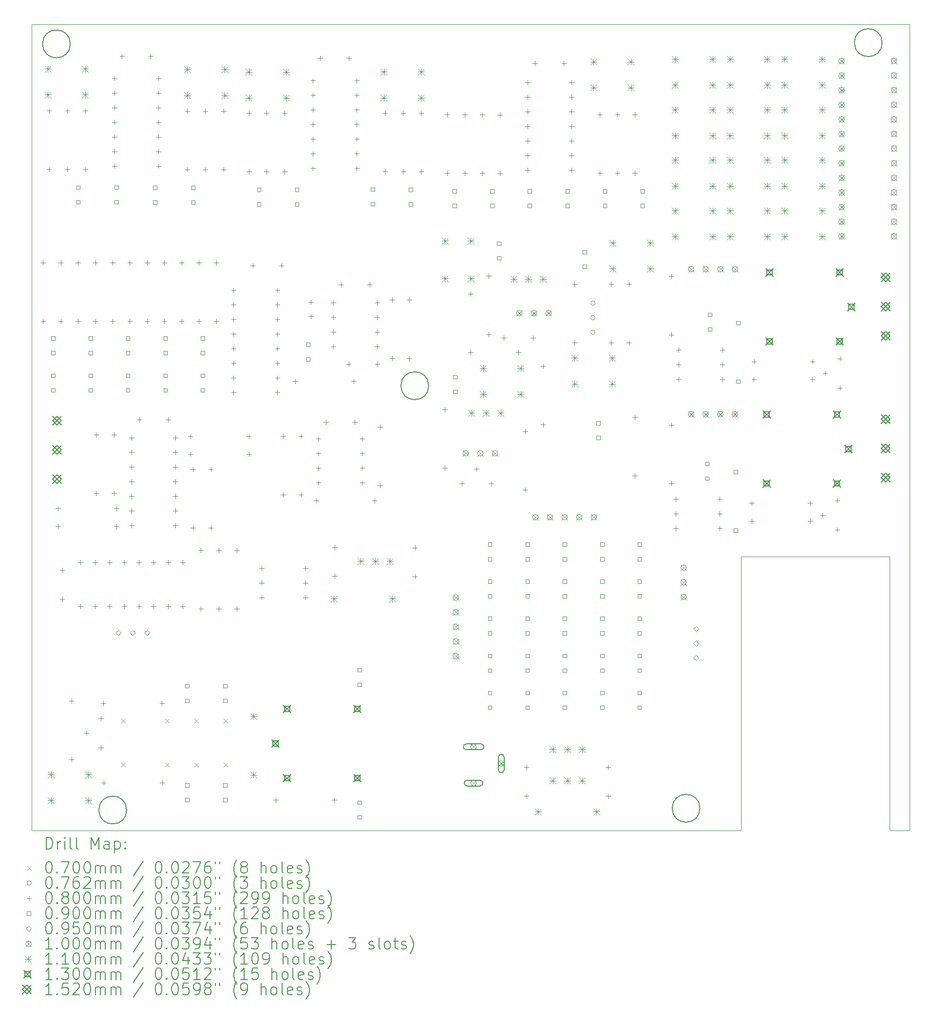
<source format=gbr>
%TF.GenerationSoftware,KiCad,Pcbnew,(6.0.8)*%
%TF.CreationDate,2023-03-17T15:37:13-04:00*%
%TF.ProjectId,pcb de prueba de dispositivos,70636220-6465-4207-9072-756562612064,rev?*%
%TF.SameCoordinates,Original*%
%TF.FileFunction,Drillmap*%
%TF.FilePolarity,Positive*%
%FSLAX45Y45*%
G04 Gerber Fmt 4.5, Leading zero omitted, Abs format (unit mm)*
G04 Created by KiCad (PCBNEW (6.0.8)) date 2023-03-17 15:37:13*
%MOMM*%
%LPD*%
G01*
G04 APERTURE LIST*
%ADD10C,0.200000*%
%ADD11C,0.100000*%
%ADD12C,0.070000*%
%ADD13C,0.076200*%
%ADD14C,0.080000*%
%ADD15C,0.090000*%
%ADD16C,0.095000*%
%ADD17C,0.110000*%
%ADD18C,0.130000*%
%ADD19C,0.152000*%
G04 APERTURE END LIST*
D10*
X10120000Y-8650000D02*
G75*
G03*
X10120000Y-8650000I-241661J0D01*
G01*
D11*
X18480000Y-16380000D02*
X18480000Y-2375000D01*
D10*
X3891661Y-2711661D02*
G75*
G03*
X3891661Y-2711661I-241661J0D01*
G01*
D11*
X18130000Y-11620000D02*
X18130000Y-16380000D01*
X3220000Y-16380000D02*
X15550000Y-16380000D01*
X15550000Y-16380000D02*
X15550000Y-11620000D01*
X3220000Y-2375000D02*
X3220000Y-16380000D01*
X15550000Y-11620000D02*
X18130000Y-11620000D01*
D10*
X14833322Y-15990000D02*
G75*
G03*
X14833322Y-15990000I-241661J0D01*
G01*
D11*
X18480000Y-2375000D02*
X3220000Y-2375000D01*
D10*
X18000000Y-2690000D02*
G75*
G03*
X18000000Y-2690000I-241661J0D01*
G01*
X4870000Y-16020000D02*
G75*
G03*
X4870000Y-16020000I-241661J0D01*
G01*
D11*
X18130000Y-16380000D02*
X18480000Y-16380000D01*
D10*
D12*
X4775000Y-14438000D02*
X4845000Y-14508000D01*
X4845000Y-14438000D02*
X4775000Y-14508000D01*
X4775000Y-15200000D02*
X4845000Y-15270000D01*
X4845000Y-15200000D02*
X4775000Y-15270000D01*
X5537000Y-14438000D02*
X5607000Y-14508000D01*
X5607000Y-14438000D02*
X5537000Y-14508000D01*
X5537000Y-15200000D02*
X5607000Y-15270000D01*
X5607000Y-15200000D02*
X5537000Y-15270000D01*
X6045000Y-14438000D02*
X6115000Y-14508000D01*
X6115000Y-14438000D02*
X6045000Y-14508000D01*
X6045000Y-15200000D02*
X6115000Y-15270000D01*
X6115000Y-15200000D02*
X6045000Y-15270000D01*
X6553000Y-14438000D02*
X6623000Y-14508000D01*
X6623000Y-14438000D02*
X6553000Y-14508000D01*
X6553000Y-15200000D02*
X6623000Y-15270000D01*
X6623000Y-15200000D02*
X6553000Y-15270000D01*
D13*
X13011300Y-7213500D02*
G75*
G03*
X13011300Y-7213500I-38100J0D01*
G01*
X13011300Y-7467500D02*
G75*
G03*
X13011300Y-7467500I-38100J0D01*
G01*
X13011300Y-7721500D02*
G75*
G03*
X13011300Y-7721500I-38100J0D01*
G01*
D14*
X3417500Y-6469500D02*
X3417500Y-6549500D01*
X3377500Y-6509500D02*
X3457500Y-6509500D01*
X3417500Y-7485500D02*
X3417500Y-7565500D01*
X3377500Y-7525500D02*
X3457500Y-7525500D01*
X3522500Y-3834500D02*
X3522500Y-3914500D01*
X3482500Y-3874500D02*
X3562500Y-3874500D01*
X3522500Y-4850500D02*
X3522500Y-4930500D01*
X3482500Y-4890500D02*
X3562500Y-4890500D01*
X3679000Y-10742500D02*
X3679000Y-10822500D01*
X3639000Y-10782500D02*
X3719000Y-10782500D01*
X3679000Y-11052500D02*
X3679000Y-11132500D01*
X3639000Y-11092500D02*
X3719000Y-11092500D01*
X3725000Y-6471500D02*
X3725000Y-6551500D01*
X3685000Y-6511500D02*
X3765000Y-6511500D01*
X3725000Y-7487500D02*
X3725000Y-7567500D01*
X3685000Y-7527500D02*
X3765000Y-7527500D01*
X3750000Y-11815000D02*
X3750000Y-11895000D01*
X3710000Y-11855000D02*
X3790000Y-11855000D01*
X3750000Y-12315000D02*
X3750000Y-12395000D01*
X3710000Y-12355000D02*
X3790000Y-12355000D01*
X3840000Y-3834000D02*
X3840000Y-3914000D01*
X3800000Y-3874000D02*
X3880000Y-3874000D01*
X3840000Y-4850000D02*
X3840000Y-4930000D01*
X3800000Y-4890000D02*
X3880000Y-4890000D01*
X3910000Y-14082500D02*
X3910000Y-14162500D01*
X3870000Y-14122500D02*
X3950000Y-14122500D01*
X3910000Y-15098500D02*
X3910000Y-15178500D01*
X3870000Y-15138500D02*
X3950000Y-15138500D01*
X4025000Y-6471500D02*
X4025000Y-6551500D01*
X3985000Y-6511500D02*
X4065000Y-6511500D01*
X4025000Y-7487500D02*
X4025000Y-7567500D01*
X3985000Y-7527500D02*
X4065000Y-7527500D01*
X4067500Y-11680500D02*
X4067500Y-11760500D01*
X4027500Y-11720500D02*
X4107500Y-11720500D01*
X4067500Y-12442500D02*
X4067500Y-12522500D01*
X4027500Y-12482500D02*
X4107500Y-12482500D01*
X4150000Y-3834500D02*
X4150000Y-3914500D01*
X4110000Y-3874500D02*
X4190000Y-3874500D01*
X4150000Y-4850500D02*
X4150000Y-4930500D01*
X4110000Y-4890500D02*
X4190000Y-4890500D01*
X4168500Y-14641500D02*
X4168500Y-14721500D01*
X4128500Y-14681500D02*
X4208500Y-14681500D01*
X4321500Y-11680500D02*
X4321500Y-11760500D01*
X4281500Y-11720500D02*
X4361500Y-11720500D01*
X4321500Y-12442500D02*
X4321500Y-12522500D01*
X4281500Y-12482500D02*
X4361500Y-12482500D01*
X4325000Y-6471500D02*
X4325000Y-6551500D01*
X4285000Y-6511500D02*
X4365000Y-6511500D01*
X4325000Y-7487500D02*
X4325000Y-7567500D01*
X4285000Y-7527500D02*
X4365000Y-7527500D01*
X4340000Y-9459500D02*
X4340000Y-9539500D01*
X4300000Y-9499500D02*
X4380000Y-9499500D01*
X4340000Y-10475500D02*
X4340000Y-10555500D01*
X4300000Y-10515500D02*
X4380000Y-10515500D01*
X4422500Y-14387500D02*
X4422500Y-14467500D01*
X4382500Y-14427500D02*
X4462500Y-14427500D01*
X4422500Y-14895500D02*
X4422500Y-14975500D01*
X4382500Y-14935500D02*
X4462500Y-14935500D01*
X4467000Y-14125000D02*
X4467000Y-14205000D01*
X4427000Y-14165000D02*
X4507000Y-14165000D01*
X4469500Y-15502500D02*
X4469500Y-15582500D01*
X4429500Y-15542500D02*
X4509500Y-15542500D01*
X4575500Y-11680500D02*
X4575500Y-11760500D01*
X4535500Y-11720500D02*
X4615500Y-11720500D01*
X4575500Y-12442500D02*
X4575500Y-12522500D01*
X4535500Y-12482500D02*
X4615500Y-12482500D01*
X4625000Y-6472000D02*
X4625000Y-6552000D01*
X4585000Y-6512000D02*
X4665000Y-6512000D01*
X4625000Y-7488000D02*
X4625000Y-7568000D01*
X4585000Y-7528000D02*
X4665000Y-7528000D01*
X4650000Y-9462000D02*
X4650000Y-9542000D01*
X4610000Y-9502000D02*
X4690000Y-9502000D01*
X4650000Y-10478000D02*
X4650000Y-10558000D01*
X4610000Y-10518000D02*
X4690000Y-10518000D01*
X4660000Y-3270000D02*
X4660000Y-3350000D01*
X4620000Y-3310000D02*
X4700000Y-3310000D01*
X4660000Y-3524000D02*
X4660000Y-3604000D01*
X4620000Y-3564000D02*
X4700000Y-3564000D01*
X4660000Y-3778000D02*
X4660000Y-3858000D01*
X4620000Y-3818000D02*
X4700000Y-3818000D01*
X4660000Y-4032000D02*
X4660000Y-4112000D01*
X4620000Y-4072000D02*
X4700000Y-4072000D01*
X4660000Y-4286000D02*
X4660000Y-4366000D01*
X4620000Y-4326000D02*
X4700000Y-4326000D01*
X4660000Y-4540000D02*
X4660000Y-4620000D01*
X4620000Y-4580000D02*
X4700000Y-4580000D01*
X4660000Y-4794000D02*
X4660000Y-4874000D01*
X4620000Y-4834000D02*
X4700000Y-4834000D01*
X4695000Y-10742500D02*
X4695000Y-10822500D01*
X4655000Y-10782500D02*
X4735000Y-10782500D01*
X4695000Y-11052500D02*
X4695000Y-11132500D01*
X4655000Y-11092500D02*
X4735000Y-11092500D01*
X4790000Y-2885000D02*
X4790000Y-2965000D01*
X4750000Y-2925000D02*
X4830000Y-2925000D01*
X4829500Y-11680500D02*
X4829500Y-11760500D01*
X4789500Y-11720500D02*
X4869500Y-11720500D01*
X4829500Y-12442500D02*
X4829500Y-12522500D01*
X4789500Y-12482500D02*
X4869500Y-12482500D01*
X4925000Y-6472000D02*
X4925000Y-6552000D01*
X4885000Y-6512000D02*
X4965000Y-6512000D01*
X4925000Y-7488000D02*
X4925000Y-7568000D01*
X4885000Y-7528000D02*
X4965000Y-7528000D01*
X4955000Y-9512500D02*
X4955000Y-9592500D01*
X4915000Y-9552500D02*
X4995000Y-9552500D01*
X4955000Y-9766500D02*
X4955000Y-9846500D01*
X4915000Y-9806500D02*
X4995000Y-9806500D01*
X4955000Y-10020500D02*
X4955000Y-10100500D01*
X4915000Y-10060500D02*
X4995000Y-10060500D01*
X4955000Y-10274500D02*
X4955000Y-10354500D01*
X4915000Y-10314500D02*
X4995000Y-10314500D01*
X4955000Y-10528500D02*
X4955000Y-10608500D01*
X4915000Y-10568500D02*
X4995000Y-10568500D01*
X4955000Y-10782500D02*
X4955000Y-10862500D01*
X4915000Y-10822500D02*
X4995000Y-10822500D01*
X4955000Y-11036500D02*
X4955000Y-11116500D01*
X4915000Y-11076500D02*
X4995000Y-11076500D01*
X5083500Y-11680500D02*
X5083500Y-11760500D01*
X5043500Y-11720500D02*
X5123500Y-11720500D01*
X5083500Y-12442500D02*
X5083500Y-12522500D01*
X5043500Y-12482500D02*
X5123500Y-12482500D01*
X5087500Y-9197500D02*
X5087500Y-9277500D01*
X5047500Y-9237500D02*
X5127500Y-9237500D01*
X5225000Y-6472000D02*
X5225000Y-6552000D01*
X5185000Y-6512000D02*
X5265000Y-6512000D01*
X5225000Y-7488000D02*
X5225000Y-7568000D01*
X5185000Y-7528000D02*
X5265000Y-7528000D01*
X5290000Y-2885000D02*
X5290000Y-2965000D01*
X5250000Y-2925000D02*
X5330000Y-2925000D01*
X5337500Y-11680500D02*
X5337500Y-11760500D01*
X5297500Y-11720500D02*
X5377500Y-11720500D01*
X5337500Y-12442500D02*
X5337500Y-12522500D01*
X5297500Y-12482500D02*
X5377500Y-12482500D01*
X5422000Y-3270000D02*
X5422000Y-3350000D01*
X5382000Y-3310000D02*
X5462000Y-3310000D01*
X5422000Y-3524000D02*
X5422000Y-3604000D01*
X5382000Y-3564000D02*
X5462000Y-3564000D01*
X5422000Y-3778000D02*
X5422000Y-3858000D01*
X5382000Y-3818000D02*
X5462000Y-3818000D01*
X5422000Y-4032000D02*
X5422000Y-4112000D01*
X5382000Y-4072000D02*
X5462000Y-4072000D01*
X5422000Y-4286000D02*
X5422000Y-4366000D01*
X5382000Y-4326000D02*
X5462000Y-4326000D01*
X5422000Y-4540000D02*
X5422000Y-4620000D01*
X5382000Y-4580000D02*
X5462000Y-4580000D01*
X5422000Y-4794000D02*
X5422000Y-4874000D01*
X5382000Y-4834000D02*
X5462000Y-4834000D01*
X5483000Y-14125000D02*
X5483000Y-14205000D01*
X5443000Y-14165000D02*
X5523000Y-14165000D01*
X5485500Y-15502500D02*
X5485500Y-15582500D01*
X5445500Y-15542500D02*
X5525500Y-15542500D01*
X5525000Y-6471500D02*
X5525000Y-6551500D01*
X5485000Y-6511500D02*
X5565000Y-6511500D01*
X5525000Y-7487500D02*
X5525000Y-7567500D01*
X5485000Y-7527500D02*
X5565000Y-7527500D01*
X5587500Y-9197500D02*
X5587500Y-9277500D01*
X5547500Y-9237500D02*
X5627500Y-9237500D01*
X5591500Y-11680500D02*
X5591500Y-11760500D01*
X5551500Y-11720500D02*
X5631500Y-11720500D01*
X5591500Y-12442500D02*
X5591500Y-12522500D01*
X5551500Y-12482500D02*
X5631500Y-12482500D01*
X5717000Y-9512500D02*
X5717000Y-9592500D01*
X5677000Y-9552500D02*
X5757000Y-9552500D01*
X5717000Y-9766500D02*
X5717000Y-9846500D01*
X5677000Y-9806500D02*
X5757000Y-9806500D01*
X5717000Y-10020500D02*
X5717000Y-10100500D01*
X5677000Y-10060500D02*
X5757000Y-10060500D01*
X5717000Y-10274500D02*
X5717000Y-10354500D01*
X5677000Y-10314500D02*
X5757000Y-10314500D01*
X5717000Y-10528500D02*
X5717000Y-10608500D01*
X5677000Y-10568500D02*
X5757000Y-10568500D01*
X5717000Y-10782500D02*
X5717000Y-10862500D01*
X5677000Y-10822500D02*
X5757000Y-10822500D01*
X5717000Y-11036500D02*
X5717000Y-11116500D01*
X5677000Y-11076500D02*
X5757000Y-11076500D01*
X5825000Y-6471500D02*
X5825000Y-6551500D01*
X5785000Y-6511500D02*
X5865000Y-6511500D01*
X5825000Y-7487500D02*
X5825000Y-7567500D01*
X5785000Y-7527500D02*
X5865000Y-7527500D01*
X5845500Y-11680500D02*
X5845500Y-11760500D01*
X5805500Y-11720500D02*
X5885500Y-11720500D01*
X5845500Y-12442500D02*
X5845500Y-12522500D01*
X5805500Y-12482500D02*
X5885500Y-12482500D01*
X5925000Y-3837000D02*
X5925000Y-3917000D01*
X5885000Y-3877000D02*
X5965000Y-3877000D01*
X5925000Y-4853000D02*
X5925000Y-4933000D01*
X5885000Y-4893000D02*
X5965000Y-4893000D01*
X5977000Y-9797500D02*
X5977000Y-9877500D01*
X5937000Y-9837500D02*
X6017000Y-9837500D01*
X5977500Y-9490000D02*
X5977500Y-9570000D01*
X5937500Y-9530000D02*
X6017500Y-9530000D01*
X6022500Y-10059500D02*
X6022500Y-10139500D01*
X5982500Y-10099500D02*
X6062500Y-10099500D01*
X6022500Y-11075500D02*
X6022500Y-11155500D01*
X5982500Y-11115500D02*
X6062500Y-11115500D01*
X6125000Y-6471500D02*
X6125000Y-6551500D01*
X6085000Y-6511500D02*
X6165000Y-6511500D01*
X6125000Y-7487500D02*
X6125000Y-7567500D01*
X6085000Y-7527500D02*
X6165000Y-7527500D01*
X6160000Y-11467000D02*
X6160000Y-11547000D01*
X6120000Y-11507000D02*
X6200000Y-11507000D01*
X6160000Y-12483000D02*
X6160000Y-12563000D01*
X6120000Y-12523000D02*
X6200000Y-12523000D01*
X6237500Y-3837000D02*
X6237500Y-3917000D01*
X6197500Y-3877000D02*
X6277500Y-3877000D01*
X6237500Y-4853000D02*
X6237500Y-4933000D01*
X6197500Y-4893000D02*
X6277500Y-4893000D01*
X6332500Y-10059500D02*
X6332500Y-10139500D01*
X6292500Y-10099500D02*
X6372500Y-10099500D01*
X6332500Y-11075500D02*
X6332500Y-11155500D01*
X6292500Y-11115500D02*
X6372500Y-11115500D01*
X6425000Y-6471500D02*
X6425000Y-6551500D01*
X6385000Y-6511500D02*
X6465000Y-6511500D01*
X6425000Y-7487500D02*
X6425000Y-7567500D01*
X6385000Y-7527500D02*
X6465000Y-7527500D01*
X6472500Y-11467000D02*
X6472500Y-11547000D01*
X6432500Y-11507000D02*
X6512500Y-11507000D01*
X6472500Y-12483000D02*
X6472500Y-12563000D01*
X6432500Y-12523000D02*
X6512500Y-12523000D01*
X6555000Y-3836500D02*
X6555000Y-3916500D01*
X6515000Y-3876500D02*
X6595000Y-3876500D01*
X6555000Y-4852500D02*
X6555000Y-4932500D01*
X6515000Y-4892500D02*
X6595000Y-4892500D01*
X6727500Y-6950000D02*
X6727500Y-7030000D01*
X6687500Y-6990000D02*
X6767500Y-6990000D01*
X6727500Y-7204000D02*
X6727500Y-7284000D01*
X6687500Y-7244000D02*
X6767500Y-7244000D01*
X6727500Y-7458000D02*
X6727500Y-7538000D01*
X6687500Y-7498000D02*
X6767500Y-7498000D01*
X6727500Y-7712000D02*
X6727500Y-7792000D01*
X6687500Y-7752000D02*
X6767500Y-7752000D01*
X6727500Y-7966000D02*
X6727500Y-8046000D01*
X6687500Y-8006000D02*
X6767500Y-8006000D01*
X6727500Y-8220000D02*
X6727500Y-8300000D01*
X6687500Y-8260000D02*
X6767500Y-8260000D01*
X6727500Y-8474000D02*
X6727500Y-8554000D01*
X6687500Y-8514000D02*
X6767500Y-8514000D01*
X6727500Y-8728000D02*
X6727500Y-8808000D01*
X6687500Y-8768000D02*
X6767500Y-8768000D01*
X6782500Y-11467000D02*
X6782500Y-11547000D01*
X6742500Y-11507000D02*
X6822500Y-11507000D01*
X6782500Y-12483000D02*
X6782500Y-12563000D01*
X6742500Y-12523000D02*
X6822500Y-12523000D01*
X6993000Y-9797500D02*
X6993000Y-9877500D01*
X6953000Y-9837500D02*
X7033000Y-9837500D01*
X6993500Y-9490000D02*
X6993500Y-9570000D01*
X6953500Y-9530000D02*
X7033500Y-9530000D01*
X6995000Y-3874500D02*
X6995000Y-3954500D01*
X6955000Y-3914500D02*
X7035000Y-3914500D01*
X6995000Y-4890500D02*
X6995000Y-4970500D01*
X6955000Y-4930500D02*
X7035000Y-4930500D01*
X7060000Y-6520000D02*
X7060000Y-6600000D01*
X7020000Y-6560000D02*
X7100000Y-6560000D01*
X7217250Y-11777000D02*
X7217250Y-11857000D01*
X7177250Y-11817000D02*
X7257250Y-11817000D01*
X7217250Y-12031000D02*
X7217250Y-12111000D01*
X7177250Y-12071000D02*
X7257250Y-12071000D01*
X7217250Y-12285000D02*
X7217250Y-12365000D01*
X7177250Y-12325000D02*
X7257250Y-12325000D01*
X7302500Y-3874500D02*
X7302500Y-3954500D01*
X7262500Y-3914500D02*
X7342500Y-3914500D01*
X7302500Y-4890500D02*
X7302500Y-4970500D01*
X7262500Y-4930500D02*
X7342500Y-4930500D01*
X7461500Y-15805000D02*
X7461500Y-15885000D01*
X7421500Y-15845000D02*
X7501500Y-15845000D01*
X7489500Y-6950000D02*
X7489500Y-7030000D01*
X7449500Y-6990000D02*
X7529500Y-6990000D01*
X7489500Y-7204000D02*
X7489500Y-7284000D01*
X7449500Y-7244000D02*
X7529500Y-7244000D01*
X7489500Y-7458000D02*
X7489500Y-7538000D01*
X7449500Y-7498000D02*
X7529500Y-7498000D01*
X7489500Y-7712000D02*
X7489500Y-7792000D01*
X7449500Y-7752000D02*
X7529500Y-7752000D01*
X7489500Y-7966000D02*
X7489500Y-8046000D01*
X7449500Y-8006000D02*
X7529500Y-8006000D01*
X7489500Y-8220000D02*
X7489500Y-8300000D01*
X7449500Y-8260000D02*
X7529500Y-8260000D01*
X7489500Y-8474000D02*
X7489500Y-8554000D01*
X7449500Y-8514000D02*
X7529500Y-8514000D01*
X7489500Y-8728000D02*
X7489500Y-8808000D01*
X7449500Y-8768000D02*
X7529500Y-8768000D01*
X7560000Y-6520000D02*
X7560000Y-6600000D01*
X7520000Y-6560000D02*
X7600000Y-6560000D01*
X7590000Y-9482500D02*
X7590000Y-9562500D01*
X7550000Y-9522500D02*
X7630000Y-9522500D01*
X7590000Y-10498500D02*
X7590000Y-10578500D01*
X7550000Y-10538500D02*
X7630000Y-10538500D01*
X7617500Y-3874000D02*
X7617500Y-3954000D01*
X7577500Y-3914000D02*
X7657500Y-3914000D01*
X7617500Y-4890000D02*
X7617500Y-4970000D01*
X7577500Y-4930000D02*
X7657500Y-4930000D01*
X7799500Y-8532750D02*
X7799500Y-8612750D01*
X7759500Y-8572750D02*
X7839500Y-8572750D01*
X7900000Y-9482500D02*
X7900000Y-9562500D01*
X7860000Y-9522500D02*
X7940000Y-9522500D01*
X7900000Y-10498500D02*
X7900000Y-10578500D01*
X7860000Y-10538500D02*
X7940000Y-10538500D01*
X7979250Y-11777000D02*
X7979250Y-11857000D01*
X7939250Y-11817000D02*
X8019250Y-11817000D01*
X7979250Y-12031000D02*
X7979250Y-12111000D01*
X7939250Y-12071000D02*
X8019250Y-12071000D01*
X7979250Y-12285000D02*
X7979250Y-12365000D01*
X7939250Y-12325000D02*
X8019250Y-12325000D01*
X8072500Y-7155761D02*
X8072500Y-7235761D01*
X8032500Y-7195761D02*
X8112500Y-7195761D01*
X8072500Y-7405761D02*
X8072500Y-7485761D01*
X8032500Y-7445761D02*
X8112500Y-7445761D01*
X8107500Y-3309500D02*
X8107500Y-3389500D01*
X8067500Y-3349500D02*
X8147500Y-3349500D01*
X8107500Y-3563500D02*
X8107500Y-3643500D01*
X8067500Y-3603500D02*
X8147500Y-3603500D01*
X8107500Y-3817500D02*
X8107500Y-3897500D01*
X8067500Y-3857500D02*
X8147500Y-3857500D01*
X8107500Y-4071500D02*
X8107500Y-4151500D01*
X8067500Y-4111500D02*
X8147500Y-4111500D01*
X8107500Y-4325500D02*
X8107500Y-4405500D01*
X8067500Y-4365500D02*
X8147500Y-4365500D01*
X8107500Y-4579500D02*
X8107500Y-4659500D01*
X8067500Y-4619500D02*
X8147500Y-4619500D01*
X8107500Y-4833500D02*
X8107500Y-4913500D01*
X8067500Y-4873500D02*
X8147500Y-4873500D01*
X8162000Y-10607500D02*
X8162000Y-10687500D01*
X8122000Y-10647500D02*
X8202000Y-10647500D01*
X8202500Y-9532500D02*
X8202500Y-9612500D01*
X8162500Y-9572500D02*
X8242500Y-9572500D01*
X8202500Y-9786500D02*
X8202500Y-9866500D01*
X8162500Y-9826500D02*
X8242500Y-9826500D01*
X8202500Y-10040500D02*
X8202500Y-10120500D01*
X8162500Y-10080500D02*
X8242500Y-10080500D01*
X8202500Y-10294500D02*
X8202500Y-10374500D01*
X8162500Y-10334500D02*
X8242500Y-10334500D01*
X8232500Y-2919500D02*
X8232500Y-2999500D01*
X8192500Y-2959500D02*
X8272500Y-2959500D01*
X8332500Y-9242500D02*
X8332500Y-9322500D01*
X8292500Y-9282500D02*
X8372500Y-9282500D01*
X8462500Y-7165250D02*
X8462500Y-7245250D01*
X8422500Y-7205250D02*
X8502500Y-7205250D01*
X8462500Y-7419250D02*
X8462500Y-7499250D01*
X8422500Y-7459250D02*
X8502500Y-7459250D01*
X8462500Y-7673250D02*
X8462500Y-7753250D01*
X8422500Y-7713250D02*
X8502500Y-7713250D01*
X8462500Y-7927250D02*
X8462500Y-8007250D01*
X8422500Y-7967250D02*
X8502500Y-7967250D01*
X8477500Y-15805000D02*
X8477500Y-15885000D01*
X8437500Y-15845000D02*
X8517500Y-15845000D01*
X8487500Y-11417500D02*
X8487500Y-11497500D01*
X8447500Y-11457500D02*
X8527500Y-11457500D01*
X8487500Y-11917500D02*
X8487500Y-11997500D01*
X8447500Y-11957500D02*
X8527500Y-11957500D01*
X8592500Y-6852750D02*
X8592500Y-6932750D01*
X8552500Y-6892750D02*
X8632500Y-6892750D01*
X8727500Y-8230250D02*
X8727500Y-8310250D01*
X8687500Y-8270250D02*
X8767500Y-8270250D01*
X8732500Y-2919500D02*
X8732500Y-2999500D01*
X8692500Y-2959500D02*
X8772500Y-2959500D01*
X8815500Y-8532750D02*
X8815500Y-8612750D01*
X8775500Y-8572750D02*
X8855500Y-8572750D01*
X8832500Y-9242500D02*
X8832500Y-9322500D01*
X8792500Y-9282500D02*
X8872500Y-9282500D01*
X8869500Y-3309500D02*
X8869500Y-3389500D01*
X8829500Y-3349500D02*
X8909500Y-3349500D01*
X8869500Y-3563500D02*
X8869500Y-3643500D01*
X8829500Y-3603500D02*
X8909500Y-3603500D01*
X8869500Y-3817500D02*
X8869500Y-3897500D01*
X8829500Y-3857500D02*
X8909500Y-3857500D01*
X8869500Y-4071500D02*
X8869500Y-4151500D01*
X8829500Y-4111500D02*
X8909500Y-4111500D01*
X8869500Y-4325500D02*
X8869500Y-4405500D01*
X8829500Y-4365500D02*
X8909500Y-4365500D01*
X8869500Y-4579500D02*
X8869500Y-4659500D01*
X8829500Y-4619500D02*
X8909500Y-4619500D01*
X8869500Y-4833500D02*
X8869500Y-4913500D01*
X8829500Y-4873500D02*
X8909500Y-4873500D01*
X8964500Y-9532500D02*
X8964500Y-9612500D01*
X8924500Y-9572500D02*
X9004500Y-9572500D01*
X8964500Y-9786500D02*
X8964500Y-9866500D01*
X8924500Y-9826500D02*
X9004500Y-9826500D01*
X8964500Y-10040500D02*
X8964500Y-10120500D01*
X8924500Y-10080500D02*
X9004500Y-10080500D01*
X8964500Y-10294500D02*
X8964500Y-10374500D01*
X8924500Y-10334500D02*
X9004500Y-10334500D01*
X9092500Y-6852750D02*
X9092500Y-6932750D01*
X9052500Y-6892750D02*
X9132500Y-6892750D01*
X9178000Y-10607500D02*
X9178000Y-10687500D01*
X9138000Y-10647500D02*
X9218000Y-10647500D01*
X9224500Y-7165250D02*
X9224500Y-7245250D01*
X9184500Y-7205250D02*
X9264500Y-7205250D01*
X9224500Y-7419250D02*
X9224500Y-7499250D01*
X9184500Y-7459250D02*
X9264500Y-7459250D01*
X9224500Y-7673250D02*
X9224500Y-7753250D01*
X9184500Y-7713250D02*
X9264500Y-7713250D01*
X9224500Y-7927250D02*
X9224500Y-8007250D01*
X9184500Y-7967250D02*
X9264500Y-7967250D01*
X9227500Y-8230250D02*
X9227500Y-8310250D01*
X9187500Y-8270250D02*
X9267500Y-8270250D01*
X9275000Y-9326500D02*
X9275000Y-9406500D01*
X9235000Y-9366500D02*
X9315000Y-9366500D01*
X9275000Y-10342500D02*
X9275000Y-10422500D01*
X9235000Y-10382500D02*
X9315000Y-10382500D01*
X9362500Y-3871500D02*
X9362500Y-3951500D01*
X9322500Y-3911500D02*
X9402500Y-3911500D01*
X9362500Y-4887500D02*
X9362500Y-4967500D01*
X9322500Y-4927500D02*
X9402500Y-4927500D01*
X9482500Y-7115250D02*
X9482500Y-7195250D01*
X9442500Y-7155250D02*
X9522500Y-7155250D01*
X9482500Y-8131250D02*
X9482500Y-8211250D01*
X9442500Y-8171250D02*
X9522500Y-8171250D01*
X9675000Y-3871500D02*
X9675000Y-3951500D01*
X9635000Y-3911500D02*
X9715000Y-3911500D01*
X9675000Y-4887500D02*
X9675000Y-4967500D01*
X9635000Y-4927500D02*
X9715000Y-4927500D01*
X9782500Y-7115250D02*
X9782500Y-7195250D01*
X9742500Y-7155250D02*
X9822500Y-7155250D01*
X9782500Y-8131250D02*
X9782500Y-8211250D01*
X9742500Y-8171250D02*
X9822500Y-8171250D01*
X9880000Y-11422500D02*
X9880000Y-11502500D01*
X9840000Y-11462500D02*
X9920000Y-11462500D01*
X9880000Y-11922500D02*
X9880000Y-12002500D01*
X9840000Y-11962500D02*
X9920000Y-11962500D01*
X9987500Y-3874000D02*
X9987500Y-3954000D01*
X9947500Y-3914000D02*
X10027500Y-3914000D01*
X9987500Y-4890000D02*
X9987500Y-4970000D01*
X9947500Y-4930000D02*
X10027500Y-4930000D01*
X10400000Y-9019500D02*
X10400000Y-9099500D01*
X10360000Y-9059500D02*
X10440000Y-9059500D01*
X10400000Y-10035500D02*
X10400000Y-10115500D01*
X10360000Y-10075500D02*
X10440000Y-10075500D01*
X10440000Y-3899500D02*
X10440000Y-3979500D01*
X10400000Y-3939500D02*
X10480000Y-3939500D01*
X10440000Y-4915500D02*
X10440000Y-4995500D01*
X10400000Y-4955500D02*
X10480000Y-4955500D01*
X10696000Y-10312000D02*
X10696000Y-10392000D01*
X10656000Y-10352000D02*
X10736000Y-10352000D01*
X10745000Y-3902000D02*
X10745000Y-3982000D01*
X10705000Y-3942000D02*
X10785000Y-3942000D01*
X10745000Y-4918000D02*
X10745000Y-4998000D01*
X10705000Y-4958000D02*
X10785000Y-4958000D01*
X10850000Y-7011500D02*
X10850000Y-7091500D01*
X10810000Y-7051500D02*
X10890000Y-7051500D01*
X10850000Y-8027500D02*
X10850000Y-8107500D01*
X10810000Y-8067500D02*
X10890000Y-8067500D01*
X10950000Y-10058000D02*
X10950000Y-10138000D01*
X10910000Y-10098000D02*
X10990000Y-10098000D01*
X11050000Y-3902000D02*
X11050000Y-3982000D01*
X11010000Y-3942000D02*
X11090000Y-3942000D01*
X11050000Y-4918000D02*
X11050000Y-4998000D01*
X11010000Y-4958000D02*
X11090000Y-4958000D01*
X11162500Y-6701000D02*
X11162500Y-6781000D01*
X11122500Y-6741000D02*
X11202500Y-6741000D01*
X11162500Y-7717000D02*
X11162500Y-7797000D01*
X11122500Y-7757000D02*
X11202500Y-7757000D01*
X11204000Y-10312000D02*
X11204000Y-10392000D01*
X11164000Y-10352000D02*
X11244000Y-10352000D01*
X11357500Y-3904500D02*
X11357500Y-3984500D01*
X11317500Y-3944500D02*
X11397500Y-3944500D01*
X11357500Y-4920500D02*
X11357500Y-5000500D01*
X11317500Y-4960500D02*
X11397500Y-4960500D01*
X11423500Y-7774500D02*
X11423500Y-7854500D01*
X11383500Y-7814500D02*
X11463500Y-7814500D01*
X11677500Y-8028500D02*
X11677500Y-8108500D01*
X11637500Y-8068500D02*
X11717500Y-8068500D01*
X11797500Y-9399500D02*
X11797500Y-9479500D01*
X11757500Y-9439500D02*
X11837500Y-9439500D01*
X11797500Y-10415500D02*
X11797500Y-10495500D01*
X11757500Y-10455500D02*
X11837500Y-10455500D01*
X11818000Y-15237500D02*
X11818000Y-15317500D01*
X11778000Y-15277500D02*
X11858000Y-15277500D01*
X11818000Y-15737500D02*
X11818000Y-15817500D01*
X11778000Y-15777500D02*
X11858000Y-15777500D01*
X11840000Y-3340000D02*
X11840000Y-3420000D01*
X11800000Y-3380000D02*
X11880000Y-3380000D01*
X11840000Y-3594000D02*
X11840000Y-3674000D01*
X11800000Y-3634000D02*
X11880000Y-3634000D01*
X11840000Y-3848000D02*
X11840000Y-3928000D01*
X11800000Y-3888000D02*
X11880000Y-3888000D01*
X11840000Y-4102000D02*
X11840000Y-4182000D01*
X11800000Y-4142000D02*
X11880000Y-4142000D01*
X11840000Y-4356000D02*
X11840000Y-4436000D01*
X11800000Y-4396000D02*
X11880000Y-4396000D01*
X11840000Y-4610000D02*
X11840000Y-4690000D01*
X11800000Y-4650000D02*
X11880000Y-4650000D01*
X11840000Y-4864000D02*
X11840000Y-4944000D01*
X11800000Y-4904000D02*
X11880000Y-4904000D01*
X11931500Y-7774500D02*
X11931500Y-7854500D01*
X11891500Y-7814500D02*
X11971500Y-7814500D01*
X11967500Y-3010000D02*
X11967500Y-3090000D01*
X11927500Y-3050000D02*
X12007500Y-3050000D01*
X12107500Y-8269500D02*
X12107500Y-8349500D01*
X12067500Y-8309500D02*
X12147500Y-8309500D01*
X12107500Y-9285500D02*
X12107500Y-9365500D01*
X12067500Y-9325500D02*
X12147500Y-9325500D01*
X12467500Y-3010000D02*
X12467500Y-3090000D01*
X12427500Y-3050000D02*
X12507500Y-3050000D01*
X12602000Y-3340000D02*
X12602000Y-3420000D01*
X12562000Y-3380000D02*
X12642000Y-3380000D01*
X12602000Y-3594000D02*
X12602000Y-3674000D01*
X12562000Y-3634000D02*
X12642000Y-3634000D01*
X12602000Y-3848000D02*
X12602000Y-3928000D01*
X12562000Y-3888000D02*
X12642000Y-3888000D01*
X12602000Y-4102000D02*
X12602000Y-4182000D01*
X12562000Y-4142000D02*
X12642000Y-4142000D01*
X12602000Y-4356000D02*
X12602000Y-4436000D01*
X12562000Y-4396000D02*
X12642000Y-4396000D01*
X12602000Y-4610000D02*
X12602000Y-4690000D01*
X12562000Y-4650000D02*
X12642000Y-4650000D01*
X12602000Y-4864000D02*
X12602000Y-4944000D01*
X12562000Y-4904000D02*
X12642000Y-4904000D01*
X12655000Y-6844500D02*
X12655000Y-6924500D01*
X12615000Y-6884500D02*
X12695000Y-6884500D01*
X12655000Y-7860500D02*
X12655000Y-7940500D01*
X12615000Y-7900500D02*
X12695000Y-7900500D01*
X13095000Y-3899500D02*
X13095000Y-3979500D01*
X13055000Y-3939500D02*
X13135000Y-3939500D01*
X13095000Y-4915500D02*
X13095000Y-4995500D01*
X13055000Y-4955500D02*
X13135000Y-4955500D01*
X13235500Y-15237500D02*
X13235500Y-15317500D01*
X13195500Y-15277500D02*
X13275500Y-15277500D01*
X13235500Y-15737500D02*
X13235500Y-15817500D01*
X13195500Y-15777500D02*
X13275500Y-15777500D01*
X13290000Y-6844500D02*
X13290000Y-6924500D01*
X13250000Y-6884500D02*
X13330000Y-6884500D01*
X13290000Y-7860500D02*
X13290000Y-7940500D01*
X13250000Y-7900500D02*
X13330000Y-7900500D01*
X13400000Y-3899500D02*
X13400000Y-3979500D01*
X13360000Y-3939500D02*
X13440000Y-3939500D01*
X13400000Y-4915500D02*
X13400000Y-4995500D01*
X13360000Y-4955500D02*
X13440000Y-4955500D01*
X13597500Y-6847000D02*
X13597500Y-6927000D01*
X13557500Y-6887000D02*
X13637500Y-6887000D01*
X13597500Y-7863000D02*
X13597500Y-7943000D01*
X13557500Y-7903000D02*
X13637500Y-7903000D01*
X13700000Y-9154500D02*
X13700000Y-9234500D01*
X13660000Y-9194500D02*
X13740000Y-9194500D01*
X13700000Y-10170500D02*
X13700000Y-10250500D01*
X13660000Y-10210500D02*
X13740000Y-10210500D01*
X13702500Y-3899500D02*
X13702500Y-3979500D01*
X13662500Y-3939500D02*
X13742500Y-3939500D01*
X13702500Y-4915500D02*
X13702500Y-4995500D01*
X13662500Y-4955500D02*
X13742500Y-4955500D01*
X14335000Y-9289500D02*
X14335000Y-9369500D01*
X14295000Y-9329500D02*
X14375000Y-9329500D01*
X14335000Y-10305500D02*
X14335000Y-10385500D01*
X14295000Y-10345500D02*
X14375000Y-10345500D01*
X14337500Y-6707000D02*
X14337500Y-6787000D01*
X14297500Y-6747000D02*
X14377500Y-6747000D01*
X14337500Y-7723000D02*
X14337500Y-7803000D01*
X14297500Y-7763000D02*
X14377500Y-7763000D01*
X14415000Y-10577500D02*
X14415000Y-10657500D01*
X14375000Y-10617500D02*
X14455000Y-10617500D01*
X14415000Y-10831500D02*
X14415000Y-10911500D01*
X14375000Y-10871500D02*
X14455000Y-10871500D01*
X14415000Y-11085500D02*
X14415000Y-11165500D01*
X14375000Y-11125500D02*
X14455000Y-11125500D01*
X14461250Y-7988500D02*
X14461250Y-8068500D01*
X14421250Y-8028500D02*
X14501250Y-8028500D01*
X14461250Y-8242500D02*
X14461250Y-8322500D01*
X14421250Y-8282500D02*
X14501250Y-8282500D01*
X14461250Y-8496500D02*
X14461250Y-8576500D01*
X14421250Y-8536500D02*
X14501250Y-8536500D01*
X15177000Y-10577500D02*
X15177000Y-10657500D01*
X15137000Y-10617500D02*
X15217000Y-10617500D01*
X15177000Y-10831500D02*
X15177000Y-10911500D01*
X15137000Y-10871500D02*
X15217000Y-10871500D01*
X15177000Y-11085500D02*
X15177000Y-11165500D01*
X15137000Y-11125500D02*
X15217000Y-11125500D01*
X15223250Y-7988500D02*
X15223250Y-8068500D01*
X15183250Y-8028500D02*
X15263250Y-8028500D01*
X15223250Y-8242500D02*
X15223250Y-8322500D01*
X15183250Y-8282500D02*
X15263250Y-8282500D01*
X15223250Y-8496500D02*
X15223250Y-8576500D01*
X15183250Y-8536500D02*
X15263250Y-8536500D01*
X15735000Y-10650000D02*
X15735000Y-10730000D01*
X15695000Y-10690000D02*
X15775000Y-10690000D01*
X15735000Y-10960000D02*
X15735000Y-11040000D01*
X15695000Y-11000000D02*
X15775000Y-11000000D01*
X15770250Y-8499000D02*
X15770250Y-8579000D01*
X15730250Y-8539000D02*
X15810250Y-8539000D01*
X15772750Y-8189000D02*
X15772750Y-8269000D01*
X15732750Y-8229000D02*
X15812750Y-8229000D01*
X16751000Y-10650000D02*
X16751000Y-10730000D01*
X16711000Y-10690000D02*
X16791000Y-10690000D01*
X16751000Y-10960000D02*
X16751000Y-11040000D01*
X16711000Y-11000000D02*
X16791000Y-11000000D01*
X16786250Y-8499000D02*
X16786250Y-8579000D01*
X16746250Y-8539000D02*
X16826250Y-8539000D01*
X16788750Y-8189000D02*
X16788750Y-8269000D01*
X16748750Y-8229000D02*
X16828750Y-8229000D01*
X16965500Y-10855000D02*
X16965500Y-10935000D01*
X16925500Y-10895000D02*
X17005500Y-10895000D01*
X17008750Y-8391500D02*
X17008750Y-8471500D01*
X16968750Y-8431500D02*
X17048750Y-8431500D01*
X17219500Y-10601000D02*
X17219500Y-10681000D01*
X17179500Y-10641000D02*
X17259500Y-10641000D01*
X17219500Y-11109000D02*
X17219500Y-11189000D01*
X17179500Y-11149000D02*
X17259500Y-11149000D01*
X17262750Y-8137500D02*
X17262750Y-8217500D01*
X17222750Y-8177500D02*
X17302750Y-8177500D01*
X17262750Y-8645500D02*
X17262750Y-8725500D01*
X17222750Y-8685500D02*
X17302750Y-8685500D01*
D15*
X3624320Y-7857820D02*
X3624320Y-7794180D01*
X3560680Y-7794180D01*
X3560680Y-7857820D01*
X3624320Y-7857820D01*
X3624320Y-8111820D02*
X3624320Y-8048180D01*
X3560680Y-8048180D01*
X3560680Y-8111820D01*
X3624320Y-8111820D01*
X3624320Y-8502820D02*
X3624320Y-8439180D01*
X3560680Y-8439180D01*
X3560680Y-8502820D01*
X3624320Y-8502820D01*
X3624320Y-8756820D02*
X3624320Y-8693180D01*
X3560680Y-8693180D01*
X3560680Y-8756820D01*
X3624320Y-8756820D01*
X4059320Y-5237820D02*
X4059320Y-5174180D01*
X3995680Y-5174180D01*
X3995680Y-5237820D01*
X4059320Y-5237820D01*
X4059320Y-5491820D02*
X4059320Y-5428180D01*
X3995680Y-5428180D01*
X3995680Y-5491820D01*
X4059320Y-5491820D01*
X4274320Y-7857820D02*
X4274320Y-7794180D01*
X4210680Y-7794180D01*
X4210680Y-7857820D01*
X4274320Y-7857820D01*
X4274320Y-8111820D02*
X4274320Y-8048180D01*
X4210680Y-8048180D01*
X4210680Y-8111820D01*
X4274320Y-8111820D01*
X4274320Y-8502820D02*
X4274320Y-8439180D01*
X4210680Y-8439180D01*
X4210680Y-8502820D01*
X4274320Y-8502820D01*
X4274320Y-8756820D02*
X4274320Y-8693180D01*
X4210680Y-8693180D01*
X4210680Y-8756820D01*
X4274320Y-8756820D01*
X4724320Y-5237820D02*
X4724320Y-5174180D01*
X4660680Y-5174180D01*
X4660680Y-5237820D01*
X4724320Y-5237820D01*
X4724320Y-5491820D02*
X4724320Y-5428180D01*
X4660680Y-5428180D01*
X4660680Y-5491820D01*
X4724320Y-5491820D01*
X4924320Y-7857820D02*
X4924320Y-7794180D01*
X4860680Y-7794180D01*
X4860680Y-7857820D01*
X4924320Y-7857820D01*
X4924320Y-8111820D02*
X4924320Y-8048180D01*
X4860680Y-8048180D01*
X4860680Y-8111820D01*
X4924320Y-8111820D01*
X4924320Y-8502820D02*
X4924320Y-8439180D01*
X4860680Y-8439180D01*
X4860680Y-8502820D01*
X4924320Y-8502820D01*
X4924320Y-8756820D02*
X4924320Y-8693180D01*
X4860680Y-8693180D01*
X4860680Y-8756820D01*
X4924320Y-8756820D01*
X5391820Y-5240320D02*
X5391820Y-5176680D01*
X5328180Y-5176680D01*
X5328180Y-5240320D01*
X5391820Y-5240320D01*
X5391820Y-5494320D02*
X5391820Y-5430680D01*
X5328180Y-5430680D01*
X5328180Y-5494320D01*
X5391820Y-5494320D01*
X5574320Y-7857820D02*
X5574320Y-7794180D01*
X5510680Y-7794180D01*
X5510680Y-7857820D01*
X5574320Y-7857820D01*
X5574320Y-8111820D02*
X5574320Y-8048180D01*
X5510680Y-8048180D01*
X5510680Y-8111820D01*
X5574320Y-8111820D01*
X5574320Y-8502820D02*
X5574320Y-8439180D01*
X5510680Y-8439180D01*
X5510680Y-8502820D01*
X5574320Y-8502820D01*
X5574320Y-8756820D02*
X5574320Y-8693180D01*
X5510680Y-8693180D01*
X5510680Y-8756820D01*
X5574320Y-8756820D01*
X5951820Y-13896820D02*
X5951820Y-13833180D01*
X5888180Y-13833180D01*
X5888180Y-13896820D01*
X5951820Y-13896820D01*
X5951820Y-14150820D02*
X5951820Y-14087180D01*
X5888180Y-14087180D01*
X5888180Y-14150820D01*
X5951820Y-14150820D01*
X5954320Y-15620320D02*
X5954320Y-15556680D01*
X5890680Y-15556680D01*
X5890680Y-15620320D01*
X5954320Y-15620320D01*
X5954320Y-15874320D02*
X5954320Y-15810680D01*
X5890680Y-15810680D01*
X5890680Y-15874320D01*
X5954320Y-15874320D01*
X6056820Y-5240320D02*
X6056820Y-5176680D01*
X5993180Y-5176680D01*
X5993180Y-5240320D01*
X6056820Y-5240320D01*
X6056820Y-5494320D02*
X6056820Y-5430680D01*
X5993180Y-5430680D01*
X5993180Y-5494320D01*
X6056820Y-5494320D01*
X6224320Y-7857820D02*
X6224320Y-7794180D01*
X6160680Y-7794180D01*
X6160680Y-7857820D01*
X6224320Y-7857820D01*
X6224320Y-8111820D02*
X6224320Y-8048180D01*
X6160680Y-8048180D01*
X6160680Y-8111820D01*
X6224320Y-8111820D01*
X6224320Y-8502820D02*
X6224320Y-8439180D01*
X6160680Y-8439180D01*
X6160680Y-8502820D01*
X6224320Y-8502820D01*
X6224320Y-8756820D02*
X6224320Y-8693180D01*
X6160680Y-8693180D01*
X6160680Y-8756820D01*
X6224320Y-8756820D01*
X6611820Y-13897820D02*
X6611820Y-13834180D01*
X6548180Y-13834180D01*
X6548180Y-13897820D01*
X6611820Y-13897820D01*
X6611820Y-14151820D02*
X6611820Y-14088180D01*
X6548180Y-14088180D01*
X6548180Y-14151820D01*
X6611820Y-14151820D01*
X6611820Y-15620320D02*
X6611820Y-15556680D01*
X6548180Y-15556680D01*
X6548180Y-15620320D01*
X6611820Y-15620320D01*
X6611820Y-15874320D02*
X6611820Y-15810680D01*
X6548180Y-15810680D01*
X6548180Y-15874320D01*
X6611820Y-15874320D01*
X7201820Y-5275320D02*
X7201820Y-5211680D01*
X7138180Y-5211680D01*
X7138180Y-5275320D01*
X7201820Y-5275320D01*
X7201820Y-5529320D02*
X7201820Y-5465680D01*
X7138180Y-5465680D01*
X7138180Y-5529320D01*
X7201820Y-5529320D01*
X7861820Y-5275320D02*
X7861820Y-5211680D01*
X7798180Y-5211680D01*
X7798180Y-5275320D01*
X7861820Y-5275320D01*
X7861820Y-5529320D02*
X7861820Y-5465680D01*
X7798180Y-5465680D01*
X7798180Y-5529320D01*
X7861820Y-5529320D01*
X8056820Y-7965570D02*
X8056820Y-7901930D01*
X7993180Y-7901930D01*
X7993180Y-7965570D01*
X8056820Y-7965570D01*
X8056820Y-8219570D02*
X8056820Y-8155930D01*
X7993180Y-8155930D01*
X7993180Y-8219570D01*
X8056820Y-8219570D01*
X8949320Y-13616820D02*
X8949320Y-13553180D01*
X8885680Y-13553180D01*
X8885680Y-13616820D01*
X8949320Y-13616820D01*
X8949320Y-13870820D02*
X8949320Y-13807180D01*
X8885680Y-13807180D01*
X8885680Y-13870820D01*
X8949320Y-13870820D01*
X8949320Y-15922820D02*
X8949320Y-15859180D01*
X8885680Y-15859180D01*
X8885680Y-15922820D01*
X8949320Y-15922820D01*
X8949320Y-16176820D02*
X8949320Y-16113180D01*
X8885680Y-16113180D01*
X8885680Y-16176820D01*
X8949320Y-16176820D01*
X9176820Y-5269820D02*
X9176820Y-5206180D01*
X9113180Y-5206180D01*
X9113180Y-5269820D01*
X9176820Y-5269820D01*
X9176820Y-5523820D02*
X9176820Y-5460180D01*
X9113180Y-5460180D01*
X9113180Y-5523820D01*
X9176820Y-5523820D01*
X9839320Y-5272320D02*
X9839320Y-5208680D01*
X9775680Y-5208680D01*
X9775680Y-5272320D01*
X9839320Y-5272320D01*
X9839320Y-5526320D02*
X9839320Y-5462680D01*
X9775680Y-5462680D01*
X9775680Y-5526320D01*
X9839320Y-5526320D01*
X10601820Y-5297820D02*
X10601820Y-5234180D01*
X10538180Y-5234180D01*
X10538180Y-5297820D01*
X10601820Y-5297820D01*
X10601820Y-5551820D02*
X10601820Y-5488180D01*
X10538180Y-5488180D01*
X10538180Y-5551820D01*
X10601820Y-5551820D01*
X10609320Y-8530320D02*
X10609320Y-8466680D01*
X10545680Y-8466680D01*
X10545680Y-8530320D01*
X10609320Y-8530320D01*
X10609320Y-8784320D02*
X10609320Y-8720680D01*
X10545680Y-8720680D01*
X10545680Y-8784320D01*
X10609320Y-8784320D01*
X11215820Y-11436820D02*
X11215820Y-11373180D01*
X11152180Y-11373180D01*
X11152180Y-11436820D01*
X11215820Y-11436820D01*
X11215820Y-11690820D02*
X11215820Y-11627180D01*
X11152180Y-11627180D01*
X11152180Y-11690820D01*
X11215820Y-11690820D01*
X11215820Y-12081820D02*
X11215820Y-12018180D01*
X11152180Y-12018180D01*
X11152180Y-12081820D01*
X11215820Y-12081820D01*
X11215820Y-12335820D02*
X11215820Y-12272180D01*
X11152180Y-12272180D01*
X11152180Y-12335820D01*
X11215820Y-12335820D01*
X11215820Y-12726820D02*
X11215820Y-12663180D01*
X11152180Y-12663180D01*
X11152180Y-12726820D01*
X11215820Y-12726820D01*
X11215820Y-12980820D02*
X11215820Y-12917180D01*
X11152180Y-12917180D01*
X11152180Y-12980820D01*
X11215820Y-12980820D01*
X11215820Y-13371820D02*
X11215820Y-13308180D01*
X11152180Y-13308180D01*
X11152180Y-13371820D01*
X11215820Y-13371820D01*
X11215820Y-13625820D02*
X11215820Y-13562180D01*
X11152180Y-13562180D01*
X11152180Y-13625820D01*
X11215820Y-13625820D01*
X11215820Y-14016820D02*
X11215820Y-13953180D01*
X11152180Y-13953180D01*
X11152180Y-14016820D01*
X11215820Y-14016820D01*
X11215820Y-14270820D02*
X11215820Y-14207180D01*
X11152180Y-14207180D01*
X11152180Y-14270820D01*
X11215820Y-14270820D01*
X11254320Y-5297820D02*
X11254320Y-5234180D01*
X11190680Y-5234180D01*
X11190680Y-5297820D01*
X11254320Y-5297820D01*
X11254320Y-5551820D02*
X11254320Y-5488180D01*
X11190680Y-5488180D01*
X11190680Y-5551820D01*
X11254320Y-5551820D01*
X11369320Y-6211820D02*
X11369320Y-6148180D01*
X11305680Y-6148180D01*
X11305680Y-6211820D01*
X11369320Y-6211820D01*
X11369320Y-6465820D02*
X11369320Y-6402180D01*
X11305680Y-6402180D01*
X11305680Y-6465820D01*
X11369320Y-6465820D01*
X11865820Y-11436820D02*
X11865820Y-11373180D01*
X11802180Y-11373180D01*
X11802180Y-11436820D01*
X11865820Y-11436820D01*
X11865820Y-11690820D02*
X11865820Y-11627180D01*
X11802180Y-11627180D01*
X11802180Y-11690820D01*
X11865820Y-11690820D01*
X11865820Y-12081820D02*
X11865820Y-12018180D01*
X11802180Y-12018180D01*
X11802180Y-12081820D01*
X11865820Y-12081820D01*
X11865820Y-12335820D02*
X11865820Y-12272180D01*
X11802180Y-12272180D01*
X11802180Y-12335820D01*
X11865820Y-12335820D01*
X11865820Y-12726820D02*
X11865820Y-12663180D01*
X11802180Y-12663180D01*
X11802180Y-12726820D01*
X11865820Y-12726820D01*
X11865820Y-12980820D02*
X11865820Y-12917180D01*
X11802180Y-12917180D01*
X11802180Y-12980820D01*
X11865820Y-12980820D01*
X11865820Y-13371820D02*
X11865820Y-13308180D01*
X11802180Y-13308180D01*
X11802180Y-13371820D01*
X11865820Y-13371820D01*
X11865820Y-13625820D02*
X11865820Y-13562180D01*
X11802180Y-13562180D01*
X11802180Y-13625820D01*
X11865820Y-13625820D01*
X11865820Y-14016820D02*
X11865820Y-13953180D01*
X11802180Y-13953180D01*
X11802180Y-14016820D01*
X11865820Y-14016820D01*
X11865820Y-14270820D02*
X11865820Y-14207180D01*
X11802180Y-14207180D01*
X11802180Y-14270820D01*
X11865820Y-14270820D01*
X11906820Y-5297820D02*
X11906820Y-5234180D01*
X11843180Y-5234180D01*
X11843180Y-5297820D01*
X11906820Y-5297820D01*
X11906820Y-5551820D02*
X11906820Y-5488180D01*
X11843180Y-5488180D01*
X11843180Y-5551820D01*
X11906820Y-5551820D01*
X12515820Y-11436820D02*
X12515820Y-11373180D01*
X12452180Y-11373180D01*
X12452180Y-11436820D01*
X12515820Y-11436820D01*
X12515820Y-11690820D02*
X12515820Y-11627180D01*
X12452180Y-11627180D01*
X12452180Y-11690820D01*
X12515820Y-11690820D01*
X12515820Y-12081820D02*
X12515820Y-12018180D01*
X12452180Y-12018180D01*
X12452180Y-12081820D01*
X12515820Y-12081820D01*
X12515820Y-12335820D02*
X12515820Y-12272180D01*
X12452180Y-12272180D01*
X12452180Y-12335820D01*
X12515820Y-12335820D01*
X12515820Y-12726820D02*
X12515820Y-12663180D01*
X12452180Y-12663180D01*
X12452180Y-12726820D01*
X12515820Y-12726820D01*
X12515820Y-12980820D02*
X12515820Y-12917180D01*
X12452180Y-12917180D01*
X12452180Y-12980820D01*
X12515820Y-12980820D01*
X12515820Y-13371820D02*
X12515820Y-13308180D01*
X12452180Y-13308180D01*
X12452180Y-13371820D01*
X12515820Y-13371820D01*
X12515820Y-13625820D02*
X12515820Y-13562180D01*
X12452180Y-13562180D01*
X12452180Y-13625820D01*
X12515820Y-13625820D01*
X12515820Y-14016820D02*
X12515820Y-13953180D01*
X12452180Y-13953180D01*
X12452180Y-14016820D01*
X12515820Y-14016820D01*
X12515820Y-14270820D02*
X12515820Y-14207180D01*
X12452180Y-14207180D01*
X12452180Y-14270820D01*
X12515820Y-14270820D01*
X12559320Y-5297820D02*
X12559320Y-5234180D01*
X12495680Y-5234180D01*
X12495680Y-5297820D01*
X12559320Y-5297820D01*
X12559320Y-5551820D02*
X12559320Y-5488180D01*
X12495680Y-5488180D01*
X12495680Y-5551820D01*
X12559320Y-5551820D01*
X12861820Y-6357820D02*
X12861820Y-6294180D01*
X12798180Y-6294180D01*
X12798180Y-6357820D01*
X12861820Y-6357820D01*
X12861820Y-6611820D02*
X12861820Y-6548180D01*
X12798180Y-6548180D01*
X12798180Y-6611820D01*
X12861820Y-6611820D01*
X13096820Y-9330320D02*
X13096820Y-9266680D01*
X13033180Y-9266680D01*
X13033180Y-9330320D01*
X13096820Y-9330320D01*
X13096820Y-9584320D02*
X13096820Y-9520680D01*
X13033180Y-9520680D01*
X13033180Y-9584320D01*
X13096820Y-9584320D01*
X13165820Y-11436820D02*
X13165820Y-11373180D01*
X13102180Y-11373180D01*
X13102180Y-11436820D01*
X13165820Y-11436820D01*
X13165820Y-11690820D02*
X13165820Y-11627180D01*
X13102180Y-11627180D01*
X13102180Y-11690820D01*
X13165820Y-11690820D01*
X13165820Y-12081820D02*
X13165820Y-12018180D01*
X13102180Y-12018180D01*
X13102180Y-12081820D01*
X13165820Y-12081820D01*
X13165820Y-12335820D02*
X13165820Y-12272180D01*
X13102180Y-12272180D01*
X13102180Y-12335820D01*
X13165820Y-12335820D01*
X13165820Y-12726820D02*
X13165820Y-12663180D01*
X13102180Y-12663180D01*
X13102180Y-12726820D01*
X13165820Y-12726820D01*
X13165820Y-12980820D02*
X13165820Y-12917180D01*
X13102180Y-12917180D01*
X13102180Y-12980820D01*
X13165820Y-12980820D01*
X13165820Y-13371820D02*
X13165820Y-13308180D01*
X13102180Y-13308180D01*
X13102180Y-13371820D01*
X13165820Y-13371820D01*
X13165820Y-13625820D02*
X13165820Y-13562180D01*
X13102180Y-13562180D01*
X13102180Y-13625820D01*
X13165820Y-13625820D01*
X13165820Y-14016820D02*
X13165820Y-13953180D01*
X13102180Y-13953180D01*
X13102180Y-14016820D01*
X13165820Y-14016820D01*
X13165820Y-14270820D02*
X13165820Y-14207180D01*
X13102180Y-14207180D01*
X13102180Y-14270820D01*
X13165820Y-14270820D01*
X13211820Y-5297820D02*
X13211820Y-5234180D01*
X13148180Y-5234180D01*
X13148180Y-5297820D01*
X13211820Y-5297820D01*
X13211820Y-5551820D02*
X13211820Y-5488180D01*
X13148180Y-5488180D01*
X13148180Y-5551820D01*
X13211820Y-5551820D01*
X13815820Y-11436820D02*
X13815820Y-11373180D01*
X13752180Y-11373180D01*
X13752180Y-11436820D01*
X13815820Y-11436820D01*
X13815820Y-11690820D02*
X13815820Y-11627180D01*
X13752180Y-11627180D01*
X13752180Y-11690820D01*
X13815820Y-11690820D01*
X13815820Y-12081820D02*
X13815820Y-12018180D01*
X13752180Y-12018180D01*
X13752180Y-12081820D01*
X13815820Y-12081820D01*
X13815820Y-12335820D02*
X13815820Y-12272180D01*
X13752180Y-12272180D01*
X13752180Y-12335820D01*
X13815820Y-12335820D01*
X13815820Y-12726820D02*
X13815820Y-12663180D01*
X13752180Y-12663180D01*
X13752180Y-12726820D01*
X13815820Y-12726820D01*
X13815820Y-12980820D02*
X13815820Y-12917180D01*
X13752180Y-12917180D01*
X13752180Y-12980820D01*
X13815820Y-12980820D01*
X13815820Y-13371820D02*
X13815820Y-13308180D01*
X13752180Y-13308180D01*
X13752180Y-13371820D01*
X13815820Y-13371820D01*
X13815820Y-13625820D02*
X13815820Y-13562180D01*
X13752180Y-13562180D01*
X13752180Y-13625820D01*
X13815820Y-13625820D01*
X13815820Y-14016820D02*
X13815820Y-13953180D01*
X13752180Y-13953180D01*
X13752180Y-14016820D01*
X13815820Y-14016820D01*
X13815820Y-14270820D02*
X13815820Y-14207180D01*
X13752180Y-14207180D01*
X13752180Y-14270820D01*
X13815820Y-14270820D01*
X13864320Y-5297820D02*
X13864320Y-5234180D01*
X13800680Y-5234180D01*
X13800680Y-5297820D01*
X13864320Y-5297820D01*
X13864320Y-5551820D02*
X13864320Y-5488180D01*
X13800680Y-5488180D01*
X13800680Y-5551820D01*
X13864320Y-5551820D01*
X14991820Y-10036820D02*
X14991820Y-9973180D01*
X14928180Y-9973180D01*
X14928180Y-10036820D01*
X14991820Y-10036820D01*
X14991820Y-10290820D02*
X14991820Y-10227180D01*
X14928180Y-10227180D01*
X14928180Y-10290820D01*
X14991820Y-10290820D01*
X15037570Y-7444320D02*
X15037570Y-7380680D01*
X14973930Y-7380680D01*
X14973930Y-7444320D01*
X15037570Y-7444320D01*
X15037570Y-7698320D02*
X15037570Y-7634680D01*
X14973930Y-7634680D01*
X14973930Y-7698320D01*
X15037570Y-7698320D01*
X15484320Y-10176320D02*
X15484320Y-10112680D01*
X15420680Y-10112680D01*
X15420680Y-10176320D01*
X15484320Y-10176320D01*
X15484320Y-11192320D02*
X15484320Y-11128680D01*
X15420680Y-11128680D01*
X15420680Y-11192320D01*
X15484320Y-11192320D01*
X15530070Y-7589820D02*
X15530070Y-7526180D01*
X15466430Y-7526180D01*
X15466430Y-7589820D01*
X15530070Y-7589820D01*
X15530070Y-8605820D02*
X15530070Y-8542180D01*
X15466430Y-8542180D01*
X15466430Y-8605820D01*
X15530070Y-8605820D01*
D16*
X4725000Y-12987500D02*
X4772500Y-12940000D01*
X4725000Y-12892500D01*
X4677500Y-12940000D01*
X4725000Y-12987500D01*
X4975000Y-12987500D02*
X5022500Y-12940000D01*
X4975000Y-12892500D01*
X4927500Y-12940000D01*
X4975000Y-12987500D01*
X5225000Y-12987500D02*
X5272500Y-12940000D01*
X5225000Y-12892500D01*
X5177500Y-12940000D01*
X5225000Y-12987500D01*
X14767500Y-12922500D02*
X14815000Y-12875000D01*
X14767500Y-12827500D01*
X14720000Y-12875000D01*
X14767500Y-12922500D01*
X14767500Y-13172500D02*
X14815000Y-13125000D01*
X14767500Y-13077500D01*
X14720000Y-13125000D01*
X14767500Y-13172500D01*
X14767500Y-13422500D02*
X14815000Y-13375000D01*
X14767500Y-13327500D01*
X14720000Y-13375000D01*
X14767500Y-13422500D01*
D11*
X10541500Y-12278000D02*
X10641500Y-12378000D01*
X10641500Y-12278000D02*
X10541500Y-12378000D01*
X10641500Y-12328000D02*
G75*
G03*
X10641500Y-12328000I-50000J0D01*
G01*
X10541500Y-12532000D02*
X10641500Y-12632000D01*
X10641500Y-12532000D02*
X10541500Y-12632000D01*
X10641500Y-12582000D02*
G75*
G03*
X10641500Y-12582000I-50000J0D01*
G01*
X10541500Y-12786000D02*
X10641500Y-12886000D01*
X10641500Y-12786000D02*
X10541500Y-12886000D01*
X10641500Y-12836000D02*
G75*
G03*
X10641500Y-12836000I-50000J0D01*
G01*
X10541500Y-13040000D02*
X10641500Y-13140000D01*
X10641500Y-13040000D02*
X10541500Y-13140000D01*
X10641500Y-13090000D02*
G75*
G03*
X10641500Y-13090000I-50000J0D01*
G01*
X10541500Y-13294000D02*
X10641500Y-13394000D01*
X10641500Y-13294000D02*
X10541500Y-13394000D01*
X10641500Y-13344000D02*
G75*
G03*
X10641500Y-13344000I-50000J0D01*
G01*
X10713500Y-9772500D02*
X10813500Y-9872500D01*
X10813500Y-9772500D02*
X10713500Y-9872500D01*
X10813500Y-9822500D02*
G75*
G03*
X10813500Y-9822500I-50000J0D01*
G01*
X10850000Y-14872500D02*
X10950000Y-14972500D01*
X10950000Y-14872500D02*
X10850000Y-14972500D01*
X10950000Y-14922500D02*
G75*
G03*
X10950000Y-14922500I-50000J0D01*
G01*
D10*
X10770000Y-14972500D02*
X11030000Y-14972500D01*
X10770000Y-14872500D02*
X11030000Y-14872500D01*
X11030000Y-14972500D02*
G75*
G03*
X11030000Y-14872500I0J50000D01*
G01*
X10770000Y-14872500D02*
G75*
G03*
X10770000Y-14972500I0J-50000D01*
G01*
D11*
X10850000Y-15502500D02*
X10950000Y-15602500D01*
X10950000Y-15502500D02*
X10850000Y-15602500D01*
X10950000Y-15552500D02*
G75*
G03*
X10950000Y-15552500I-50000J0D01*
G01*
D10*
X10790000Y-15602500D02*
X11010000Y-15602500D01*
X10790000Y-15502500D02*
X11010000Y-15502500D01*
X11010000Y-15602500D02*
G75*
G03*
X11010000Y-15502500I0J50000D01*
G01*
X10790000Y-15502500D02*
G75*
G03*
X10790000Y-15602500I0J-50000D01*
G01*
D11*
X10967500Y-9772500D02*
X11067500Y-9872500D01*
X11067500Y-9772500D02*
X10967500Y-9872500D01*
X11067500Y-9822500D02*
G75*
G03*
X11067500Y-9822500I-50000J0D01*
G01*
X11221500Y-9772500D02*
X11321500Y-9872500D01*
X11321500Y-9772500D02*
X11221500Y-9872500D01*
X11321500Y-9822500D02*
G75*
G03*
X11321500Y-9822500I-50000J0D01*
G01*
X11330000Y-15162500D02*
X11430000Y-15262500D01*
X11430000Y-15162500D02*
X11330000Y-15262500D01*
X11430000Y-15212500D02*
G75*
G03*
X11430000Y-15212500I-50000J0D01*
G01*
D10*
X11330000Y-15102500D02*
X11330000Y-15322500D01*
X11430000Y-15102500D02*
X11430000Y-15322500D01*
X11330000Y-15322500D02*
G75*
G03*
X11430000Y-15322500I50000J0D01*
G01*
X11430000Y-15102500D02*
G75*
G03*
X11330000Y-15102500I-50000J0D01*
G01*
D11*
X11645000Y-7339000D02*
X11745000Y-7439000D01*
X11745000Y-7339000D02*
X11645000Y-7439000D01*
X11745000Y-7389000D02*
G75*
G03*
X11745000Y-7389000I-50000J0D01*
G01*
X11899000Y-7339000D02*
X11999000Y-7439000D01*
X11999000Y-7339000D02*
X11899000Y-7439000D01*
X11999000Y-7389000D02*
G75*
G03*
X11999000Y-7389000I-50000J0D01*
G01*
X11924000Y-10883500D02*
X12024000Y-10983500D01*
X12024000Y-10883500D02*
X11924000Y-10983500D01*
X12024000Y-10933500D02*
G75*
G03*
X12024000Y-10933500I-50000J0D01*
G01*
X12153000Y-7339000D02*
X12253000Y-7439000D01*
X12253000Y-7339000D02*
X12153000Y-7439000D01*
X12253000Y-7389000D02*
G75*
G03*
X12253000Y-7389000I-50000J0D01*
G01*
X12178000Y-10883500D02*
X12278000Y-10983500D01*
X12278000Y-10883500D02*
X12178000Y-10983500D01*
X12278000Y-10933500D02*
G75*
G03*
X12278000Y-10933500I-50000J0D01*
G01*
X12432000Y-10883500D02*
X12532000Y-10983500D01*
X12532000Y-10883500D02*
X12432000Y-10983500D01*
X12532000Y-10933500D02*
G75*
G03*
X12532000Y-10933500I-50000J0D01*
G01*
X12686000Y-10883500D02*
X12786000Y-10983500D01*
X12786000Y-10883500D02*
X12686000Y-10983500D01*
X12786000Y-10933500D02*
G75*
G03*
X12786000Y-10933500I-50000J0D01*
G01*
X12940000Y-10883500D02*
X13040000Y-10983500D01*
X13040000Y-10883500D02*
X12940000Y-10983500D01*
X13040000Y-10933500D02*
G75*
G03*
X13040000Y-10933500I-50000J0D01*
G01*
X14500000Y-11760000D02*
X14600000Y-11860000D01*
X14600000Y-11760000D02*
X14500000Y-11860000D01*
X14600000Y-11810000D02*
G75*
G03*
X14600000Y-11810000I-50000J0D01*
G01*
X14500000Y-12014000D02*
X14600000Y-12114000D01*
X14600000Y-12014000D02*
X14500000Y-12114000D01*
X14600000Y-12064000D02*
G75*
G03*
X14600000Y-12064000I-50000J0D01*
G01*
X14500000Y-12268000D02*
X14600000Y-12368000D01*
X14600000Y-12268000D02*
X14500000Y-12368000D01*
X14600000Y-12318000D02*
G75*
G03*
X14600000Y-12318000I-50000J0D01*
G01*
X14630000Y-9092500D02*
X14730000Y-9192500D01*
X14730000Y-9092500D02*
X14630000Y-9192500D01*
X14730000Y-9142500D02*
G75*
G03*
X14730000Y-9142500I-50000J0D01*
G01*
X14630750Y-6574000D02*
X14730750Y-6674000D01*
X14730750Y-6574000D02*
X14630750Y-6674000D01*
X14730750Y-6624000D02*
G75*
G03*
X14730750Y-6624000I-50000J0D01*
G01*
X14884000Y-9092500D02*
X14984000Y-9192500D01*
X14984000Y-9092500D02*
X14884000Y-9192500D01*
X14984000Y-9142500D02*
G75*
G03*
X14984000Y-9142500I-50000J0D01*
G01*
X14884750Y-6574000D02*
X14984750Y-6674000D01*
X14984750Y-6574000D02*
X14884750Y-6674000D01*
X14984750Y-6624000D02*
G75*
G03*
X14984750Y-6624000I-50000J0D01*
G01*
X15138000Y-9092500D02*
X15238000Y-9192500D01*
X15238000Y-9092500D02*
X15138000Y-9192500D01*
X15238000Y-9142500D02*
G75*
G03*
X15238000Y-9142500I-50000J0D01*
G01*
X15138750Y-6574000D02*
X15238750Y-6674000D01*
X15238750Y-6574000D02*
X15138750Y-6674000D01*
X15238750Y-6624000D02*
G75*
G03*
X15238750Y-6624000I-50000J0D01*
G01*
X15392000Y-9092500D02*
X15492000Y-9192500D01*
X15492000Y-9092500D02*
X15392000Y-9192500D01*
X15492000Y-9142500D02*
G75*
G03*
X15492000Y-9142500I-50000J0D01*
G01*
X15392750Y-6574000D02*
X15492750Y-6674000D01*
X15492750Y-6574000D02*
X15392750Y-6674000D01*
X15492750Y-6624000D02*
G75*
G03*
X15492750Y-6624000I-50000J0D01*
G01*
X17245000Y-2956000D02*
X17345000Y-3056000D01*
X17345000Y-2956000D02*
X17245000Y-3056000D01*
X17345000Y-3006000D02*
G75*
G03*
X17345000Y-3006000I-50000J0D01*
G01*
X17245000Y-3210000D02*
X17345000Y-3310000D01*
X17345000Y-3210000D02*
X17245000Y-3310000D01*
X17345000Y-3260000D02*
G75*
G03*
X17345000Y-3260000I-50000J0D01*
G01*
X17245000Y-3464000D02*
X17345000Y-3564000D01*
X17345000Y-3464000D02*
X17245000Y-3564000D01*
X17345000Y-3514000D02*
G75*
G03*
X17345000Y-3514000I-50000J0D01*
G01*
X17245000Y-3718000D02*
X17345000Y-3818000D01*
X17345000Y-3718000D02*
X17245000Y-3818000D01*
X17345000Y-3768000D02*
G75*
G03*
X17345000Y-3768000I-50000J0D01*
G01*
X17245000Y-3972000D02*
X17345000Y-4072000D01*
X17345000Y-3972000D02*
X17245000Y-4072000D01*
X17345000Y-4022000D02*
G75*
G03*
X17345000Y-4022000I-50000J0D01*
G01*
X17245000Y-4226000D02*
X17345000Y-4326000D01*
X17345000Y-4226000D02*
X17245000Y-4326000D01*
X17345000Y-4276000D02*
G75*
G03*
X17345000Y-4276000I-50000J0D01*
G01*
X17245000Y-4480000D02*
X17345000Y-4580000D01*
X17345000Y-4480000D02*
X17245000Y-4580000D01*
X17345000Y-4530000D02*
G75*
G03*
X17345000Y-4530000I-50000J0D01*
G01*
X17245000Y-4734000D02*
X17345000Y-4834000D01*
X17345000Y-4734000D02*
X17245000Y-4834000D01*
X17345000Y-4784000D02*
G75*
G03*
X17345000Y-4784000I-50000J0D01*
G01*
X17245000Y-4988000D02*
X17345000Y-5088000D01*
X17345000Y-4988000D02*
X17245000Y-5088000D01*
X17345000Y-5038000D02*
G75*
G03*
X17345000Y-5038000I-50000J0D01*
G01*
X17245000Y-5242000D02*
X17345000Y-5342000D01*
X17345000Y-5242000D02*
X17245000Y-5342000D01*
X17345000Y-5292000D02*
G75*
G03*
X17345000Y-5292000I-50000J0D01*
G01*
X17245000Y-5496000D02*
X17345000Y-5596000D01*
X17345000Y-5496000D02*
X17245000Y-5596000D01*
X17345000Y-5546000D02*
G75*
G03*
X17345000Y-5546000I-50000J0D01*
G01*
X17245000Y-5750000D02*
X17345000Y-5850000D01*
X17345000Y-5750000D02*
X17245000Y-5850000D01*
X17345000Y-5800000D02*
G75*
G03*
X17345000Y-5800000I-50000J0D01*
G01*
X17245000Y-6004000D02*
X17345000Y-6104000D01*
X17345000Y-6004000D02*
X17245000Y-6104000D01*
X17345000Y-6054000D02*
G75*
G03*
X17345000Y-6054000I-50000J0D01*
G01*
X18155000Y-2955000D02*
X18255000Y-3055000D01*
X18255000Y-2955000D02*
X18155000Y-3055000D01*
X18255000Y-3005000D02*
G75*
G03*
X18255000Y-3005000I-50000J0D01*
G01*
X18155000Y-3209000D02*
X18255000Y-3309000D01*
X18255000Y-3209000D02*
X18155000Y-3309000D01*
X18255000Y-3259000D02*
G75*
G03*
X18255000Y-3259000I-50000J0D01*
G01*
X18155000Y-3463000D02*
X18255000Y-3563000D01*
X18255000Y-3463000D02*
X18155000Y-3563000D01*
X18255000Y-3513000D02*
G75*
G03*
X18255000Y-3513000I-50000J0D01*
G01*
X18155000Y-3717000D02*
X18255000Y-3817000D01*
X18255000Y-3717000D02*
X18155000Y-3817000D01*
X18255000Y-3767000D02*
G75*
G03*
X18255000Y-3767000I-50000J0D01*
G01*
X18155000Y-3971000D02*
X18255000Y-4071000D01*
X18255000Y-3971000D02*
X18155000Y-4071000D01*
X18255000Y-4021000D02*
G75*
G03*
X18255000Y-4021000I-50000J0D01*
G01*
X18155000Y-4225000D02*
X18255000Y-4325000D01*
X18255000Y-4225000D02*
X18155000Y-4325000D01*
X18255000Y-4275000D02*
G75*
G03*
X18255000Y-4275000I-50000J0D01*
G01*
X18155000Y-4479000D02*
X18255000Y-4579000D01*
X18255000Y-4479000D02*
X18155000Y-4579000D01*
X18255000Y-4529000D02*
G75*
G03*
X18255000Y-4529000I-50000J0D01*
G01*
X18155000Y-4733000D02*
X18255000Y-4833000D01*
X18255000Y-4733000D02*
X18155000Y-4833000D01*
X18255000Y-4783000D02*
G75*
G03*
X18255000Y-4783000I-50000J0D01*
G01*
X18155000Y-4987000D02*
X18255000Y-5087000D01*
X18255000Y-4987000D02*
X18155000Y-5087000D01*
X18255000Y-5037000D02*
G75*
G03*
X18255000Y-5037000I-50000J0D01*
G01*
X18155000Y-5241000D02*
X18255000Y-5341000D01*
X18255000Y-5241000D02*
X18155000Y-5341000D01*
X18255000Y-5291000D02*
G75*
G03*
X18255000Y-5291000I-50000J0D01*
G01*
X18155000Y-5495000D02*
X18255000Y-5595000D01*
X18255000Y-5495000D02*
X18155000Y-5595000D01*
X18255000Y-5545000D02*
G75*
G03*
X18255000Y-5545000I-50000J0D01*
G01*
X18155000Y-5749000D02*
X18255000Y-5849000D01*
X18255000Y-5749000D02*
X18155000Y-5849000D01*
X18255000Y-5799000D02*
G75*
G03*
X18255000Y-5799000I-50000J0D01*
G01*
X18155000Y-6003000D02*
X18255000Y-6103000D01*
X18255000Y-6003000D02*
X18155000Y-6103000D01*
X18255000Y-6053000D02*
G75*
G03*
X18255000Y-6053000I-50000J0D01*
G01*
D17*
X3445000Y-3090000D02*
X3555000Y-3200000D01*
X3555000Y-3090000D02*
X3445000Y-3200000D01*
X3500000Y-3090000D02*
X3500000Y-3200000D01*
X3445000Y-3145000D02*
X3555000Y-3145000D01*
X3445000Y-3540000D02*
X3555000Y-3650000D01*
X3555000Y-3540000D02*
X3445000Y-3650000D01*
X3500000Y-3540000D02*
X3500000Y-3650000D01*
X3445000Y-3595000D02*
X3555000Y-3595000D01*
X3500000Y-15350000D02*
X3610000Y-15460000D01*
X3610000Y-15350000D02*
X3500000Y-15460000D01*
X3555000Y-15350000D02*
X3555000Y-15460000D01*
X3500000Y-15405000D02*
X3610000Y-15405000D01*
X3500000Y-15800000D02*
X3610000Y-15910000D01*
X3610000Y-15800000D02*
X3500000Y-15910000D01*
X3555000Y-15800000D02*
X3555000Y-15910000D01*
X3500000Y-15855000D02*
X3610000Y-15855000D01*
X4095000Y-3090000D02*
X4205000Y-3200000D01*
X4205000Y-3090000D02*
X4095000Y-3200000D01*
X4150000Y-3090000D02*
X4150000Y-3200000D01*
X4095000Y-3145000D02*
X4205000Y-3145000D01*
X4095000Y-3540000D02*
X4205000Y-3650000D01*
X4205000Y-3540000D02*
X4095000Y-3650000D01*
X4150000Y-3540000D02*
X4150000Y-3650000D01*
X4095000Y-3595000D02*
X4205000Y-3595000D01*
X4150000Y-15350000D02*
X4260000Y-15460000D01*
X4260000Y-15350000D02*
X4150000Y-15460000D01*
X4205000Y-15350000D02*
X4205000Y-15460000D01*
X4150000Y-15405000D02*
X4260000Y-15405000D01*
X4150000Y-15800000D02*
X4260000Y-15910000D01*
X4260000Y-15800000D02*
X4150000Y-15910000D01*
X4205000Y-15800000D02*
X4205000Y-15910000D01*
X4150000Y-15855000D02*
X4260000Y-15855000D01*
X5870000Y-3100000D02*
X5980000Y-3210000D01*
X5980000Y-3100000D02*
X5870000Y-3210000D01*
X5925000Y-3100000D02*
X5925000Y-3210000D01*
X5870000Y-3155000D02*
X5980000Y-3155000D01*
X5870000Y-3550000D02*
X5980000Y-3660000D01*
X5980000Y-3550000D02*
X5870000Y-3660000D01*
X5925000Y-3550000D02*
X5925000Y-3660000D01*
X5870000Y-3605000D02*
X5980000Y-3605000D01*
X6520000Y-3100000D02*
X6630000Y-3210000D01*
X6630000Y-3100000D02*
X6520000Y-3210000D01*
X6575000Y-3100000D02*
X6575000Y-3210000D01*
X6520000Y-3155000D02*
X6630000Y-3155000D01*
X6520000Y-3550000D02*
X6630000Y-3660000D01*
X6630000Y-3550000D02*
X6520000Y-3660000D01*
X6575000Y-3550000D02*
X6575000Y-3660000D01*
X6520000Y-3605000D02*
X6630000Y-3605000D01*
X6937500Y-3144500D02*
X7047500Y-3254500D01*
X7047500Y-3144500D02*
X6937500Y-3254500D01*
X6992500Y-3144500D02*
X6992500Y-3254500D01*
X6937500Y-3199500D02*
X7047500Y-3199500D01*
X6937500Y-3594500D02*
X7047500Y-3704500D01*
X7047500Y-3594500D02*
X6937500Y-3704500D01*
X6992500Y-3594500D02*
X6992500Y-3704500D01*
X6937500Y-3649500D02*
X7047500Y-3649500D01*
X7020000Y-14336500D02*
X7130000Y-14446500D01*
X7130000Y-14336500D02*
X7020000Y-14446500D01*
X7075000Y-14336500D02*
X7075000Y-14446500D01*
X7020000Y-14391500D02*
X7130000Y-14391500D01*
X7020000Y-15352500D02*
X7130000Y-15462500D01*
X7130000Y-15352500D02*
X7020000Y-15462500D01*
X7075000Y-15352500D02*
X7075000Y-15462500D01*
X7020000Y-15407500D02*
X7130000Y-15407500D01*
X7587500Y-3144500D02*
X7697500Y-3254500D01*
X7697500Y-3144500D02*
X7587500Y-3254500D01*
X7642500Y-3144500D02*
X7642500Y-3254500D01*
X7587500Y-3199500D02*
X7697500Y-3199500D01*
X7587500Y-3594500D02*
X7697500Y-3704500D01*
X7697500Y-3594500D02*
X7587500Y-3704500D01*
X7642500Y-3594500D02*
X7642500Y-3704500D01*
X7587500Y-3649500D02*
X7697500Y-3649500D01*
X8414500Y-12295000D02*
X8524500Y-12405000D01*
X8524500Y-12295000D02*
X8414500Y-12405000D01*
X8469500Y-12295000D02*
X8469500Y-12405000D01*
X8414500Y-12350000D02*
X8524500Y-12350000D01*
X8880000Y-11642500D02*
X8990000Y-11752500D01*
X8990000Y-11642500D02*
X8880000Y-11752500D01*
X8935000Y-11642500D02*
X8935000Y-11752500D01*
X8880000Y-11697500D02*
X8990000Y-11697500D01*
X9134000Y-11642500D02*
X9244000Y-11752500D01*
X9244000Y-11642500D02*
X9134000Y-11752500D01*
X9189000Y-11642500D02*
X9189000Y-11752500D01*
X9134000Y-11697500D02*
X9244000Y-11697500D01*
X9282500Y-3142000D02*
X9392500Y-3252000D01*
X9392500Y-3142000D02*
X9282500Y-3252000D01*
X9337500Y-3142000D02*
X9337500Y-3252000D01*
X9282500Y-3197000D02*
X9392500Y-3197000D01*
X9282500Y-3592000D02*
X9392500Y-3702000D01*
X9392500Y-3592000D02*
X9282500Y-3702000D01*
X9337500Y-3592000D02*
X9337500Y-3702000D01*
X9282500Y-3647000D02*
X9392500Y-3647000D01*
X9388000Y-11642500D02*
X9498000Y-11752500D01*
X9498000Y-11642500D02*
X9388000Y-11752500D01*
X9443000Y-11642500D02*
X9443000Y-11752500D01*
X9388000Y-11697500D02*
X9498000Y-11697500D01*
X9430500Y-12295000D02*
X9540500Y-12405000D01*
X9540500Y-12295000D02*
X9430500Y-12405000D01*
X9485500Y-12295000D02*
X9485500Y-12405000D01*
X9430500Y-12350000D02*
X9540500Y-12350000D01*
X9932500Y-3142000D02*
X10042500Y-3252000D01*
X10042500Y-3142000D02*
X9932500Y-3252000D01*
X9987500Y-3142000D02*
X9987500Y-3252000D01*
X9932500Y-3197000D02*
X10042500Y-3197000D01*
X9932500Y-3592000D02*
X10042500Y-3702000D01*
X10042500Y-3592000D02*
X9932500Y-3702000D01*
X9987500Y-3592000D02*
X9987500Y-3702000D01*
X9932500Y-3647000D02*
X10042500Y-3647000D01*
X10345000Y-6079000D02*
X10455000Y-6189000D01*
X10455000Y-6079000D02*
X10345000Y-6189000D01*
X10400000Y-6079000D02*
X10400000Y-6189000D01*
X10345000Y-6134000D02*
X10455000Y-6134000D01*
X10345000Y-6729000D02*
X10455000Y-6839000D01*
X10455000Y-6729000D02*
X10345000Y-6839000D01*
X10400000Y-6729000D02*
X10400000Y-6839000D01*
X10345000Y-6784000D02*
X10455000Y-6784000D01*
X10795000Y-6079000D02*
X10905000Y-6189000D01*
X10905000Y-6079000D02*
X10795000Y-6189000D01*
X10850000Y-6079000D02*
X10850000Y-6189000D01*
X10795000Y-6134000D02*
X10905000Y-6134000D01*
X10795000Y-6729000D02*
X10905000Y-6839000D01*
X10905000Y-6729000D02*
X10795000Y-6839000D01*
X10850000Y-6729000D02*
X10850000Y-6839000D01*
X10795000Y-6784000D02*
X10905000Y-6784000D01*
X10808500Y-9068000D02*
X10918500Y-9178000D01*
X10918500Y-9068000D02*
X10808500Y-9178000D01*
X10863500Y-9068000D02*
X10863500Y-9178000D01*
X10808500Y-9123000D02*
X10918500Y-9123000D01*
X11012500Y-8292500D02*
X11122500Y-8402500D01*
X11122500Y-8292500D02*
X11012500Y-8402500D01*
X11067500Y-8292500D02*
X11067500Y-8402500D01*
X11012500Y-8347500D02*
X11122500Y-8347500D01*
X11012500Y-8742500D02*
X11122500Y-8852500D01*
X11122500Y-8742500D02*
X11012500Y-8852500D01*
X11067500Y-8742500D02*
X11067500Y-8852500D01*
X11012500Y-8797500D02*
X11122500Y-8797500D01*
X11062500Y-9068000D02*
X11172500Y-9178000D01*
X11172500Y-9068000D02*
X11062500Y-9178000D01*
X11117500Y-9068000D02*
X11117500Y-9178000D01*
X11062500Y-9123000D02*
X11172500Y-9123000D01*
X11316500Y-9068000D02*
X11426500Y-9178000D01*
X11426500Y-9068000D02*
X11316500Y-9178000D01*
X11371500Y-9068000D02*
X11371500Y-9178000D01*
X11316500Y-9123000D02*
X11426500Y-9123000D01*
X11542500Y-6742000D02*
X11652500Y-6852000D01*
X11652500Y-6742000D02*
X11542500Y-6852000D01*
X11597500Y-6742000D02*
X11597500Y-6852000D01*
X11542500Y-6797000D02*
X11652500Y-6797000D01*
X11662500Y-8292500D02*
X11772500Y-8402500D01*
X11772500Y-8292500D02*
X11662500Y-8402500D01*
X11717500Y-8292500D02*
X11717500Y-8402500D01*
X11662500Y-8347500D02*
X11772500Y-8347500D01*
X11662500Y-8742500D02*
X11772500Y-8852500D01*
X11772500Y-8742500D02*
X11662500Y-8852500D01*
X11717500Y-8742500D02*
X11717500Y-8852500D01*
X11662500Y-8797500D02*
X11772500Y-8797500D01*
X11796500Y-6742000D02*
X11906500Y-6852000D01*
X11906500Y-6742000D02*
X11796500Y-6852000D01*
X11851500Y-6742000D02*
X11851500Y-6852000D01*
X11796500Y-6797000D02*
X11906500Y-6797000D01*
X11965000Y-15995000D02*
X12075000Y-16105000D01*
X12075000Y-15995000D02*
X11965000Y-16105000D01*
X12020000Y-15995000D02*
X12020000Y-16105000D01*
X11965000Y-16050000D02*
X12075000Y-16050000D01*
X12050500Y-6742000D02*
X12160500Y-6852000D01*
X12160500Y-6742000D02*
X12050500Y-6852000D01*
X12105500Y-6742000D02*
X12105500Y-6852000D01*
X12050500Y-6797000D02*
X12160500Y-6797000D01*
X12221500Y-14909500D02*
X12331500Y-15019500D01*
X12331500Y-14909500D02*
X12221500Y-15019500D01*
X12276500Y-14909500D02*
X12276500Y-15019500D01*
X12221500Y-14964500D02*
X12331500Y-14964500D01*
X12221500Y-15457000D02*
X12331500Y-15567000D01*
X12331500Y-15457000D02*
X12221500Y-15567000D01*
X12276500Y-15457000D02*
X12276500Y-15567000D01*
X12221500Y-15512000D02*
X12331500Y-15512000D01*
X12475500Y-14909500D02*
X12585500Y-15019500D01*
X12585500Y-14909500D02*
X12475500Y-15019500D01*
X12530500Y-14909500D02*
X12530500Y-15019500D01*
X12475500Y-14964500D02*
X12585500Y-14964500D01*
X12475500Y-15457000D02*
X12585500Y-15567000D01*
X12585500Y-15457000D02*
X12475500Y-15567000D01*
X12530500Y-15457000D02*
X12530500Y-15567000D01*
X12475500Y-15512000D02*
X12585500Y-15512000D01*
X12600000Y-8112500D02*
X12710000Y-8222500D01*
X12710000Y-8112500D02*
X12600000Y-8222500D01*
X12655000Y-8112500D02*
X12655000Y-8222500D01*
X12600000Y-8167500D02*
X12710000Y-8167500D01*
X12600000Y-8562500D02*
X12710000Y-8672500D01*
X12710000Y-8562500D02*
X12600000Y-8672500D01*
X12655000Y-8562500D02*
X12655000Y-8672500D01*
X12600000Y-8617500D02*
X12710000Y-8617500D01*
X12729500Y-14909500D02*
X12839500Y-15019500D01*
X12839500Y-14909500D02*
X12729500Y-15019500D01*
X12784500Y-14909500D02*
X12784500Y-15019500D01*
X12729500Y-14964500D02*
X12839500Y-14964500D01*
X12729500Y-15457000D02*
X12839500Y-15567000D01*
X12839500Y-15457000D02*
X12729500Y-15567000D01*
X12784500Y-15457000D02*
X12784500Y-15567000D01*
X12729500Y-15512000D02*
X12839500Y-15512000D01*
X12927500Y-2965000D02*
X13037500Y-3075000D01*
X13037500Y-2965000D02*
X12927500Y-3075000D01*
X12982500Y-2965000D02*
X12982500Y-3075000D01*
X12927500Y-3020000D02*
X13037500Y-3020000D01*
X12927500Y-3415000D02*
X13037500Y-3525000D01*
X13037500Y-3415000D02*
X12927500Y-3525000D01*
X12982500Y-3415000D02*
X12982500Y-3525000D01*
X12927500Y-3470000D02*
X13037500Y-3470000D01*
X12981000Y-15995000D02*
X13091000Y-16105000D01*
X13091000Y-15995000D02*
X12981000Y-16105000D01*
X13036000Y-15995000D02*
X13036000Y-16105000D01*
X12981000Y-16050000D02*
X13091000Y-16050000D01*
X13250000Y-8112500D02*
X13360000Y-8222500D01*
X13360000Y-8112500D02*
X13250000Y-8222500D01*
X13305000Y-8112500D02*
X13305000Y-8222500D01*
X13250000Y-8167500D02*
X13360000Y-8167500D01*
X13250000Y-8562500D02*
X13360000Y-8672500D01*
X13360000Y-8562500D02*
X13250000Y-8672500D01*
X13305000Y-8562500D02*
X13305000Y-8672500D01*
X13250000Y-8617500D02*
X13360000Y-8617500D01*
X13262500Y-6112500D02*
X13372500Y-6222500D01*
X13372500Y-6112500D02*
X13262500Y-6222500D01*
X13317500Y-6112500D02*
X13317500Y-6222500D01*
X13262500Y-6167500D02*
X13372500Y-6167500D01*
X13262500Y-6562500D02*
X13372500Y-6672500D01*
X13372500Y-6562500D02*
X13262500Y-6672500D01*
X13317500Y-6562500D02*
X13317500Y-6672500D01*
X13262500Y-6617500D02*
X13372500Y-6617500D01*
X13577500Y-2965000D02*
X13687500Y-3075000D01*
X13687500Y-2965000D02*
X13577500Y-3075000D01*
X13632500Y-2965000D02*
X13632500Y-3075000D01*
X13577500Y-3020000D02*
X13687500Y-3020000D01*
X13577500Y-3415000D02*
X13687500Y-3525000D01*
X13687500Y-3415000D02*
X13577500Y-3525000D01*
X13632500Y-3415000D02*
X13632500Y-3525000D01*
X13577500Y-3470000D02*
X13687500Y-3470000D01*
X13912500Y-6112500D02*
X14022500Y-6222500D01*
X14022500Y-6112500D02*
X13912500Y-6222500D01*
X13967500Y-6112500D02*
X13967500Y-6222500D01*
X13912500Y-6167500D02*
X14022500Y-6167500D01*
X13912500Y-6562500D02*
X14022500Y-6672500D01*
X14022500Y-6562500D02*
X13912500Y-6672500D01*
X13967500Y-6562500D02*
X13967500Y-6672500D01*
X13912500Y-6617500D02*
X14022500Y-6617500D01*
X14348000Y-2921000D02*
X14458000Y-3031000D01*
X14458000Y-2921000D02*
X14348000Y-3031000D01*
X14403000Y-2921000D02*
X14403000Y-3031000D01*
X14348000Y-2976000D02*
X14458000Y-2976000D01*
X14348000Y-3371000D02*
X14458000Y-3481000D01*
X14458000Y-3371000D02*
X14348000Y-3481000D01*
X14403000Y-3371000D02*
X14403000Y-3481000D01*
X14348000Y-3426000D02*
X14458000Y-3426000D01*
X14349000Y-3800000D02*
X14459000Y-3910000D01*
X14459000Y-3800000D02*
X14349000Y-3910000D01*
X14404000Y-3800000D02*
X14404000Y-3910000D01*
X14349000Y-3855000D02*
X14459000Y-3855000D01*
X14349000Y-4250000D02*
X14459000Y-4360000D01*
X14459000Y-4250000D02*
X14349000Y-4360000D01*
X14404000Y-4250000D02*
X14404000Y-4360000D01*
X14349000Y-4305000D02*
X14459000Y-4305000D01*
X14349000Y-4674000D02*
X14459000Y-4784000D01*
X14459000Y-4674000D02*
X14349000Y-4784000D01*
X14404000Y-4674000D02*
X14404000Y-4784000D01*
X14349000Y-4729000D02*
X14459000Y-4729000D01*
X14349000Y-5124000D02*
X14459000Y-5234000D01*
X14459000Y-5124000D02*
X14349000Y-5234000D01*
X14404000Y-5124000D02*
X14404000Y-5234000D01*
X14349000Y-5179000D02*
X14459000Y-5179000D01*
X14349000Y-5552000D02*
X14459000Y-5662000D01*
X14459000Y-5552000D02*
X14349000Y-5662000D01*
X14404000Y-5552000D02*
X14404000Y-5662000D01*
X14349000Y-5607000D02*
X14459000Y-5607000D01*
X14349000Y-6002000D02*
X14459000Y-6112000D01*
X14459000Y-6002000D02*
X14349000Y-6112000D01*
X14404000Y-6002000D02*
X14404000Y-6112000D01*
X14349000Y-6057000D02*
X14459000Y-6057000D01*
X14998000Y-2921000D02*
X15108000Y-3031000D01*
X15108000Y-2921000D02*
X14998000Y-3031000D01*
X15053000Y-2921000D02*
X15053000Y-3031000D01*
X14998000Y-2976000D02*
X15108000Y-2976000D01*
X14998000Y-3371000D02*
X15108000Y-3481000D01*
X15108000Y-3371000D02*
X14998000Y-3481000D01*
X15053000Y-3371000D02*
X15053000Y-3481000D01*
X14998000Y-3426000D02*
X15108000Y-3426000D01*
X14999000Y-3800000D02*
X15109000Y-3910000D01*
X15109000Y-3800000D02*
X14999000Y-3910000D01*
X15054000Y-3800000D02*
X15054000Y-3910000D01*
X14999000Y-3855000D02*
X15109000Y-3855000D01*
X14999000Y-4250000D02*
X15109000Y-4360000D01*
X15109000Y-4250000D02*
X14999000Y-4360000D01*
X15054000Y-4250000D02*
X15054000Y-4360000D01*
X14999000Y-4305000D02*
X15109000Y-4305000D01*
X14999000Y-4674000D02*
X15109000Y-4784000D01*
X15109000Y-4674000D02*
X14999000Y-4784000D01*
X15054000Y-4674000D02*
X15054000Y-4784000D01*
X14999000Y-4729000D02*
X15109000Y-4729000D01*
X14999000Y-5124000D02*
X15109000Y-5234000D01*
X15109000Y-5124000D02*
X14999000Y-5234000D01*
X15054000Y-5124000D02*
X15054000Y-5234000D01*
X14999000Y-5179000D02*
X15109000Y-5179000D01*
X14999000Y-5552000D02*
X15109000Y-5662000D01*
X15109000Y-5552000D02*
X14999000Y-5662000D01*
X15054000Y-5552000D02*
X15054000Y-5662000D01*
X14999000Y-5607000D02*
X15109000Y-5607000D01*
X14999000Y-6002000D02*
X15109000Y-6112000D01*
X15109000Y-6002000D02*
X14999000Y-6112000D01*
X15054000Y-6002000D02*
X15054000Y-6112000D01*
X14999000Y-6057000D02*
X15109000Y-6057000D01*
X15298000Y-2921000D02*
X15408000Y-3031000D01*
X15408000Y-2921000D02*
X15298000Y-3031000D01*
X15353000Y-2921000D02*
X15353000Y-3031000D01*
X15298000Y-2976000D02*
X15408000Y-2976000D01*
X15298000Y-3371000D02*
X15408000Y-3481000D01*
X15408000Y-3371000D02*
X15298000Y-3481000D01*
X15353000Y-3371000D02*
X15353000Y-3481000D01*
X15298000Y-3426000D02*
X15408000Y-3426000D01*
X15299000Y-3800000D02*
X15409000Y-3910000D01*
X15409000Y-3800000D02*
X15299000Y-3910000D01*
X15354000Y-3800000D02*
X15354000Y-3910000D01*
X15299000Y-3855000D02*
X15409000Y-3855000D01*
X15299000Y-4250000D02*
X15409000Y-4360000D01*
X15409000Y-4250000D02*
X15299000Y-4360000D01*
X15354000Y-4250000D02*
X15354000Y-4360000D01*
X15299000Y-4305000D02*
X15409000Y-4305000D01*
X15299000Y-4674000D02*
X15409000Y-4784000D01*
X15409000Y-4674000D02*
X15299000Y-4784000D01*
X15354000Y-4674000D02*
X15354000Y-4784000D01*
X15299000Y-4729000D02*
X15409000Y-4729000D01*
X15299000Y-5124000D02*
X15409000Y-5234000D01*
X15409000Y-5124000D02*
X15299000Y-5234000D01*
X15354000Y-5124000D02*
X15354000Y-5234000D01*
X15299000Y-5179000D02*
X15409000Y-5179000D01*
X15299000Y-5552000D02*
X15409000Y-5662000D01*
X15409000Y-5552000D02*
X15299000Y-5662000D01*
X15354000Y-5552000D02*
X15354000Y-5662000D01*
X15299000Y-5607000D02*
X15409000Y-5607000D01*
X15299000Y-6002000D02*
X15409000Y-6112000D01*
X15409000Y-6002000D02*
X15299000Y-6112000D01*
X15354000Y-6002000D02*
X15354000Y-6112000D01*
X15299000Y-6057000D02*
X15409000Y-6057000D01*
X15948000Y-2921000D02*
X16058000Y-3031000D01*
X16058000Y-2921000D02*
X15948000Y-3031000D01*
X16003000Y-2921000D02*
X16003000Y-3031000D01*
X15948000Y-2976000D02*
X16058000Y-2976000D01*
X15948000Y-3371000D02*
X16058000Y-3481000D01*
X16058000Y-3371000D02*
X15948000Y-3481000D01*
X16003000Y-3371000D02*
X16003000Y-3481000D01*
X15948000Y-3426000D02*
X16058000Y-3426000D01*
X15949000Y-3800000D02*
X16059000Y-3910000D01*
X16059000Y-3800000D02*
X15949000Y-3910000D01*
X16004000Y-3800000D02*
X16004000Y-3910000D01*
X15949000Y-3855000D02*
X16059000Y-3855000D01*
X15949000Y-4250000D02*
X16059000Y-4360000D01*
X16059000Y-4250000D02*
X15949000Y-4360000D01*
X16004000Y-4250000D02*
X16004000Y-4360000D01*
X15949000Y-4305000D02*
X16059000Y-4305000D01*
X15949000Y-4674000D02*
X16059000Y-4784000D01*
X16059000Y-4674000D02*
X15949000Y-4784000D01*
X16004000Y-4674000D02*
X16004000Y-4784000D01*
X15949000Y-4729000D02*
X16059000Y-4729000D01*
X15949000Y-5124000D02*
X16059000Y-5234000D01*
X16059000Y-5124000D02*
X15949000Y-5234000D01*
X16004000Y-5124000D02*
X16004000Y-5234000D01*
X15949000Y-5179000D02*
X16059000Y-5179000D01*
X15949000Y-5552000D02*
X16059000Y-5662000D01*
X16059000Y-5552000D02*
X15949000Y-5662000D01*
X16004000Y-5552000D02*
X16004000Y-5662000D01*
X15949000Y-5607000D02*
X16059000Y-5607000D01*
X15949000Y-6002000D02*
X16059000Y-6112000D01*
X16059000Y-6002000D02*
X15949000Y-6112000D01*
X16004000Y-6002000D02*
X16004000Y-6112000D01*
X15949000Y-6057000D02*
X16059000Y-6057000D01*
X16248000Y-2921000D02*
X16358000Y-3031000D01*
X16358000Y-2921000D02*
X16248000Y-3031000D01*
X16303000Y-2921000D02*
X16303000Y-3031000D01*
X16248000Y-2976000D02*
X16358000Y-2976000D01*
X16248000Y-3371000D02*
X16358000Y-3481000D01*
X16358000Y-3371000D02*
X16248000Y-3481000D01*
X16303000Y-3371000D02*
X16303000Y-3481000D01*
X16248000Y-3426000D02*
X16358000Y-3426000D01*
X16249000Y-3800000D02*
X16359000Y-3910000D01*
X16359000Y-3800000D02*
X16249000Y-3910000D01*
X16304000Y-3800000D02*
X16304000Y-3910000D01*
X16249000Y-3855000D02*
X16359000Y-3855000D01*
X16249000Y-4250000D02*
X16359000Y-4360000D01*
X16359000Y-4250000D02*
X16249000Y-4360000D01*
X16304000Y-4250000D02*
X16304000Y-4360000D01*
X16249000Y-4305000D02*
X16359000Y-4305000D01*
X16249000Y-4674000D02*
X16359000Y-4784000D01*
X16359000Y-4674000D02*
X16249000Y-4784000D01*
X16304000Y-4674000D02*
X16304000Y-4784000D01*
X16249000Y-4729000D02*
X16359000Y-4729000D01*
X16249000Y-5124000D02*
X16359000Y-5234000D01*
X16359000Y-5124000D02*
X16249000Y-5234000D01*
X16304000Y-5124000D02*
X16304000Y-5234000D01*
X16249000Y-5179000D02*
X16359000Y-5179000D01*
X16249000Y-5552000D02*
X16359000Y-5662000D01*
X16359000Y-5552000D02*
X16249000Y-5662000D01*
X16304000Y-5552000D02*
X16304000Y-5662000D01*
X16249000Y-5607000D02*
X16359000Y-5607000D01*
X16249000Y-6002000D02*
X16359000Y-6112000D01*
X16359000Y-6002000D02*
X16249000Y-6112000D01*
X16304000Y-6002000D02*
X16304000Y-6112000D01*
X16249000Y-6057000D02*
X16359000Y-6057000D01*
X16898000Y-2921000D02*
X17008000Y-3031000D01*
X17008000Y-2921000D02*
X16898000Y-3031000D01*
X16953000Y-2921000D02*
X16953000Y-3031000D01*
X16898000Y-2976000D02*
X17008000Y-2976000D01*
X16898000Y-3371000D02*
X17008000Y-3481000D01*
X17008000Y-3371000D02*
X16898000Y-3481000D01*
X16953000Y-3371000D02*
X16953000Y-3481000D01*
X16898000Y-3426000D02*
X17008000Y-3426000D01*
X16899000Y-3800000D02*
X17009000Y-3910000D01*
X17009000Y-3800000D02*
X16899000Y-3910000D01*
X16954000Y-3800000D02*
X16954000Y-3910000D01*
X16899000Y-3855000D02*
X17009000Y-3855000D01*
X16899000Y-4250000D02*
X17009000Y-4360000D01*
X17009000Y-4250000D02*
X16899000Y-4360000D01*
X16954000Y-4250000D02*
X16954000Y-4360000D01*
X16899000Y-4305000D02*
X17009000Y-4305000D01*
X16899000Y-4674000D02*
X17009000Y-4784000D01*
X17009000Y-4674000D02*
X16899000Y-4784000D01*
X16954000Y-4674000D02*
X16954000Y-4784000D01*
X16899000Y-4729000D02*
X17009000Y-4729000D01*
X16899000Y-5124000D02*
X17009000Y-5234000D01*
X17009000Y-5124000D02*
X16899000Y-5234000D01*
X16954000Y-5124000D02*
X16954000Y-5234000D01*
X16899000Y-5179000D02*
X17009000Y-5179000D01*
X16899000Y-5552000D02*
X17009000Y-5662000D01*
X17009000Y-5552000D02*
X16899000Y-5662000D01*
X16954000Y-5552000D02*
X16954000Y-5662000D01*
X16899000Y-5607000D02*
X17009000Y-5607000D01*
X16899000Y-6002000D02*
X17009000Y-6112000D01*
X17009000Y-6002000D02*
X16899000Y-6112000D01*
X16954000Y-6002000D02*
X16954000Y-6112000D01*
X16899000Y-6057000D02*
X17009000Y-6057000D01*
D18*
X7392500Y-14800000D02*
X7522500Y-14930000D01*
X7522500Y-14800000D02*
X7392500Y-14930000D01*
X7503462Y-14910962D02*
X7503462Y-14819038D01*
X7411538Y-14819038D01*
X7411538Y-14910962D01*
X7503462Y-14910962D01*
X7592500Y-14200000D02*
X7722500Y-14330000D01*
X7722500Y-14200000D02*
X7592500Y-14330000D01*
X7703462Y-14310962D02*
X7703462Y-14219038D01*
X7611538Y-14219038D01*
X7611538Y-14310962D01*
X7703462Y-14310962D01*
X7592500Y-15400000D02*
X7722500Y-15530000D01*
X7722500Y-15400000D02*
X7592500Y-15530000D01*
X7703462Y-15510962D02*
X7703462Y-15419038D01*
X7611538Y-15419038D01*
X7611538Y-15510962D01*
X7703462Y-15510962D01*
X8812500Y-14200000D02*
X8942500Y-14330000D01*
X8942500Y-14200000D02*
X8812500Y-14330000D01*
X8923462Y-14310962D02*
X8923462Y-14219038D01*
X8831538Y-14219038D01*
X8831538Y-14310962D01*
X8923462Y-14310962D01*
X8812500Y-15400000D02*
X8942500Y-15530000D01*
X8942500Y-15400000D02*
X8812500Y-15530000D01*
X8923462Y-15510962D02*
X8923462Y-15419038D01*
X8831538Y-15419038D01*
X8831538Y-15510962D01*
X8923462Y-15510962D01*
X15930000Y-9082500D02*
X16060000Y-9212500D01*
X16060000Y-9082500D02*
X15930000Y-9212500D01*
X16040962Y-9193462D02*
X16040962Y-9101538D01*
X15949038Y-9101538D01*
X15949038Y-9193462D01*
X16040962Y-9193462D01*
X15930000Y-10282500D02*
X16060000Y-10412500D01*
X16060000Y-10282500D02*
X15930000Y-10412500D01*
X16040962Y-10393462D02*
X16040962Y-10301538D01*
X15949038Y-10301538D01*
X15949038Y-10393462D01*
X16040962Y-10393462D01*
X15978250Y-6616500D02*
X16108250Y-6746500D01*
X16108250Y-6616500D02*
X15978250Y-6746500D01*
X16089212Y-6727462D02*
X16089212Y-6635538D01*
X15997288Y-6635538D01*
X15997288Y-6727462D01*
X16089212Y-6727462D01*
X15978250Y-7816500D02*
X16108250Y-7946500D01*
X16108250Y-7816500D02*
X15978250Y-7946500D01*
X16089212Y-7927462D02*
X16089212Y-7835538D01*
X15997288Y-7835538D01*
X15997288Y-7927462D01*
X16089212Y-7927462D01*
X17150000Y-9082500D02*
X17280000Y-9212500D01*
X17280000Y-9082500D02*
X17150000Y-9212500D01*
X17260962Y-9193462D02*
X17260962Y-9101538D01*
X17169038Y-9101538D01*
X17169038Y-9193462D01*
X17260962Y-9193462D01*
X17150000Y-10282500D02*
X17280000Y-10412500D01*
X17280000Y-10282500D02*
X17150000Y-10412500D01*
X17260962Y-10393462D02*
X17260962Y-10301538D01*
X17169038Y-10301538D01*
X17169038Y-10393462D01*
X17260962Y-10393462D01*
X17198250Y-6616500D02*
X17328250Y-6746500D01*
X17328250Y-6616500D02*
X17198250Y-6746500D01*
X17309212Y-6727462D02*
X17309212Y-6635538D01*
X17217288Y-6635538D01*
X17217288Y-6727462D01*
X17309212Y-6727462D01*
X17198250Y-7816500D02*
X17328250Y-7946500D01*
X17328250Y-7816500D02*
X17198250Y-7946500D01*
X17309212Y-7927462D02*
X17309212Y-7835538D01*
X17217288Y-7835538D01*
X17217288Y-7927462D01*
X17309212Y-7927462D01*
X17350000Y-9682500D02*
X17480000Y-9812500D01*
X17480000Y-9682500D02*
X17350000Y-9812500D01*
X17460962Y-9793462D02*
X17460962Y-9701538D01*
X17369038Y-9701538D01*
X17369038Y-9793462D01*
X17460962Y-9793462D01*
X17398250Y-7216500D02*
X17528250Y-7346500D01*
X17528250Y-7216500D02*
X17398250Y-7346500D01*
X17509212Y-7327462D02*
X17509212Y-7235538D01*
X17417288Y-7235538D01*
X17417288Y-7327462D01*
X17509212Y-7327462D01*
D19*
X3584000Y-9183500D02*
X3736000Y-9335500D01*
X3736000Y-9183500D02*
X3584000Y-9335500D01*
X3660000Y-9335500D02*
X3736000Y-9259500D01*
X3660000Y-9183500D01*
X3584000Y-9259500D01*
X3660000Y-9335500D01*
X3584000Y-9691500D02*
X3736000Y-9843500D01*
X3736000Y-9691500D02*
X3584000Y-9843500D01*
X3660000Y-9843500D02*
X3736000Y-9767500D01*
X3660000Y-9691500D01*
X3584000Y-9767500D01*
X3660000Y-9843500D01*
X3584000Y-10199500D02*
X3736000Y-10351500D01*
X3736000Y-10199500D02*
X3584000Y-10351500D01*
X3660000Y-10351500D02*
X3736000Y-10275500D01*
X3660000Y-10199500D01*
X3584000Y-10275500D01*
X3660000Y-10351500D01*
X17986500Y-6693500D02*
X18138500Y-6845500D01*
X18138500Y-6693500D02*
X17986500Y-6845500D01*
X18062500Y-6845500D02*
X18138500Y-6769500D01*
X18062500Y-6693500D01*
X17986500Y-6769500D01*
X18062500Y-6845500D01*
X17986500Y-7201500D02*
X18138500Y-7353500D01*
X18138500Y-7201500D02*
X17986500Y-7353500D01*
X18062500Y-7353500D02*
X18138500Y-7277500D01*
X18062500Y-7201500D01*
X17986500Y-7277500D01*
X18062500Y-7353500D01*
X17986500Y-7709500D02*
X18138500Y-7861500D01*
X18138500Y-7709500D02*
X17986500Y-7861500D01*
X18062500Y-7861500D02*
X18138500Y-7785500D01*
X18062500Y-7709500D01*
X17986500Y-7785500D01*
X18062500Y-7861500D01*
X17986500Y-9156000D02*
X18138500Y-9308000D01*
X18138500Y-9156000D02*
X17986500Y-9308000D01*
X18062500Y-9308000D02*
X18138500Y-9232000D01*
X18062500Y-9156000D01*
X17986500Y-9232000D01*
X18062500Y-9308000D01*
X17986500Y-9664000D02*
X18138500Y-9816000D01*
X18138500Y-9664000D02*
X17986500Y-9816000D01*
X18062500Y-9816000D02*
X18138500Y-9740000D01*
X18062500Y-9664000D01*
X17986500Y-9740000D01*
X18062500Y-9816000D01*
X17986500Y-10172000D02*
X18138500Y-10324000D01*
X18138500Y-10172000D02*
X17986500Y-10324000D01*
X18062500Y-10324000D02*
X18138500Y-10248000D01*
X18062500Y-10172000D01*
X17986500Y-10248000D01*
X18062500Y-10324000D01*
D10*
X3472619Y-16695476D02*
X3472619Y-16495476D01*
X3520238Y-16495476D01*
X3548809Y-16505000D01*
X3567857Y-16524048D01*
X3577381Y-16543095D01*
X3586905Y-16581190D01*
X3586905Y-16609762D01*
X3577381Y-16647857D01*
X3567857Y-16666905D01*
X3548809Y-16685952D01*
X3520238Y-16695476D01*
X3472619Y-16695476D01*
X3672619Y-16695476D02*
X3672619Y-16562143D01*
X3672619Y-16600238D02*
X3682143Y-16581190D01*
X3691667Y-16571667D01*
X3710714Y-16562143D01*
X3729762Y-16562143D01*
X3796428Y-16695476D02*
X3796428Y-16562143D01*
X3796428Y-16495476D02*
X3786905Y-16505000D01*
X3796428Y-16514524D01*
X3805952Y-16505000D01*
X3796428Y-16495476D01*
X3796428Y-16514524D01*
X3920238Y-16695476D02*
X3901190Y-16685952D01*
X3891667Y-16666905D01*
X3891667Y-16495476D01*
X4025000Y-16695476D02*
X4005952Y-16685952D01*
X3996428Y-16666905D01*
X3996428Y-16495476D01*
X4253571Y-16695476D02*
X4253571Y-16495476D01*
X4320238Y-16638333D01*
X4386905Y-16495476D01*
X4386905Y-16695476D01*
X4567857Y-16695476D02*
X4567857Y-16590714D01*
X4558333Y-16571667D01*
X4539286Y-16562143D01*
X4501190Y-16562143D01*
X4482143Y-16571667D01*
X4567857Y-16685952D02*
X4548810Y-16695476D01*
X4501190Y-16695476D01*
X4482143Y-16685952D01*
X4472619Y-16666905D01*
X4472619Y-16647857D01*
X4482143Y-16628809D01*
X4501190Y-16619286D01*
X4548810Y-16619286D01*
X4567857Y-16609762D01*
X4663095Y-16562143D02*
X4663095Y-16762143D01*
X4663095Y-16571667D02*
X4682143Y-16562143D01*
X4720238Y-16562143D01*
X4739286Y-16571667D01*
X4748810Y-16581190D01*
X4758333Y-16600238D01*
X4758333Y-16657381D01*
X4748810Y-16676428D01*
X4739286Y-16685952D01*
X4720238Y-16695476D01*
X4682143Y-16695476D01*
X4663095Y-16685952D01*
X4844048Y-16676428D02*
X4853571Y-16685952D01*
X4844048Y-16695476D01*
X4834524Y-16685952D01*
X4844048Y-16676428D01*
X4844048Y-16695476D01*
X4844048Y-16571667D02*
X4853571Y-16581190D01*
X4844048Y-16590714D01*
X4834524Y-16581190D01*
X4844048Y-16571667D01*
X4844048Y-16590714D01*
D12*
X3145000Y-16990000D02*
X3215000Y-17060000D01*
X3215000Y-16990000D02*
X3145000Y-17060000D01*
D10*
X3510714Y-16915476D02*
X3529762Y-16915476D01*
X3548809Y-16925000D01*
X3558333Y-16934524D01*
X3567857Y-16953571D01*
X3577381Y-16991667D01*
X3577381Y-17039286D01*
X3567857Y-17077381D01*
X3558333Y-17096429D01*
X3548809Y-17105952D01*
X3529762Y-17115476D01*
X3510714Y-17115476D01*
X3491667Y-17105952D01*
X3482143Y-17096429D01*
X3472619Y-17077381D01*
X3463095Y-17039286D01*
X3463095Y-16991667D01*
X3472619Y-16953571D01*
X3482143Y-16934524D01*
X3491667Y-16925000D01*
X3510714Y-16915476D01*
X3663095Y-17096429D02*
X3672619Y-17105952D01*
X3663095Y-17115476D01*
X3653571Y-17105952D01*
X3663095Y-17096429D01*
X3663095Y-17115476D01*
X3739286Y-16915476D02*
X3872619Y-16915476D01*
X3786905Y-17115476D01*
X3986905Y-16915476D02*
X4005952Y-16915476D01*
X4025000Y-16925000D01*
X4034524Y-16934524D01*
X4044048Y-16953571D01*
X4053571Y-16991667D01*
X4053571Y-17039286D01*
X4044048Y-17077381D01*
X4034524Y-17096429D01*
X4025000Y-17105952D01*
X4005952Y-17115476D01*
X3986905Y-17115476D01*
X3967857Y-17105952D01*
X3958333Y-17096429D01*
X3948809Y-17077381D01*
X3939286Y-17039286D01*
X3939286Y-16991667D01*
X3948809Y-16953571D01*
X3958333Y-16934524D01*
X3967857Y-16925000D01*
X3986905Y-16915476D01*
X4177381Y-16915476D02*
X4196429Y-16915476D01*
X4215476Y-16925000D01*
X4225000Y-16934524D01*
X4234524Y-16953571D01*
X4244048Y-16991667D01*
X4244048Y-17039286D01*
X4234524Y-17077381D01*
X4225000Y-17096429D01*
X4215476Y-17105952D01*
X4196429Y-17115476D01*
X4177381Y-17115476D01*
X4158333Y-17105952D01*
X4148809Y-17096429D01*
X4139286Y-17077381D01*
X4129762Y-17039286D01*
X4129762Y-16991667D01*
X4139286Y-16953571D01*
X4148809Y-16934524D01*
X4158333Y-16925000D01*
X4177381Y-16915476D01*
X4329762Y-17115476D02*
X4329762Y-16982143D01*
X4329762Y-17001190D02*
X4339286Y-16991667D01*
X4358333Y-16982143D01*
X4386905Y-16982143D01*
X4405952Y-16991667D01*
X4415476Y-17010714D01*
X4415476Y-17115476D01*
X4415476Y-17010714D02*
X4425000Y-16991667D01*
X4444048Y-16982143D01*
X4472619Y-16982143D01*
X4491667Y-16991667D01*
X4501190Y-17010714D01*
X4501190Y-17115476D01*
X4596429Y-17115476D02*
X4596429Y-16982143D01*
X4596429Y-17001190D02*
X4605952Y-16991667D01*
X4625000Y-16982143D01*
X4653571Y-16982143D01*
X4672619Y-16991667D01*
X4682143Y-17010714D01*
X4682143Y-17115476D01*
X4682143Y-17010714D02*
X4691667Y-16991667D01*
X4710714Y-16982143D01*
X4739286Y-16982143D01*
X4758333Y-16991667D01*
X4767857Y-17010714D01*
X4767857Y-17115476D01*
X5158333Y-16905952D02*
X4986905Y-17163095D01*
X5415476Y-16915476D02*
X5434524Y-16915476D01*
X5453571Y-16925000D01*
X5463095Y-16934524D01*
X5472619Y-16953571D01*
X5482143Y-16991667D01*
X5482143Y-17039286D01*
X5472619Y-17077381D01*
X5463095Y-17096429D01*
X5453571Y-17105952D01*
X5434524Y-17115476D01*
X5415476Y-17115476D01*
X5396429Y-17105952D01*
X5386905Y-17096429D01*
X5377381Y-17077381D01*
X5367857Y-17039286D01*
X5367857Y-16991667D01*
X5377381Y-16953571D01*
X5386905Y-16934524D01*
X5396429Y-16925000D01*
X5415476Y-16915476D01*
X5567857Y-17096429D02*
X5577381Y-17105952D01*
X5567857Y-17115476D01*
X5558333Y-17105952D01*
X5567857Y-17096429D01*
X5567857Y-17115476D01*
X5701190Y-16915476D02*
X5720238Y-16915476D01*
X5739286Y-16925000D01*
X5748809Y-16934524D01*
X5758333Y-16953571D01*
X5767857Y-16991667D01*
X5767857Y-17039286D01*
X5758333Y-17077381D01*
X5748809Y-17096429D01*
X5739286Y-17105952D01*
X5720238Y-17115476D01*
X5701190Y-17115476D01*
X5682143Y-17105952D01*
X5672619Y-17096429D01*
X5663095Y-17077381D01*
X5653571Y-17039286D01*
X5653571Y-16991667D01*
X5663095Y-16953571D01*
X5672619Y-16934524D01*
X5682143Y-16925000D01*
X5701190Y-16915476D01*
X5844048Y-16934524D02*
X5853571Y-16925000D01*
X5872619Y-16915476D01*
X5920238Y-16915476D01*
X5939286Y-16925000D01*
X5948809Y-16934524D01*
X5958333Y-16953571D01*
X5958333Y-16972619D01*
X5948809Y-17001190D01*
X5834524Y-17115476D01*
X5958333Y-17115476D01*
X6025000Y-16915476D02*
X6158333Y-16915476D01*
X6072619Y-17115476D01*
X6320238Y-16915476D02*
X6282143Y-16915476D01*
X6263095Y-16925000D01*
X6253571Y-16934524D01*
X6234524Y-16963095D01*
X6225000Y-17001190D01*
X6225000Y-17077381D01*
X6234524Y-17096429D01*
X6244048Y-17105952D01*
X6263095Y-17115476D01*
X6301190Y-17115476D01*
X6320238Y-17105952D01*
X6329762Y-17096429D01*
X6339286Y-17077381D01*
X6339286Y-17029762D01*
X6329762Y-17010714D01*
X6320238Y-17001190D01*
X6301190Y-16991667D01*
X6263095Y-16991667D01*
X6244048Y-17001190D01*
X6234524Y-17010714D01*
X6225000Y-17029762D01*
X6415476Y-16915476D02*
X6415476Y-16953571D01*
X6491667Y-16915476D02*
X6491667Y-16953571D01*
X6786905Y-17191667D02*
X6777381Y-17182143D01*
X6758333Y-17153571D01*
X6748809Y-17134524D01*
X6739286Y-17105952D01*
X6729762Y-17058333D01*
X6729762Y-17020238D01*
X6739286Y-16972619D01*
X6748809Y-16944048D01*
X6758333Y-16925000D01*
X6777381Y-16896429D01*
X6786905Y-16886905D01*
X6891667Y-17001190D02*
X6872619Y-16991667D01*
X6863095Y-16982143D01*
X6853571Y-16963095D01*
X6853571Y-16953571D01*
X6863095Y-16934524D01*
X6872619Y-16925000D01*
X6891667Y-16915476D01*
X6929762Y-16915476D01*
X6948809Y-16925000D01*
X6958333Y-16934524D01*
X6967857Y-16953571D01*
X6967857Y-16963095D01*
X6958333Y-16982143D01*
X6948809Y-16991667D01*
X6929762Y-17001190D01*
X6891667Y-17001190D01*
X6872619Y-17010714D01*
X6863095Y-17020238D01*
X6853571Y-17039286D01*
X6853571Y-17077381D01*
X6863095Y-17096429D01*
X6872619Y-17105952D01*
X6891667Y-17115476D01*
X6929762Y-17115476D01*
X6948809Y-17105952D01*
X6958333Y-17096429D01*
X6967857Y-17077381D01*
X6967857Y-17039286D01*
X6958333Y-17020238D01*
X6948809Y-17010714D01*
X6929762Y-17001190D01*
X7205952Y-17115476D02*
X7205952Y-16915476D01*
X7291667Y-17115476D02*
X7291667Y-17010714D01*
X7282143Y-16991667D01*
X7263095Y-16982143D01*
X7234524Y-16982143D01*
X7215476Y-16991667D01*
X7205952Y-17001190D01*
X7415476Y-17115476D02*
X7396428Y-17105952D01*
X7386905Y-17096429D01*
X7377381Y-17077381D01*
X7377381Y-17020238D01*
X7386905Y-17001190D01*
X7396428Y-16991667D01*
X7415476Y-16982143D01*
X7444048Y-16982143D01*
X7463095Y-16991667D01*
X7472619Y-17001190D01*
X7482143Y-17020238D01*
X7482143Y-17077381D01*
X7472619Y-17096429D01*
X7463095Y-17105952D01*
X7444048Y-17115476D01*
X7415476Y-17115476D01*
X7596428Y-17115476D02*
X7577381Y-17105952D01*
X7567857Y-17086905D01*
X7567857Y-16915476D01*
X7748809Y-17105952D02*
X7729762Y-17115476D01*
X7691667Y-17115476D01*
X7672619Y-17105952D01*
X7663095Y-17086905D01*
X7663095Y-17010714D01*
X7672619Y-16991667D01*
X7691667Y-16982143D01*
X7729762Y-16982143D01*
X7748809Y-16991667D01*
X7758333Y-17010714D01*
X7758333Y-17029762D01*
X7663095Y-17048810D01*
X7834524Y-17105952D02*
X7853571Y-17115476D01*
X7891667Y-17115476D01*
X7910714Y-17105952D01*
X7920238Y-17086905D01*
X7920238Y-17077381D01*
X7910714Y-17058333D01*
X7891667Y-17048810D01*
X7863095Y-17048810D01*
X7844048Y-17039286D01*
X7834524Y-17020238D01*
X7834524Y-17010714D01*
X7844048Y-16991667D01*
X7863095Y-16982143D01*
X7891667Y-16982143D01*
X7910714Y-16991667D01*
X7986905Y-17191667D02*
X7996428Y-17182143D01*
X8015476Y-17153571D01*
X8025000Y-17134524D01*
X8034524Y-17105952D01*
X8044048Y-17058333D01*
X8044048Y-17020238D01*
X8034524Y-16972619D01*
X8025000Y-16944048D01*
X8015476Y-16925000D01*
X7996428Y-16896429D01*
X7986905Y-16886905D01*
D13*
X3215000Y-17289000D02*
G75*
G03*
X3215000Y-17289000I-38100J0D01*
G01*
D10*
X3510714Y-17179476D02*
X3529762Y-17179476D01*
X3548809Y-17189000D01*
X3558333Y-17198524D01*
X3567857Y-17217571D01*
X3577381Y-17255667D01*
X3577381Y-17303286D01*
X3567857Y-17341381D01*
X3558333Y-17360429D01*
X3548809Y-17369952D01*
X3529762Y-17379476D01*
X3510714Y-17379476D01*
X3491667Y-17369952D01*
X3482143Y-17360429D01*
X3472619Y-17341381D01*
X3463095Y-17303286D01*
X3463095Y-17255667D01*
X3472619Y-17217571D01*
X3482143Y-17198524D01*
X3491667Y-17189000D01*
X3510714Y-17179476D01*
X3663095Y-17360429D02*
X3672619Y-17369952D01*
X3663095Y-17379476D01*
X3653571Y-17369952D01*
X3663095Y-17360429D01*
X3663095Y-17379476D01*
X3739286Y-17179476D02*
X3872619Y-17179476D01*
X3786905Y-17379476D01*
X4034524Y-17179476D02*
X3996428Y-17179476D01*
X3977381Y-17189000D01*
X3967857Y-17198524D01*
X3948809Y-17227095D01*
X3939286Y-17265190D01*
X3939286Y-17341381D01*
X3948809Y-17360429D01*
X3958333Y-17369952D01*
X3977381Y-17379476D01*
X4015476Y-17379476D01*
X4034524Y-17369952D01*
X4044048Y-17360429D01*
X4053571Y-17341381D01*
X4053571Y-17293762D01*
X4044048Y-17274714D01*
X4034524Y-17265190D01*
X4015476Y-17255667D01*
X3977381Y-17255667D01*
X3958333Y-17265190D01*
X3948809Y-17274714D01*
X3939286Y-17293762D01*
X4129762Y-17198524D02*
X4139286Y-17189000D01*
X4158333Y-17179476D01*
X4205952Y-17179476D01*
X4225000Y-17189000D01*
X4234524Y-17198524D01*
X4244048Y-17217571D01*
X4244048Y-17236619D01*
X4234524Y-17265190D01*
X4120238Y-17379476D01*
X4244048Y-17379476D01*
X4329762Y-17379476D02*
X4329762Y-17246143D01*
X4329762Y-17265190D02*
X4339286Y-17255667D01*
X4358333Y-17246143D01*
X4386905Y-17246143D01*
X4405952Y-17255667D01*
X4415476Y-17274714D01*
X4415476Y-17379476D01*
X4415476Y-17274714D02*
X4425000Y-17255667D01*
X4444048Y-17246143D01*
X4472619Y-17246143D01*
X4491667Y-17255667D01*
X4501190Y-17274714D01*
X4501190Y-17379476D01*
X4596429Y-17379476D02*
X4596429Y-17246143D01*
X4596429Y-17265190D02*
X4605952Y-17255667D01*
X4625000Y-17246143D01*
X4653571Y-17246143D01*
X4672619Y-17255667D01*
X4682143Y-17274714D01*
X4682143Y-17379476D01*
X4682143Y-17274714D02*
X4691667Y-17255667D01*
X4710714Y-17246143D01*
X4739286Y-17246143D01*
X4758333Y-17255667D01*
X4767857Y-17274714D01*
X4767857Y-17379476D01*
X5158333Y-17169952D02*
X4986905Y-17427095D01*
X5415476Y-17179476D02*
X5434524Y-17179476D01*
X5453571Y-17189000D01*
X5463095Y-17198524D01*
X5472619Y-17217571D01*
X5482143Y-17255667D01*
X5482143Y-17303286D01*
X5472619Y-17341381D01*
X5463095Y-17360429D01*
X5453571Y-17369952D01*
X5434524Y-17379476D01*
X5415476Y-17379476D01*
X5396429Y-17369952D01*
X5386905Y-17360429D01*
X5377381Y-17341381D01*
X5367857Y-17303286D01*
X5367857Y-17255667D01*
X5377381Y-17217571D01*
X5386905Y-17198524D01*
X5396429Y-17189000D01*
X5415476Y-17179476D01*
X5567857Y-17360429D02*
X5577381Y-17369952D01*
X5567857Y-17379476D01*
X5558333Y-17369952D01*
X5567857Y-17360429D01*
X5567857Y-17379476D01*
X5701190Y-17179476D02*
X5720238Y-17179476D01*
X5739286Y-17189000D01*
X5748809Y-17198524D01*
X5758333Y-17217571D01*
X5767857Y-17255667D01*
X5767857Y-17303286D01*
X5758333Y-17341381D01*
X5748809Y-17360429D01*
X5739286Y-17369952D01*
X5720238Y-17379476D01*
X5701190Y-17379476D01*
X5682143Y-17369952D01*
X5672619Y-17360429D01*
X5663095Y-17341381D01*
X5653571Y-17303286D01*
X5653571Y-17255667D01*
X5663095Y-17217571D01*
X5672619Y-17198524D01*
X5682143Y-17189000D01*
X5701190Y-17179476D01*
X5834524Y-17179476D02*
X5958333Y-17179476D01*
X5891667Y-17255667D01*
X5920238Y-17255667D01*
X5939286Y-17265190D01*
X5948809Y-17274714D01*
X5958333Y-17293762D01*
X5958333Y-17341381D01*
X5948809Y-17360429D01*
X5939286Y-17369952D01*
X5920238Y-17379476D01*
X5863095Y-17379476D01*
X5844048Y-17369952D01*
X5834524Y-17360429D01*
X6082143Y-17179476D02*
X6101190Y-17179476D01*
X6120238Y-17189000D01*
X6129762Y-17198524D01*
X6139286Y-17217571D01*
X6148809Y-17255667D01*
X6148809Y-17303286D01*
X6139286Y-17341381D01*
X6129762Y-17360429D01*
X6120238Y-17369952D01*
X6101190Y-17379476D01*
X6082143Y-17379476D01*
X6063095Y-17369952D01*
X6053571Y-17360429D01*
X6044048Y-17341381D01*
X6034524Y-17303286D01*
X6034524Y-17255667D01*
X6044048Y-17217571D01*
X6053571Y-17198524D01*
X6063095Y-17189000D01*
X6082143Y-17179476D01*
X6272619Y-17179476D02*
X6291667Y-17179476D01*
X6310714Y-17189000D01*
X6320238Y-17198524D01*
X6329762Y-17217571D01*
X6339286Y-17255667D01*
X6339286Y-17303286D01*
X6329762Y-17341381D01*
X6320238Y-17360429D01*
X6310714Y-17369952D01*
X6291667Y-17379476D01*
X6272619Y-17379476D01*
X6253571Y-17369952D01*
X6244048Y-17360429D01*
X6234524Y-17341381D01*
X6225000Y-17303286D01*
X6225000Y-17255667D01*
X6234524Y-17217571D01*
X6244048Y-17198524D01*
X6253571Y-17189000D01*
X6272619Y-17179476D01*
X6415476Y-17179476D02*
X6415476Y-17217571D01*
X6491667Y-17179476D02*
X6491667Y-17217571D01*
X6786905Y-17455667D02*
X6777381Y-17446143D01*
X6758333Y-17417571D01*
X6748809Y-17398524D01*
X6739286Y-17369952D01*
X6729762Y-17322333D01*
X6729762Y-17284238D01*
X6739286Y-17236619D01*
X6748809Y-17208048D01*
X6758333Y-17189000D01*
X6777381Y-17160429D01*
X6786905Y-17150905D01*
X6844048Y-17179476D02*
X6967857Y-17179476D01*
X6901190Y-17255667D01*
X6929762Y-17255667D01*
X6948809Y-17265190D01*
X6958333Y-17274714D01*
X6967857Y-17293762D01*
X6967857Y-17341381D01*
X6958333Y-17360429D01*
X6948809Y-17369952D01*
X6929762Y-17379476D01*
X6872619Y-17379476D01*
X6853571Y-17369952D01*
X6844048Y-17360429D01*
X7205952Y-17379476D02*
X7205952Y-17179476D01*
X7291667Y-17379476D02*
X7291667Y-17274714D01*
X7282143Y-17255667D01*
X7263095Y-17246143D01*
X7234524Y-17246143D01*
X7215476Y-17255667D01*
X7205952Y-17265190D01*
X7415476Y-17379476D02*
X7396428Y-17369952D01*
X7386905Y-17360429D01*
X7377381Y-17341381D01*
X7377381Y-17284238D01*
X7386905Y-17265190D01*
X7396428Y-17255667D01*
X7415476Y-17246143D01*
X7444048Y-17246143D01*
X7463095Y-17255667D01*
X7472619Y-17265190D01*
X7482143Y-17284238D01*
X7482143Y-17341381D01*
X7472619Y-17360429D01*
X7463095Y-17369952D01*
X7444048Y-17379476D01*
X7415476Y-17379476D01*
X7596428Y-17379476D02*
X7577381Y-17369952D01*
X7567857Y-17350905D01*
X7567857Y-17179476D01*
X7748809Y-17369952D02*
X7729762Y-17379476D01*
X7691667Y-17379476D01*
X7672619Y-17369952D01*
X7663095Y-17350905D01*
X7663095Y-17274714D01*
X7672619Y-17255667D01*
X7691667Y-17246143D01*
X7729762Y-17246143D01*
X7748809Y-17255667D01*
X7758333Y-17274714D01*
X7758333Y-17293762D01*
X7663095Y-17312810D01*
X7834524Y-17369952D02*
X7853571Y-17379476D01*
X7891667Y-17379476D01*
X7910714Y-17369952D01*
X7920238Y-17350905D01*
X7920238Y-17341381D01*
X7910714Y-17322333D01*
X7891667Y-17312810D01*
X7863095Y-17312810D01*
X7844048Y-17303286D01*
X7834524Y-17284238D01*
X7834524Y-17274714D01*
X7844048Y-17255667D01*
X7863095Y-17246143D01*
X7891667Y-17246143D01*
X7910714Y-17255667D01*
X7986905Y-17455667D02*
X7996428Y-17446143D01*
X8015476Y-17417571D01*
X8025000Y-17398524D01*
X8034524Y-17369952D01*
X8044048Y-17322333D01*
X8044048Y-17284238D01*
X8034524Y-17236619D01*
X8025000Y-17208048D01*
X8015476Y-17189000D01*
X7996428Y-17160429D01*
X7986905Y-17150905D01*
D14*
X3175000Y-17513000D02*
X3175000Y-17593000D01*
X3135000Y-17553000D02*
X3215000Y-17553000D01*
D10*
X3510714Y-17443476D02*
X3529762Y-17443476D01*
X3548809Y-17453000D01*
X3558333Y-17462524D01*
X3567857Y-17481571D01*
X3577381Y-17519667D01*
X3577381Y-17567286D01*
X3567857Y-17605381D01*
X3558333Y-17624429D01*
X3548809Y-17633952D01*
X3529762Y-17643476D01*
X3510714Y-17643476D01*
X3491667Y-17633952D01*
X3482143Y-17624429D01*
X3472619Y-17605381D01*
X3463095Y-17567286D01*
X3463095Y-17519667D01*
X3472619Y-17481571D01*
X3482143Y-17462524D01*
X3491667Y-17453000D01*
X3510714Y-17443476D01*
X3663095Y-17624429D02*
X3672619Y-17633952D01*
X3663095Y-17643476D01*
X3653571Y-17633952D01*
X3663095Y-17624429D01*
X3663095Y-17643476D01*
X3786905Y-17529190D02*
X3767857Y-17519667D01*
X3758333Y-17510143D01*
X3748809Y-17491095D01*
X3748809Y-17481571D01*
X3758333Y-17462524D01*
X3767857Y-17453000D01*
X3786905Y-17443476D01*
X3825000Y-17443476D01*
X3844048Y-17453000D01*
X3853571Y-17462524D01*
X3863095Y-17481571D01*
X3863095Y-17491095D01*
X3853571Y-17510143D01*
X3844048Y-17519667D01*
X3825000Y-17529190D01*
X3786905Y-17529190D01*
X3767857Y-17538714D01*
X3758333Y-17548238D01*
X3748809Y-17567286D01*
X3748809Y-17605381D01*
X3758333Y-17624429D01*
X3767857Y-17633952D01*
X3786905Y-17643476D01*
X3825000Y-17643476D01*
X3844048Y-17633952D01*
X3853571Y-17624429D01*
X3863095Y-17605381D01*
X3863095Y-17567286D01*
X3853571Y-17548238D01*
X3844048Y-17538714D01*
X3825000Y-17529190D01*
X3986905Y-17443476D02*
X4005952Y-17443476D01*
X4025000Y-17453000D01*
X4034524Y-17462524D01*
X4044048Y-17481571D01*
X4053571Y-17519667D01*
X4053571Y-17567286D01*
X4044048Y-17605381D01*
X4034524Y-17624429D01*
X4025000Y-17633952D01*
X4005952Y-17643476D01*
X3986905Y-17643476D01*
X3967857Y-17633952D01*
X3958333Y-17624429D01*
X3948809Y-17605381D01*
X3939286Y-17567286D01*
X3939286Y-17519667D01*
X3948809Y-17481571D01*
X3958333Y-17462524D01*
X3967857Y-17453000D01*
X3986905Y-17443476D01*
X4177381Y-17443476D02*
X4196429Y-17443476D01*
X4215476Y-17453000D01*
X4225000Y-17462524D01*
X4234524Y-17481571D01*
X4244048Y-17519667D01*
X4244048Y-17567286D01*
X4234524Y-17605381D01*
X4225000Y-17624429D01*
X4215476Y-17633952D01*
X4196429Y-17643476D01*
X4177381Y-17643476D01*
X4158333Y-17633952D01*
X4148809Y-17624429D01*
X4139286Y-17605381D01*
X4129762Y-17567286D01*
X4129762Y-17519667D01*
X4139286Y-17481571D01*
X4148809Y-17462524D01*
X4158333Y-17453000D01*
X4177381Y-17443476D01*
X4329762Y-17643476D02*
X4329762Y-17510143D01*
X4329762Y-17529190D02*
X4339286Y-17519667D01*
X4358333Y-17510143D01*
X4386905Y-17510143D01*
X4405952Y-17519667D01*
X4415476Y-17538714D01*
X4415476Y-17643476D01*
X4415476Y-17538714D02*
X4425000Y-17519667D01*
X4444048Y-17510143D01*
X4472619Y-17510143D01*
X4491667Y-17519667D01*
X4501190Y-17538714D01*
X4501190Y-17643476D01*
X4596429Y-17643476D02*
X4596429Y-17510143D01*
X4596429Y-17529190D02*
X4605952Y-17519667D01*
X4625000Y-17510143D01*
X4653571Y-17510143D01*
X4672619Y-17519667D01*
X4682143Y-17538714D01*
X4682143Y-17643476D01*
X4682143Y-17538714D02*
X4691667Y-17519667D01*
X4710714Y-17510143D01*
X4739286Y-17510143D01*
X4758333Y-17519667D01*
X4767857Y-17538714D01*
X4767857Y-17643476D01*
X5158333Y-17433952D02*
X4986905Y-17691095D01*
X5415476Y-17443476D02*
X5434524Y-17443476D01*
X5453571Y-17453000D01*
X5463095Y-17462524D01*
X5472619Y-17481571D01*
X5482143Y-17519667D01*
X5482143Y-17567286D01*
X5472619Y-17605381D01*
X5463095Y-17624429D01*
X5453571Y-17633952D01*
X5434524Y-17643476D01*
X5415476Y-17643476D01*
X5396429Y-17633952D01*
X5386905Y-17624429D01*
X5377381Y-17605381D01*
X5367857Y-17567286D01*
X5367857Y-17519667D01*
X5377381Y-17481571D01*
X5386905Y-17462524D01*
X5396429Y-17453000D01*
X5415476Y-17443476D01*
X5567857Y-17624429D02*
X5577381Y-17633952D01*
X5567857Y-17643476D01*
X5558333Y-17633952D01*
X5567857Y-17624429D01*
X5567857Y-17643476D01*
X5701190Y-17443476D02*
X5720238Y-17443476D01*
X5739286Y-17453000D01*
X5748809Y-17462524D01*
X5758333Y-17481571D01*
X5767857Y-17519667D01*
X5767857Y-17567286D01*
X5758333Y-17605381D01*
X5748809Y-17624429D01*
X5739286Y-17633952D01*
X5720238Y-17643476D01*
X5701190Y-17643476D01*
X5682143Y-17633952D01*
X5672619Y-17624429D01*
X5663095Y-17605381D01*
X5653571Y-17567286D01*
X5653571Y-17519667D01*
X5663095Y-17481571D01*
X5672619Y-17462524D01*
X5682143Y-17453000D01*
X5701190Y-17443476D01*
X5834524Y-17443476D02*
X5958333Y-17443476D01*
X5891667Y-17519667D01*
X5920238Y-17519667D01*
X5939286Y-17529190D01*
X5948809Y-17538714D01*
X5958333Y-17557762D01*
X5958333Y-17605381D01*
X5948809Y-17624429D01*
X5939286Y-17633952D01*
X5920238Y-17643476D01*
X5863095Y-17643476D01*
X5844048Y-17633952D01*
X5834524Y-17624429D01*
X6148809Y-17643476D02*
X6034524Y-17643476D01*
X6091667Y-17643476D02*
X6091667Y-17443476D01*
X6072619Y-17472048D01*
X6053571Y-17491095D01*
X6034524Y-17500619D01*
X6329762Y-17443476D02*
X6234524Y-17443476D01*
X6225000Y-17538714D01*
X6234524Y-17529190D01*
X6253571Y-17519667D01*
X6301190Y-17519667D01*
X6320238Y-17529190D01*
X6329762Y-17538714D01*
X6339286Y-17557762D01*
X6339286Y-17605381D01*
X6329762Y-17624429D01*
X6320238Y-17633952D01*
X6301190Y-17643476D01*
X6253571Y-17643476D01*
X6234524Y-17633952D01*
X6225000Y-17624429D01*
X6415476Y-17443476D02*
X6415476Y-17481571D01*
X6491667Y-17443476D02*
X6491667Y-17481571D01*
X6786905Y-17719667D02*
X6777381Y-17710143D01*
X6758333Y-17681571D01*
X6748809Y-17662524D01*
X6739286Y-17633952D01*
X6729762Y-17586333D01*
X6729762Y-17548238D01*
X6739286Y-17500619D01*
X6748809Y-17472048D01*
X6758333Y-17453000D01*
X6777381Y-17424429D01*
X6786905Y-17414905D01*
X6853571Y-17462524D02*
X6863095Y-17453000D01*
X6882143Y-17443476D01*
X6929762Y-17443476D01*
X6948809Y-17453000D01*
X6958333Y-17462524D01*
X6967857Y-17481571D01*
X6967857Y-17500619D01*
X6958333Y-17529190D01*
X6844048Y-17643476D01*
X6967857Y-17643476D01*
X7063095Y-17643476D02*
X7101190Y-17643476D01*
X7120238Y-17633952D01*
X7129762Y-17624429D01*
X7148809Y-17595857D01*
X7158333Y-17557762D01*
X7158333Y-17481571D01*
X7148809Y-17462524D01*
X7139286Y-17453000D01*
X7120238Y-17443476D01*
X7082143Y-17443476D01*
X7063095Y-17453000D01*
X7053571Y-17462524D01*
X7044048Y-17481571D01*
X7044048Y-17529190D01*
X7053571Y-17548238D01*
X7063095Y-17557762D01*
X7082143Y-17567286D01*
X7120238Y-17567286D01*
X7139286Y-17557762D01*
X7148809Y-17548238D01*
X7158333Y-17529190D01*
X7253571Y-17643476D02*
X7291667Y-17643476D01*
X7310714Y-17633952D01*
X7320238Y-17624429D01*
X7339286Y-17595857D01*
X7348809Y-17557762D01*
X7348809Y-17481571D01*
X7339286Y-17462524D01*
X7329762Y-17453000D01*
X7310714Y-17443476D01*
X7272619Y-17443476D01*
X7253571Y-17453000D01*
X7244048Y-17462524D01*
X7234524Y-17481571D01*
X7234524Y-17529190D01*
X7244048Y-17548238D01*
X7253571Y-17557762D01*
X7272619Y-17567286D01*
X7310714Y-17567286D01*
X7329762Y-17557762D01*
X7339286Y-17548238D01*
X7348809Y-17529190D01*
X7586905Y-17643476D02*
X7586905Y-17443476D01*
X7672619Y-17643476D02*
X7672619Y-17538714D01*
X7663095Y-17519667D01*
X7644048Y-17510143D01*
X7615476Y-17510143D01*
X7596428Y-17519667D01*
X7586905Y-17529190D01*
X7796428Y-17643476D02*
X7777381Y-17633952D01*
X7767857Y-17624429D01*
X7758333Y-17605381D01*
X7758333Y-17548238D01*
X7767857Y-17529190D01*
X7777381Y-17519667D01*
X7796428Y-17510143D01*
X7825000Y-17510143D01*
X7844048Y-17519667D01*
X7853571Y-17529190D01*
X7863095Y-17548238D01*
X7863095Y-17605381D01*
X7853571Y-17624429D01*
X7844048Y-17633952D01*
X7825000Y-17643476D01*
X7796428Y-17643476D01*
X7977381Y-17643476D02*
X7958333Y-17633952D01*
X7948809Y-17614905D01*
X7948809Y-17443476D01*
X8129762Y-17633952D02*
X8110714Y-17643476D01*
X8072619Y-17643476D01*
X8053571Y-17633952D01*
X8044048Y-17614905D01*
X8044048Y-17538714D01*
X8053571Y-17519667D01*
X8072619Y-17510143D01*
X8110714Y-17510143D01*
X8129762Y-17519667D01*
X8139286Y-17538714D01*
X8139286Y-17557762D01*
X8044048Y-17576810D01*
X8215476Y-17633952D02*
X8234524Y-17643476D01*
X8272619Y-17643476D01*
X8291667Y-17633952D01*
X8301190Y-17614905D01*
X8301190Y-17605381D01*
X8291667Y-17586333D01*
X8272619Y-17576810D01*
X8244048Y-17576810D01*
X8225000Y-17567286D01*
X8215476Y-17548238D01*
X8215476Y-17538714D01*
X8225000Y-17519667D01*
X8244048Y-17510143D01*
X8272619Y-17510143D01*
X8291667Y-17519667D01*
X8367857Y-17719667D02*
X8377381Y-17710143D01*
X8396429Y-17681571D01*
X8405952Y-17662524D01*
X8415476Y-17633952D01*
X8425000Y-17586333D01*
X8425000Y-17548238D01*
X8415476Y-17500619D01*
X8405952Y-17472048D01*
X8396429Y-17453000D01*
X8377381Y-17424429D01*
X8367857Y-17414905D01*
D15*
X3201820Y-17848820D02*
X3201820Y-17785180D01*
X3138180Y-17785180D01*
X3138180Y-17848820D01*
X3201820Y-17848820D01*
D10*
X3510714Y-17707476D02*
X3529762Y-17707476D01*
X3548809Y-17717000D01*
X3558333Y-17726524D01*
X3567857Y-17745571D01*
X3577381Y-17783667D01*
X3577381Y-17831286D01*
X3567857Y-17869381D01*
X3558333Y-17888429D01*
X3548809Y-17897952D01*
X3529762Y-17907476D01*
X3510714Y-17907476D01*
X3491667Y-17897952D01*
X3482143Y-17888429D01*
X3472619Y-17869381D01*
X3463095Y-17831286D01*
X3463095Y-17783667D01*
X3472619Y-17745571D01*
X3482143Y-17726524D01*
X3491667Y-17717000D01*
X3510714Y-17707476D01*
X3663095Y-17888429D02*
X3672619Y-17897952D01*
X3663095Y-17907476D01*
X3653571Y-17897952D01*
X3663095Y-17888429D01*
X3663095Y-17907476D01*
X3767857Y-17907476D02*
X3805952Y-17907476D01*
X3825000Y-17897952D01*
X3834524Y-17888429D01*
X3853571Y-17859857D01*
X3863095Y-17821762D01*
X3863095Y-17745571D01*
X3853571Y-17726524D01*
X3844048Y-17717000D01*
X3825000Y-17707476D01*
X3786905Y-17707476D01*
X3767857Y-17717000D01*
X3758333Y-17726524D01*
X3748809Y-17745571D01*
X3748809Y-17793190D01*
X3758333Y-17812238D01*
X3767857Y-17821762D01*
X3786905Y-17831286D01*
X3825000Y-17831286D01*
X3844048Y-17821762D01*
X3853571Y-17812238D01*
X3863095Y-17793190D01*
X3986905Y-17707476D02*
X4005952Y-17707476D01*
X4025000Y-17717000D01*
X4034524Y-17726524D01*
X4044048Y-17745571D01*
X4053571Y-17783667D01*
X4053571Y-17831286D01*
X4044048Y-17869381D01*
X4034524Y-17888429D01*
X4025000Y-17897952D01*
X4005952Y-17907476D01*
X3986905Y-17907476D01*
X3967857Y-17897952D01*
X3958333Y-17888429D01*
X3948809Y-17869381D01*
X3939286Y-17831286D01*
X3939286Y-17783667D01*
X3948809Y-17745571D01*
X3958333Y-17726524D01*
X3967857Y-17717000D01*
X3986905Y-17707476D01*
X4177381Y-17707476D02*
X4196429Y-17707476D01*
X4215476Y-17717000D01*
X4225000Y-17726524D01*
X4234524Y-17745571D01*
X4244048Y-17783667D01*
X4244048Y-17831286D01*
X4234524Y-17869381D01*
X4225000Y-17888429D01*
X4215476Y-17897952D01*
X4196429Y-17907476D01*
X4177381Y-17907476D01*
X4158333Y-17897952D01*
X4148809Y-17888429D01*
X4139286Y-17869381D01*
X4129762Y-17831286D01*
X4129762Y-17783667D01*
X4139286Y-17745571D01*
X4148809Y-17726524D01*
X4158333Y-17717000D01*
X4177381Y-17707476D01*
X4329762Y-17907476D02*
X4329762Y-17774143D01*
X4329762Y-17793190D02*
X4339286Y-17783667D01*
X4358333Y-17774143D01*
X4386905Y-17774143D01*
X4405952Y-17783667D01*
X4415476Y-17802714D01*
X4415476Y-17907476D01*
X4415476Y-17802714D02*
X4425000Y-17783667D01*
X4444048Y-17774143D01*
X4472619Y-17774143D01*
X4491667Y-17783667D01*
X4501190Y-17802714D01*
X4501190Y-17907476D01*
X4596429Y-17907476D02*
X4596429Y-17774143D01*
X4596429Y-17793190D02*
X4605952Y-17783667D01*
X4625000Y-17774143D01*
X4653571Y-17774143D01*
X4672619Y-17783667D01*
X4682143Y-17802714D01*
X4682143Y-17907476D01*
X4682143Y-17802714D02*
X4691667Y-17783667D01*
X4710714Y-17774143D01*
X4739286Y-17774143D01*
X4758333Y-17783667D01*
X4767857Y-17802714D01*
X4767857Y-17907476D01*
X5158333Y-17697952D02*
X4986905Y-17955095D01*
X5415476Y-17707476D02*
X5434524Y-17707476D01*
X5453571Y-17717000D01*
X5463095Y-17726524D01*
X5472619Y-17745571D01*
X5482143Y-17783667D01*
X5482143Y-17831286D01*
X5472619Y-17869381D01*
X5463095Y-17888429D01*
X5453571Y-17897952D01*
X5434524Y-17907476D01*
X5415476Y-17907476D01*
X5396429Y-17897952D01*
X5386905Y-17888429D01*
X5377381Y-17869381D01*
X5367857Y-17831286D01*
X5367857Y-17783667D01*
X5377381Y-17745571D01*
X5386905Y-17726524D01*
X5396429Y-17717000D01*
X5415476Y-17707476D01*
X5567857Y-17888429D02*
X5577381Y-17897952D01*
X5567857Y-17907476D01*
X5558333Y-17897952D01*
X5567857Y-17888429D01*
X5567857Y-17907476D01*
X5701190Y-17707476D02*
X5720238Y-17707476D01*
X5739286Y-17717000D01*
X5748809Y-17726524D01*
X5758333Y-17745571D01*
X5767857Y-17783667D01*
X5767857Y-17831286D01*
X5758333Y-17869381D01*
X5748809Y-17888429D01*
X5739286Y-17897952D01*
X5720238Y-17907476D01*
X5701190Y-17907476D01*
X5682143Y-17897952D01*
X5672619Y-17888429D01*
X5663095Y-17869381D01*
X5653571Y-17831286D01*
X5653571Y-17783667D01*
X5663095Y-17745571D01*
X5672619Y-17726524D01*
X5682143Y-17717000D01*
X5701190Y-17707476D01*
X5834524Y-17707476D02*
X5958333Y-17707476D01*
X5891667Y-17783667D01*
X5920238Y-17783667D01*
X5939286Y-17793190D01*
X5948809Y-17802714D01*
X5958333Y-17821762D01*
X5958333Y-17869381D01*
X5948809Y-17888429D01*
X5939286Y-17897952D01*
X5920238Y-17907476D01*
X5863095Y-17907476D01*
X5844048Y-17897952D01*
X5834524Y-17888429D01*
X6139286Y-17707476D02*
X6044048Y-17707476D01*
X6034524Y-17802714D01*
X6044048Y-17793190D01*
X6063095Y-17783667D01*
X6110714Y-17783667D01*
X6129762Y-17793190D01*
X6139286Y-17802714D01*
X6148809Y-17821762D01*
X6148809Y-17869381D01*
X6139286Y-17888429D01*
X6129762Y-17897952D01*
X6110714Y-17907476D01*
X6063095Y-17907476D01*
X6044048Y-17897952D01*
X6034524Y-17888429D01*
X6320238Y-17774143D02*
X6320238Y-17907476D01*
X6272619Y-17697952D02*
X6225000Y-17840810D01*
X6348809Y-17840810D01*
X6415476Y-17707476D02*
X6415476Y-17745571D01*
X6491667Y-17707476D02*
X6491667Y-17745571D01*
X6786905Y-17983667D02*
X6777381Y-17974143D01*
X6758333Y-17945571D01*
X6748809Y-17926524D01*
X6739286Y-17897952D01*
X6729762Y-17850333D01*
X6729762Y-17812238D01*
X6739286Y-17764619D01*
X6748809Y-17736048D01*
X6758333Y-17717000D01*
X6777381Y-17688429D01*
X6786905Y-17678905D01*
X6967857Y-17907476D02*
X6853571Y-17907476D01*
X6910714Y-17907476D02*
X6910714Y-17707476D01*
X6891667Y-17736048D01*
X6872619Y-17755095D01*
X6853571Y-17764619D01*
X7044048Y-17726524D02*
X7053571Y-17717000D01*
X7072619Y-17707476D01*
X7120238Y-17707476D01*
X7139286Y-17717000D01*
X7148809Y-17726524D01*
X7158333Y-17745571D01*
X7158333Y-17764619D01*
X7148809Y-17793190D01*
X7034524Y-17907476D01*
X7158333Y-17907476D01*
X7272619Y-17793190D02*
X7253571Y-17783667D01*
X7244048Y-17774143D01*
X7234524Y-17755095D01*
X7234524Y-17745571D01*
X7244048Y-17726524D01*
X7253571Y-17717000D01*
X7272619Y-17707476D01*
X7310714Y-17707476D01*
X7329762Y-17717000D01*
X7339286Y-17726524D01*
X7348809Y-17745571D01*
X7348809Y-17755095D01*
X7339286Y-17774143D01*
X7329762Y-17783667D01*
X7310714Y-17793190D01*
X7272619Y-17793190D01*
X7253571Y-17802714D01*
X7244048Y-17812238D01*
X7234524Y-17831286D01*
X7234524Y-17869381D01*
X7244048Y-17888429D01*
X7253571Y-17897952D01*
X7272619Y-17907476D01*
X7310714Y-17907476D01*
X7329762Y-17897952D01*
X7339286Y-17888429D01*
X7348809Y-17869381D01*
X7348809Y-17831286D01*
X7339286Y-17812238D01*
X7329762Y-17802714D01*
X7310714Y-17793190D01*
X7586905Y-17907476D02*
X7586905Y-17707476D01*
X7672619Y-17907476D02*
X7672619Y-17802714D01*
X7663095Y-17783667D01*
X7644048Y-17774143D01*
X7615476Y-17774143D01*
X7596428Y-17783667D01*
X7586905Y-17793190D01*
X7796428Y-17907476D02*
X7777381Y-17897952D01*
X7767857Y-17888429D01*
X7758333Y-17869381D01*
X7758333Y-17812238D01*
X7767857Y-17793190D01*
X7777381Y-17783667D01*
X7796428Y-17774143D01*
X7825000Y-17774143D01*
X7844048Y-17783667D01*
X7853571Y-17793190D01*
X7863095Y-17812238D01*
X7863095Y-17869381D01*
X7853571Y-17888429D01*
X7844048Y-17897952D01*
X7825000Y-17907476D01*
X7796428Y-17907476D01*
X7977381Y-17907476D02*
X7958333Y-17897952D01*
X7948809Y-17878905D01*
X7948809Y-17707476D01*
X8129762Y-17897952D02*
X8110714Y-17907476D01*
X8072619Y-17907476D01*
X8053571Y-17897952D01*
X8044048Y-17878905D01*
X8044048Y-17802714D01*
X8053571Y-17783667D01*
X8072619Y-17774143D01*
X8110714Y-17774143D01*
X8129762Y-17783667D01*
X8139286Y-17802714D01*
X8139286Y-17821762D01*
X8044048Y-17840810D01*
X8215476Y-17897952D02*
X8234524Y-17907476D01*
X8272619Y-17907476D01*
X8291667Y-17897952D01*
X8301190Y-17878905D01*
X8301190Y-17869381D01*
X8291667Y-17850333D01*
X8272619Y-17840810D01*
X8244048Y-17840810D01*
X8225000Y-17831286D01*
X8215476Y-17812238D01*
X8215476Y-17802714D01*
X8225000Y-17783667D01*
X8244048Y-17774143D01*
X8272619Y-17774143D01*
X8291667Y-17783667D01*
X8367857Y-17983667D02*
X8377381Y-17974143D01*
X8396429Y-17945571D01*
X8405952Y-17926524D01*
X8415476Y-17897952D01*
X8425000Y-17850333D01*
X8425000Y-17812238D01*
X8415476Y-17764619D01*
X8405952Y-17736048D01*
X8396429Y-17717000D01*
X8377381Y-17688429D01*
X8367857Y-17678905D01*
D16*
X3167500Y-18128500D02*
X3215000Y-18081000D01*
X3167500Y-18033500D01*
X3120000Y-18081000D01*
X3167500Y-18128500D01*
D10*
X3510714Y-17971476D02*
X3529762Y-17971476D01*
X3548809Y-17981000D01*
X3558333Y-17990524D01*
X3567857Y-18009571D01*
X3577381Y-18047667D01*
X3577381Y-18095286D01*
X3567857Y-18133381D01*
X3558333Y-18152429D01*
X3548809Y-18161952D01*
X3529762Y-18171476D01*
X3510714Y-18171476D01*
X3491667Y-18161952D01*
X3482143Y-18152429D01*
X3472619Y-18133381D01*
X3463095Y-18095286D01*
X3463095Y-18047667D01*
X3472619Y-18009571D01*
X3482143Y-17990524D01*
X3491667Y-17981000D01*
X3510714Y-17971476D01*
X3663095Y-18152429D02*
X3672619Y-18161952D01*
X3663095Y-18171476D01*
X3653571Y-18161952D01*
X3663095Y-18152429D01*
X3663095Y-18171476D01*
X3767857Y-18171476D02*
X3805952Y-18171476D01*
X3825000Y-18161952D01*
X3834524Y-18152429D01*
X3853571Y-18123857D01*
X3863095Y-18085762D01*
X3863095Y-18009571D01*
X3853571Y-17990524D01*
X3844048Y-17981000D01*
X3825000Y-17971476D01*
X3786905Y-17971476D01*
X3767857Y-17981000D01*
X3758333Y-17990524D01*
X3748809Y-18009571D01*
X3748809Y-18057190D01*
X3758333Y-18076238D01*
X3767857Y-18085762D01*
X3786905Y-18095286D01*
X3825000Y-18095286D01*
X3844048Y-18085762D01*
X3853571Y-18076238D01*
X3863095Y-18057190D01*
X4044048Y-17971476D02*
X3948809Y-17971476D01*
X3939286Y-18066714D01*
X3948809Y-18057190D01*
X3967857Y-18047667D01*
X4015476Y-18047667D01*
X4034524Y-18057190D01*
X4044048Y-18066714D01*
X4053571Y-18085762D01*
X4053571Y-18133381D01*
X4044048Y-18152429D01*
X4034524Y-18161952D01*
X4015476Y-18171476D01*
X3967857Y-18171476D01*
X3948809Y-18161952D01*
X3939286Y-18152429D01*
X4177381Y-17971476D02*
X4196429Y-17971476D01*
X4215476Y-17981000D01*
X4225000Y-17990524D01*
X4234524Y-18009571D01*
X4244048Y-18047667D01*
X4244048Y-18095286D01*
X4234524Y-18133381D01*
X4225000Y-18152429D01*
X4215476Y-18161952D01*
X4196429Y-18171476D01*
X4177381Y-18171476D01*
X4158333Y-18161952D01*
X4148809Y-18152429D01*
X4139286Y-18133381D01*
X4129762Y-18095286D01*
X4129762Y-18047667D01*
X4139286Y-18009571D01*
X4148809Y-17990524D01*
X4158333Y-17981000D01*
X4177381Y-17971476D01*
X4329762Y-18171476D02*
X4329762Y-18038143D01*
X4329762Y-18057190D02*
X4339286Y-18047667D01*
X4358333Y-18038143D01*
X4386905Y-18038143D01*
X4405952Y-18047667D01*
X4415476Y-18066714D01*
X4415476Y-18171476D01*
X4415476Y-18066714D02*
X4425000Y-18047667D01*
X4444048Y-18038143D01*
X4472619Y-18038143D01*
X4491667Y-18047667D01*
X4501190Y-18066714D01*
X4501190Y-18171476D01*
X4596429Y-18171476D02*
X4596429Y-18038143D01*
X4596429Y-18057190D02*
X4605952Y-18047667D01*
X4625000Y-18038143D01*
X4653571Y-18038143D01*
X4672619Y-18047667D01*
X4682143Y-18066714D01*
X4682143Y-18171476D01*
X4682143Y-18066714D02*
X4691667Y-18047667D01*
X4710714Y-18038143D01*
X4739286Y-18038143D01*
X4758333Y-18047667D01*
X4767857Y-18066714D01*
X4767857Y-18171476D01*
X5158333Y-17961952D02*
X4986905Y-18219095D01*
X5415476Y-17971476D02*
X5434524Y-17971476D01*
X5453571Y-17981000D01*
X5463095Y-17990524D01*
X5472619Y-18009571D01*
X5482143Y-18047667D01*
X5482143Y-18095286D01*
X5472619Y-18133381D01*
X5463095Y-18152429D01*
X5453571Y-18161952D01*
X5434524Y-18171476D01*
X5415476Y-18171476D01*
X5396429Y-18161952D01*
X5386905Y-18152429D01*
X5377381Y-18133381D01*
X5367857Y-18095286D01*
X5367857Y-18047667D01*
X5377381Y-18009571D01*
X5386905Y-17990524D01*
X5396429Y-17981000D01*
X5415476Y-17971476D01*
X5567857Y-18152429D02*
X5577381Y-18161952D01*
X5567857Y-18171476D01*
X5558333Y-18161952D01*
X5567857Y-18152429D01*
X5567857Y-18171476D01*
X5701190Y-17971476D02*
X5720238Y-17971476D01*
X5739286Y-17981000D01*
X5748809Y-17990524D01*
X5758333Y-18009571D01*
X5767857Y-18047667D01*
X5767857Y-18095286D01*
X5758333Y-18133381D01*
X5748809Y-18152429D01*
X5739286Y-18161952D01*
X5720238Y-18171476D01*
X5701190Y-18171476D01*
X5682143Y-18161952D01*
X5672619Y-18152429D01*
X5663095Y-18133381D01*
X5653571Y-18095286D01*
X5653571Y-18047667D01*
X5663095Y-18009571D01*
X5672619Y-17990524D01*
X5682143Y-17981000D01*
X5701190Y-17971476D01*
X5834524Y-17971476D02*
X5958333Y-17971476D01*
X5891667Y-18047667D01*
X5920238Y-18047667D01*
X5939286Y-18057190D01*
X5948809Y-18066714D01*
X5958333Y-18085762D01*
X5958333Y-18133381D01*
X5948809Y-18152429D01*
X5939286Y-18161952D01*
X5920238Y-18171476D01*
X5863095Y-18171476D01*
X5844048Y-18161952D01*
X5834524Y-18152429D01*
X6025000Y-17971476D02*
X6158333Y-17971476D01*
X6072619Y-18171476D01*
X6320238Y-18038143D02*
X6320238Y-18171476D01*
X6272619Y-17961952D02*
X6225000Y-18104810D01*
X6348809Y-18104810D01*
X6415476Y-17971476D02*
X6415476Y-18009571D01*
X6491667Y-17971476D02*
X6491667Y-18009571D01*
X6786905Y-18247667D02*
X6777381Y-18238143D01*
X6758333Y-18209571D01*
X6748809Y-18190524D01*
X6739286Y-18161952D01*
X6729762Y-18114333D01*
X6729762Y-18076238D01*
X6739286Y-18028619D01*
X6748809Y-18000048D01*
X6758333Y-17981000D01*
X6777381Y-17952429D01*
X6786905Y-17942905D01*
X6948809Y-17971476D02*
X6910714Y-17971476D01*
X6891667Y-17981000D01*
X6882143Y-17990524D01*
X6863095Y-18019095D01*
X6853571Y-18057190D01*
X6853571Y-18133381D01*
X6863095Y-18152429D01*
X6872619Y-18161952D01*
X6891667Y-18171476D01*
X6929762Y-18171476D01*
X6948809Y-18161952D01*
X6958333Y-18152429D01*
X6967857Y-18133381D01*
X6967857Y-18085762D01*
X6958333Y-18066714D01*
X6948809Y-18057190D01*
X6929762Y-18047667D01*
X6891667Y-18047667D01*
X6872619Y-18057190D01*
X6863095Y-18066714D01*
X6853571Y-18085762D01*
X7205952Y-18171476D02*
X7205952Y-17971476D01*
X7291667Y-18171476D02*
X7291667Y-18066714D01*
X7282143Y-18047667D01*
X7263095Y-18038143D01*
X7234524Y-18038143D01*
X7215476Y-18047667D01*
X7205952Y-18057190D01*
X7415476Y-18171476D02*
X7396428Y-18161952D01*
X7386905Y-18152429D01*
X7377381Y-18133381D01*
X7377381Y-18076238D01*
X7386905Y-18057190D01*
X7396428Y-18047667D01*
X7415476Y-18038143D01*
X7444048Y-18038143D01*
X7463095Y-18047667D01*
X7472619Y-18057190D01*
X7482143Y-18076238D01*
X7482143Y-18133381D01*
X7472619Y-18152429D01*
X7463095Y-18161952D01*
X7444048Y-18171476D01*
X7415476Y-18171476D01*
X7596428Y-18171476D02*
X7577381Y-18161952D01*
X7567857Y-18142905D01*
X7567857Y-17971476D01*
X7748809Y-18161952D02*
X7729762Y-18171476D01*
X7691667Y-18171476D01*
X7672619Y-18161952D01*
X7663095Y-18142905D01*
X7663095Y-18066714D01*
X7672619Y-18047667D01*
X7691667Y-18038143D01*
X7729762Y-18038143D01*
X7748809Y-18047667D01*
X7758333Y-18066714D01*
X7758333Y-18085762D01*
X7663095Y-18104810D01*
X7834524Y-18161952D02*
X7853571Y-18171476D01*
X7891667Y-18171476D01*
X7910714Y-18161952D01*
X7920238Y-18142905D01*
X7920238Y-18133381D01*
X7910714Y-18114333D01*
X7891667Y-18104810D01*
X7863095Y-18104810D01*
X7844048Y-18095286D01*
X7834524Y-18076238D01*
X7834524Y-18066714D01*
X7844048Y-18047667D01*
X7863095Y-18038143D01*
X7891667Y-18038143D01*
X7910714Y-18047667D01*
X7986905Y-18247667D02*
X7996428Y-18238143D01*
X8015476Y-18209571D01*
X8025000Y-18190524D01*
X8034524Y-18161952D01*
X8044048Y-18114333D01*
X8044048Y-18076238D01*
X8034524Y-18028619D01*
X8025000Y-18000048D01*
X8015476Y-17981000D01*
X7996428Y-17952429D01*
X7986905Y-17942905D01*
D11*
X3115000Y-18295000D02*
X3215000Y-18395000D01*
X3215000Y-18295000D02*
X3115000Y-18395000D01*
X3215000Y-18345000D02*
G75*
G03*
X3215000Y-18345000I-50000J0D01*
G01*
D10*
X3577381Y-18435476D02*
X3463095Y-18435476D01*
X3520238Y-18435476D02*
X3520238Y-18235476D01*
X3501190Y-18264048D01*
X3482143Y-18283095D01*
X3463095Y-18292619D01*
X3663095Y-18416429D02*
X3672619Y-18425952D01*
X3663095Y-18435476D01*
X3653571Y-18425952D01*
X3663095Y-18416429D01*
X3663095Y-18435476D01*
X3796428Y-18235476D02*
X3815476Y-18235476D01*
X3834524Y-18245000D01*
X3844048Y-18254524D01*
X3853571Y-18273571D01*
X3863095Y-18311667D01*
X3863095Y-18359286D01*
X3853571Y-18397381D01*
X3844048Y-18416429D01*
X3834524Y-18425952D01*
X3815476Y-18435476D01*
X3796428Y-18435476D01*
X3777381Y-18425952D01*
X3767857Y-18416429D01*
X3758333Y-18397381D01*
X3748809Y-18359286D01*
X3748809Y-18311667D01*
X3758333Y-18273571D01*
X3767857Y-18254524D01*
X3777381Y-18245000D01*
X3796428Y-18235476D01*
X3986905Y-18235476D02*
X4005952Y-18235476D01*
X4025000Y-18245000D01*
X4034524Y-18254524D01*
X4044048Y-18273571D01*
X4053571Y-18311667D01*
X4053571Y-18359286D01*
X4044048Y-18397381D01*
X4034524Y-18416429D01*
X4025000Y-18425952D01*
X4005952Y-18435476D01*
X3986905Y-18435476D01*
X3967857Y-18425952D01*
X3958333Y-18416429D01*
X3948809Y-18397381D01*
X3939286Y-18359286D01*
X3939286Y-18311667D01*
X3948809Y-18273571D01*
X3958333Y-18254524D01*
X3967857Y-18245000D01*
X3986905Y-18235476D01*
X4177381Y-18235476D02*
X4196429Y-18235476D01*
X4215476Y-18245000D01*
X4225000Y-18254524D01*
X4234524Y-18273571D01*
X4244048Y-18311667D01*
X4244048Y-18359286D01*
X4234524Y-18397381D01*
X4225000Y-18416429D01*
X4215476Y-18425952D01*
X4196429Y-18435476D01*
X4177381Y-18435476D01*
X4158333Y-18425952D01*
X4148809Y-18416429D01*
X4139286Y-18397381D01*
X4129762Y-18359286D01*
X4129762Y-18311667D01*
X4139286Y-18273571D01*
X4148809Y-18254524D01*
X4158333Y-18245000D01*
X4177381Y-18235476D01*
X4329762Y-18435476D02*
X4329762Y-18302143D01*
X4329762Y-18321190D02*
X4339286Y-18311667D01*
X4358333Y-18302143D01*
X4386905Y-18302143D01*
X4405952Y-18311667D01*
X4415476Y-18330714D01*
X4415476Y-18435476D01*
X4415476Y-18330714D02*
X4425000Y-18311667D01*
X4444048Y-18302143D01*
X4472619Y-18302143D01*
X4491667Y-18311667D01*
X4501190Y-18330714D01*
X4501190Y-18435476D01*
X4596429Y-18435476D02*
X4596429Y-18302143D01*
X4596429Y-18321190D02*
X4605952Y-18311667D01*
X4625000Y-18302143D01*
X4653571Y-18302143D01*
X4672619Y-18311667D01*
X4682143Y-18330714D01*
X4682143Y-18435476D01*
X4682143Y-18330714D02*
X4691667Y-18311667D01*
X4710714Y-18302143D01*
X4739286Y-18302143D01*
X4758333Y-18311667D01*
X4767857Y-18330714D01*
X4767857Y-18435476D01*
X5158333Y-18225952D02*
X4986905Y-18483095D01*
X5415476Y-18235476D02*
X5434524Y-18235476D01*
X5453571Y-18245000D01*
X5463095Y-18254524D01*
X5472619Y-18273571D01*
X5482143Y-18311667D01*
X5482143Y-18359286D01*
X5472619Y-18397381D01*
X5463095Y-18416429D01*
X5453571Y-18425952D01*
X5434524Y-18435476D01*
X5415476Y-18435476D01*
X5396429Y-18425952D01*
X5386905Y-18416429D01*
X5377381Y-18397381D01*
X5367857Y-18359286D01*
X5367857Y-18311667D01*
X5377381Y-18273571D01*
X5386905Y-18254524D01*
X5396429Y-18245000D01*
X5415476Y-18235476D01*
X5567857Y-18416429D02*
X5577381Y-18425952D01*
X5567857Y-18435476D01*
X5558333Y-18425952D01*
X5567857Y-18416429D01*
X5567857Y-18435476D01*
X5701190Y-18235476D02*
X5720238Y-18235476D01*
X5739286Y-18245000D01*
X5748809Y-18254524D01*
X5758333Y-18273571D01*
X5767857Y-18311667D01*
X5767857Y-18359286D01*
X5758333Y-18397381D01*
X5748809Y-18416429D01*
X5739286Y-18425952D01*
X5720238Y-18435476D01*
X5701190Y-18435476D01*
X5682143Y-18425952D01*
X5672619Y-18416429D01*
X5663095Y-18397381D01*
X5653571Y-18359286D01*
X5653571Y-18311667D01*
X5663095Y-18273571D01*
X5672619Y-18254524D01*
X5682143Y-18245000D01*
X5701190Y-18235476D01*
X5834524Y-18235476D02*
X5958333Y-18235476D01*
X5891667Y-18311667D01*
X5920238Y-18311667D01*
X5939286Y-18321190D01*
X5948809Y-18330714D01*
X5958333Y-18349762D01*
X5958333Y-18397381D01*
X5948809Y-18416429D01*
X5939286Y-18425952D01*
X5920238Y-18435476D01*
X5863095Y-18435476D01*
X5844048Y-18425952D01*
X5834524Y-18416429D01*
X6053571Y-18435476D02*
X6091667Y-18435476D01*
X6110714Y-18425952D01*
X6120238Y-18416429D01*
X6139286Y-18387857D01*
X6148809Y-18349762D01*
X6148809Y-18273571D01*
X6139286Y-18254524D01*
X6129762Y-18245000D01*
X6110714Y-18235476D01*
X6072619Y-18235476D01*
X6053571Y-18245000D01*
X6044048Y-18254524D01*
X6034524Y-18273571D01*
X6034524Y-18321190D01*
X6044048Y-18340238D01*
X6053571Y-18349762D01*
X6072619Y-18359286D01*
X6110714Y-18359286D01*
X6129762Y-18349762D01*
X6139286Y-18340238D01*
X6148809Y-18321190D01*
X6320238Y-18302143D02*
X6320238Y-18435476D01*
X6272619Y-18225952D02*
X6225000Y-18368810D01*
X6348809Y-18368810D01*
X6415476Y-18235476D02*
X6415476Y-18273571D01*
X6491667Y-18235476D02*
X6491667Y-18273571D01*
X6786905Y-18511667D02*
X6777381Y-18502143D01*
X6758333Y-18473571D01*
X6748809Y-18454524D01*
X6739286Y-18425952D01*
X6729762Y-18378333D01*
X6729762Y-18340238D01*
X6739286Y-18292619D01*
X6748809Y-18264048D01*
X6758333Y-18245000D01*
X6777381Y-18216429D01*
X6786905Y-18206905D01*
X6958333Y-18235476D02*
X6863095Y-18235476D01*
X6853571Y-18330714D01*
X6863095Y-18321190D01*
X6882143Y-18311667D01*
X6929762Y-18311667D01*
X6948809Y-18321190D01*
X6958333Y-18330714D01*
X6967857Y-18349762D01*
X6967857Y-18397381D01*
X6958333Y-18416429D01*
X6948809Y-18425952D01*
X6929762Y-18435476D01*
X6882143Y-18435476D01*
X6863095Y-18425952D01*
X6853571Y-18416429D01*
X7034524Y-18235476D02*
X7158333Y-18235476D01*
X7091667Y-18311667D01*
X7120238Y-18311667D01*
X7139286Y-18321190D01*
X7148809Y-18330714D01*
X7158333Y-18349762D01*
X7158333Y-18397381D01*
X7148809Y-18416429D01*
X7139286Y-18425952D01*
X7120238Y-18435476D01*
X7063095Y-18435476D01*
X7044048Y-18425952D01*
X7034524Y-18416429D01*
X7396428Y-18435476D02*
X7396428Y-18235476D01*
X7482143Y-18435476D02*
X7482143Y-18330714D01*
X7472619Y-18311667D01*
X7453571Y-18302143D01*
X7425000Y-18302143D01*
X7405952Y-18311667D01*
X7396428Y-18321190D01*
X7605952Y-18435476D02*
X7586905Y-18425952D01*
X7577381Y-18416429D01*
X7567857Y-18397381D01*
X7567857Y-18340238D01*
X7577381Y-18321190D01*
X7586905Y-18311667D01*
X7605952Y-18302143D01*
X7634524Y-18302143D01*
X7653571Y-18311667D01*
X7663095Y-18321190D01*
X7672619Y-18340238D01*
X7672619Y-18397381D01*
X7663095Y-18416429D01*
X7653571Y-18425952D01*
X7634524Y-18435476D01*
X7605952Y-18435476D01*
X7786905Y-18435476D02*
X7767857Y-18425952D01*
X7758333Y-18406905D01*
X7758333Y-18235476D01*
X7939286Y-18425952D02*
X7920238Y-18435476D01*
X7882143Y-18435476D01*
X7863095Y-18425952D01*
X7853571Y-18406905D01*
X7853571Y-18330714D01*
X7863095Y-18311667D01*
X7882143Y-18302143D01*
X7920238Y-18302143D01*
X7939286Y-18311667D01*
X7948809Y-18330714D01*
X7948809Y-18349762D01*
X7853571Y-18368810D01*
X8025000Y-18425952D02*
X8044048Y-18435476D01*
X8082143Y-18435476D01*
X8101190Y-18425952D01*
X8110714Y-18406905D01*
X8110714Y-18397381D01*
X8101190Y-18378333D01*
X8082143Y-18368810D01*
X8053571Y-18368810D01*
X8034524Y-18359286D01*
X8025000Y-18340238D01*
X8025000Y-18330714D01*
X8034524Y-18311667D01*
X8053571Y-18302143D01*
X8082143Y-18302143D01*
X8101190Y-18311667D01*
X8348809Y-18359286D02*
X8501190Y-18359286D01*
X8425000Y-18435476D02*
X8425000Y-18283095D01*
X8729762Y-18235476D02*
X8853571Y-18235476D01*
X8786905Y-18311667D01*
X8815476Y-18311667D01*
X8834524Y-18321190D01*
X8844048Y-18330714D01*
X8853571Y-18349762D01*
X8853571Y-18397381D01*
X8844048Y-18416429D01*
X8834524Y-18425952D01*
X8815476Y-18435476D01*
X8758333Y-18435476D01*
X8739286Y-18425952D01*
X8729762Y-18416429D01*
X9082143Y-18425952D02*
X9101190Y-18435476D01*
X9139286Y-18435476D01*
X9158333Y-18425952D01*
X9167857Y-18406905D01*
X9167857Y-18397381D01*
X9158333Y-18378333D01*
X9139286Y-18368810D01*
X9110714Y-18368810D01*
X9091667Y-18359286D01*
X9082143Y-18340238D01*
X9082143Y-18330714D01*
X9091667Y-18311667D01*
X9110714Y-18302143D01*
X9139286Y-18302143D01*
X9158333Y-18311667D01*
X9282143Y-18435476D02*
X9263095Y-18425952D01*
X9253571Y-18406905D01*
X9253571Y-18235476D01*
X9386905Y-18435476D02*
X9367857Y-18425952D01*
X9358333Y-18416429D01*
X9348810Y-18397381D01*
X9348810Y-18340238D01*
X9358333Y-18321190D01*
X9367857Y-18311667D01*
X9386905Y-18302143D01*
X9415476Y-18302143D01*
X9434524Y-18311667D01*
X9444048Y-18321190D01*
X9453571Y-18340238D01*
X9453571Y-18397381D01*
X9444048Y-18416429D01*
X9434524Y-18425952D01*
X9415476Y-18435476D01*
X9386905Y-18435476D01*
X9510714Y-18302143D02*
X9586905Y-18302143D01*
X9539286Y-18235476D02*
X9539286Y-18406905D01*
X9548810Y-18425952D01*
X9567857Y-18435476D01*
X9586905Y-18435476D01*
X9644048Y-18425952D02*
X9663095Y-18435476D01*
X9701190Y-18435476D01*
X9720238Y-18425952D01*
X9729762Y-18406905D01*
X9729762Y-18397381D01*
X9720238Y-18378333D01*
X9701190Y-18368810D01*
X9672619Y-18368810D01*
X9653571Y-18359286D01*
X9644048Y-18340238D01*
X9644048Y-18330714D01*
X9653571Y-18311667D01*
X9672619Y-18302143D01*
X9701190Y-18302143D01*
X9720238Y-18311667D01*
X9796429Y-18511667D02*
X9805952Y-18502143D01*
X9825000Y-18473571D01*
X9834524Y-18454524D01*
X9844048Y-18425952D01*
X9853571Y-18378333D01*
X9853571Y-18340238D01*
X9844048Y-18292619D01*
X9834524Y-18264048D01*
X9825000Y-18245000D01*
X9805952Y-18216429D01*
X9796429Y-18206905D01*
D17*
X3105000Y-18554000D02*
X3215000Y-18664000D01*
X3215000Y-18554000D02*
X3105000Y-18664000D01*
X3160000Y-18554000D02*
X3160000Y-18664000D01*
X3105000Y-18609000D02*
X3215000Y-18609000D01*
D10*
X3577381Y-18699476D02*
X3463095Y-18699476D01*
X3520238Y-18699476D02*
X3520238Y-18499476D01*
X3501190Y-18528048D01*
X3482143Y-18547095D01*
X3463095Y-18556619D01*
X3663095Y-18680429D02*
X3672619Y-18689952D01*
X3663095Y-18699476D01*
X3653571Y-18689952D01*
X3663095Y-18680429D01*
X3663095Y-18699476D01*
X3863095Y-18699476D02*
X3748809Y-18699476D01*
X3805952Y-18699476D02*
X3805952Y-18499476D01*
X3786905Y-18528048D01*
X3767857Y-18547095D01*
X3748809Y-18556619D01*
X3986905Y-18499476D02*
X4005952Y-18499476D01*
X4025000Y-18509000D01*
X4034524Y-18518524D01*
X4044048Y-18537571D01*
X4053571Y-18575667D01*
X4053571Y-18623286D01*
X4044048Y-18661381D01*
X4034524Y-18680429D01*
X4025000Y-18689952D01*
X4005952Y-18699476D01*
X3986905Y-18699476D01*
X3967857Y-18689952D01*
X3958333Y-18680429D01*
X3948809Y-18661381D01*
X3939286Y-18623286D01*
X3939286Y-18575667D01*
X3948809Y-18537571D01*
X3958333Y-18518524D01*
X3967857Y-18509000D01*
X3986905Y-18499476D01*
X4177381Y-18499476D02*
X4196429Y-18499476D01*
X4215476Y-18509000D01*
X4225000Y-18518524D01*
X4234524Y-18537571D01*
X4244048Y-18575667D01*
X4244048Y-18623286D01*
X4234524Y-18661381D01*
X4225000Y-18680429D01*
X4215476Y-18689952D01*
X4196429Y-18699476D01*
X4177381Y-18699476D01*
X4158333Y-18689952D01*
X4148809Y-18680429D01*
X4139286Y-18661381D01*
X4129762Y-18623286D01*
X4129762Y-18575667D01*
X4139286Y-18537571D01*
X4148809Y-18518524D01*
X4158333Y-18509000D01*
X4177381Y-18499476D01*
X4329762Y-18699476D02*
X4329762Y-18566143D01*
X4329762Y-18585190D02*
X4339286Y-18575667D01*
X4358333Y-18566143D01*
X4386905Y-18566143D01*
X4405952Y-18575667D01*
X4415476Y-18594714D01*
X4415476Y-18699476D01*
X4415476Y-18594714D02*
X4425000Y-18575667D01*
X4444048Y-18566143D01*
X4472619Y-18566143D01*
X4491667Y-18575667D01*
X4501190Y-18594714D01*
X4501190Y-18699476D01*
X4596429Y-18699476D02*
X4596429Y-18566143D01*
X4596429Y-18585190D02*
X4605952Y-18575667D01*
X4625000Y-18566143D01*
X4653571Y-18566143D01*
X4672619Y-18575667D01*
X4682143Y-18594714D01*
X4682143Y-18699476D01*
X4682143Y-18594714D02*
X4691667Y-18575667D01*
X4710714Y-18566143D01*
X4739286Y-18566143D01*
X4758333Y-18575667D01*
X4767857Y-18594714D01*
X4767857Y-18699476D01*
X5158333Y-18489952D02*
X4986905Y-18747095D01*
X5415476Y-18499476D02*
X5434524Y-18499476D01*
X5453571Y-18509000D01*
X5463095Y-18518524D01*
X5472619Y-18537571D01*
X5482143Y-18575667D01*
X5482143Y-18623286D01*
X5472619Y-18661381D01*
X5463095Y-18680429D01*
X5453571Y-18689952D01*
X5434524Y-18699476D01*
X5415476Y-18699476D01*
X5396429Y-18689952D01*
X5386905Y-18680429D01*
X5377381Y-18661381D01*
X5367857Y-18623286D01*
X5367857Y-18575667D01*
X5377381Y-18537571D01*
X5386905Y-18518524D01*
X5396429Y-18509000D01*
X5415476Y-18499476D01*
X5567857Y-18680429D02*
X5577381Y-18689952D01*
X5567857Y-18699476D01*
X5558333Y-18689952D01*
X5567857Y-18680429D01*
X5567857Y-18699476D01*
X5701190Y-18499476D02*
X5720238Y-18499476D01*
X5739286Y-18509000D01*
X5748809Y-18518524D01*
X5758333Y-18537571D01*
X5767857Y-18575667D01*
X5767857Y-18623286D01*
X5758333Y-18661381D01*
X5748809Y-18680429D01*
X5739286Y-18689952D01*
X5720238Y-18699476D01*
X5701190Y-18699476D01*
X5682143Y-18689952D01*
X5672619Y-18680429D01*
X5663095Y-18661381D01*
X5653571Y-18623286D01*
X5653571Y-18575667D01*
X5663095Y-18537571D01*
X5672619Y-18518524D01*
X5682143Y-18509000D01*
X5701190Y-18499476D01*
X5939286Y-18566143D02*
X5939286Y-18699476D01*
X5891667Y-18489952D02*
X5844048Y-18632810D01*
X5967857Y-18632810D01*
X6025000Y-18499476D02*
X6148809Y-18499476D01*
X6082143Y-18575667D01*
X6110714Y-18575667D01*
X6129762Y-18585190D01*
X6139286Y-18594714D01*
X6148809Y-18613762D01*
X6148809Y-18661381D01*
X6139286Y-18680429D01*
X6129762Y-18689952D01*
X6110714Y-18699476D01*
X6053571Y-18699476D01*
X6034524Y-18689952D01*
X6025000Y-18680429D01*
X6215476Y-18499476D02*
X6339286Y-18499476D01*
X6272619Y-18575667D01*
X6301190Y-18575667D01*
X6320238Y-18585190D01*
X6329762Y-18594714D01*
X6339286Y-18613762D01*
X6339286Y-18661381D01*
X6329762Y-18680429D01*
X6320238Y-18689952D01*
X6301190Y-18699476D01*
X6244048Y-18699476D01*
X6225000Y-18689952D01*
X6215476Y-18680429D01*
X6415476Y-18499476D02*
X6415476Y-18537571D01*
X6491667Y-18499476D02*
X6491667Y-18537571D01*
X6786905Y-18775667D02*
X6777381Y-18766143D01*
X6758333Y-18737571D01*
X6748809Y-18718524D01*
X6739286Y-18689952D01*
X6729762Y-18642333D01*
X6729762Y-18604238D01*
X6739286Y-18556619D01*
X6748809Y-18528048D01*
X6758333Y-18509000D01*
X6777381Y-18480429D01*
X6786905Y-18470905D01*
X6967857Y-18699476D02*
X6853571Y-18699476D01*
X6910714Y-18699476D02*
X6910714Y-18499476D01*
X6891667Y-18528048D01*
X6872619Y-18547095D01*
X6853571Y-18556619D01*
X7091667Y-18499476D02*
X7110714Y-18499476D01*
X7129762Y-18509000D01*
X7139286Y-18518524D01*
X7148809Y-18537571D01*
X7158333Y-18575667D01*
X7158333Y-18623286D01*
X7148809Y-18661381D01*
X7139286Y-18680429D01*
X7129762Y-18689952D01*
X7110714Y-18699476D01*
X7091667Y-18699476D01*
X7072619Y-18689952D01*
X7063095Y-18680429D01*
X7053571Y-18661381D01*
X7044048Y-18623286D01*
X7044048Y-18575667D01*
X7053571Y-18537571D01*
X7063095Y-18518524D01*
X7072619Y-18509000D01*
X7091667Y-18499476D01*
X7253571Y-18699476D02*
X7291667Y-18699476D01*
X7310714Y-18689952D01*
X7320238Y-18680429D01*
X7339286Y-18651857D01*
X7348809Y-18613762D01*
X7348809Y-18537571D01*
X7339286Y-18518524D01*
X7329762Y-18509000D01*
X7310714Y-18499476D01*
X7272619Y-18499476D01*
X7253571Y-18509000D01*
X7244048Y-18518524D01*
X7234524Y-18537571D01*
X7234524Y-18585190D01*
X7244048Y-18604238D01*
X7253571Y-18613762D01*
X7272619Y-18623286D01*
X7310714Y-18623286D01*
X7329762Y-18613762D01*
X7339286Y-18604238D01*
X7348809Y-18585190D01*
X7586905Y-18699476D02*
X7586905Y-18499476D01*
X7672619Y-18699476D02*
X7672619Y-18594714D01*
X7663095Y-18575667D01*
X7644048Y-18566143D01*
X7615476Y-18566143D01*
X7596428Y-18575667D01*
X7586905Y-18585190D01*
X7796428Y-18699476D02*
X7777381Y-18689952D01*
X7767857Y-18680429D01*
X7758333Y-18661381D01*
X7758333Y-18604238D01*
X7767857Y-18585190D01*
X7777381Y-18575667D01*
X7796428Y-18566143D01*
X7825000Y-18566143D01*
X7844048Y-18575667D01*
X7853571Y-18585190D01*
X7863095Y-18604238D01*
X7863095Y-18661381D01*
X7853571Y-18680429D01*
X7844048Y-18689952D01*
X7825000Y-18699476D01*
X7796428Y-18699476D01*
X7977381Y-18699476D02*
X7958333Y-18689952D01*
X7948809Y-18670905D01*
X7948809Y-18499476D01*
X8129762Y-18689952D02*
X8110714Y-18699476D01*
X8072619Y-18699476D01*
X8053571Y-18689952D01*
X8044048Y-18670905D01*
X8044048Y-18594714D01*
X8053571Y-18575667D01*
X8072619Y-18566143D01*
X8110714Y-18566143D01*
X8129762Y-18575667D01*
X8139286Y-18594714D01*
X8139286Y-18613762D01*
X8044048Y-18632810D01*
X8215476Y-18689952D02*
X8234524Y-18699476D01*
X8272619Y-18699476D01*
X8291667Y-18689952D01*
X8301190Y-18670905D01*
X8301190Y-18661381D01*
X8291667Y-18642333D01*
X8272619Y-18632810D01*
X8244048Y-18632810D01*
X8225000Y-18623286D01*
X8215476Y-18604238D01*
X8215476Y-18594714D01*
X8225000Y-18575667D01*
X8244048Y-18566143D01*
X8272619Y-18566143D01*
X8291667Y-18575667D01*
X8367857Y-18775667D02*
X8377381Y-18766143D01*
X8396429Y-18737571D01*
X8405952Y-18718524D01*
X8415476Y-18689952D01*
X8425000Y-18642333D01*
X8425000Y-18604238D01*
X8415476Y-18556619D01*
X8405952Y-18528048D01*
X8396429Y-18509000D01*
X8377381Y-18480429D01*
X8367857Y-18470905D01*
D18*
X3085000Y-18808000D02*
X3215000Y-18938000D01*
X3215000Y-18808000D02*
X3085000Y-18938000D01*
X3195962Y-18918962D02*
X3195962Y-18827038D01*
X3104038Y-18827038D01*
X3104038Y-18918962D01*
X3195962Y-18918962D01*
D10*
X3577381Y-18963476D02*
X3463095Y-18963476D01*
X3520238Y-18963476D02*
X3520238Y-18763476D01*
X3501190Y-18792048D01*
X3482143Y-18811095D01*
X3463095Y-18820619D01*
X3663095Y-18944429D02*
X3672619Y-18953952D01*
X3663095Y-18963476D01*
X3653571Y-18953952D01*
X3663095Y-18944429D01*
X3663095Y-18963476D01*
X3739286Y-18763476D02*
X3863095Y-18763476D01*
X3796428Y-18839667D01*
X3825000Y-18839667D01*
X3844048Y-18849190D01*
X3853571Y-18858714D01*
X3863095Y-18877762D01*
X3863095Y-18925381D01*
X3853571Y-18944429D01*
X3844048Y-18953952D01*
X3825000Y-18963476D01*
X3767857Y-18963476D01*
X3748809Y-18953952D01*
X3739286Y-18944429D01*
X3986905Y-18763476D02*
X4005952Y-18763476D01*
X4025000Y-18773000D01*
X4034524Y-18782524D01*
X4044048Y-18801571D01*
X4053571Y-18839667D01*
X4053571Y-18887286D01*
X4044048Y-18925381D01*
X4034524Y-18944429D01*
X4025000Y-18953952D01*
X4005952Y-18963476D01*
X3986905Y-18963476D01*
X3967857Y-18953952D01*
X3958333Y-18944429D01*
X3948809Y-18925381D01*
X3939286Y-18887286D01*
X3939286Y-18839667D01*
X3948809Y-18801571D01*
X3958333Y-18782524D01*
X3967857Y-18773000D01*
X3986905Y-18763476D01*
X4177381Y-18763476D02*
X4196429Y-18763476D01*
X4215476Y-18773000D01*
X4225000Y-18782524D01*
X4234524Y-18801571D01*
X4244048Y-18839667D01*
X4244048Y-18887286D01*
X4234524Y-18925381D01*
X4225000Y-18944429D01*
X4215476Y-18953952D01*
X4196429Y-18963476D01*
X4177381Y-18963476D01*
X4158333Y-18953952D01*
X4148809Y-18944429D01*
X4139286Y-18925381D01*
X4129762Y-18887286D01*
X4129762Y-18839667D01*
X4139286Y-18801571D01*
X4148809Y-18782524D01*
X4158333Y-18773000D01*
X4177381Y-18763476D01*
X4329762Y-18963476D02*
X4329762Y-18830143D01*
X4329762Y-18849190D02*
X4339286Y-18839667D01*
X4358333Y-18830143D01*
X4386905Y-18830143D01*
X4405952Y-18839667D01*
X4415476Y-18858714D01*
X4415476Y-18963476D01*
X4415476Y-18858714D02*
X4425000Y-18839667D01*
X4444048Y-18830143D01*
X4472619Y-18830143D01*
X4491667Y-18839667D01*
X4501190Y-18858714D01*
X4501190Y-18963476D01*
X4596429Y-18963476D02*
X4596429Y-18830143D01*
X4596429Y-18849190D02*
X4605952Y-18839667D01*
X4625000Y-18830143D01*
X4653571Y-18830143D01*
X4672619Y-18839667D01*
X4682143Y-18858714D01*
X4682143Y-18963476D01*
X4682143Y-18858714D02*
X4691667Y-18839667D01*
X4710714Y-18830143D01*
X4739286Y-18830143D01*
X4758333Y-18839667D01*
X4767857Y-18858714D01*
X4767857Y-18963476D01*
X5158333Y-18753952D02*
X4986905Y-19011095D01*
X5415476Y-18763476D02*
X5434524Y-18763476D01*
X5453571Y-18773000D01*
X5463095Y-18782524D01*
X5472619Y-18801571D01*
X5482143Y-18839667D01*
X5482143Y-18887286D01*
X5472619Y-18925381D01*
X5463095Y-18944429D01*
X5453571Y-18953952D01*
X5434524Y-18963476D01*
X5415476Y-18963476D01*
X5396429Y-18953952D01*
X5386905Y-18944429D01*
X5377381Y-18925381D01*
X5367857Y-18887286D01*
X5367857Y-18839667D01*
X5377381Y-18801571D01*
X5386905Y-18782524D01*
X5396429Y-18773000D01*
X5415476Y-18763476D01*
X5567857Y-18944429D02*
X5577381Y-18953952D01*
X5567857Y-18963476D01*
X5558333Y-18953952D01*
X5567857Y-18944429D01*
X5567857Y-18963476D01*
X5701190Y-18763476D02*
X5720238Y-18763476D01*
X5739286Y-18773000D01*
X5748809Y-18782524D01*
X5758333Y-18801571D01*
X5767857Y-18839667D01*
X5767857Y-18887286D01*
X5758333Y-18925381D01*
X5748809Y-18944429D01*
X5739286Y-18953952D01*
X5720238Y-18963476D01*
X5701190Y-18963476D01*
X5682143Y-18953952D01*
X5672619Y-18944429D01*
X5663095Y-18925381D01*
X5653571Y-18887286D01*
X5653571Y-18839667D01*
X5663095Y-18801571D01*
X5672619Y-18782524D01*
X5682143Y-18773000D01*
X5701190Y-18763476D01*
X5948809Y-18763476D02*
X5853571Y-18763476D01*
X5844048Y-18858714D01*
X5853571Y-18849190D01*
X5872619Y-18839667D01*
X5920238Y-18839667D01*
X5939286Y-18849190D01*
X5948809Y-18858714D01*
X5958333Y-18877762D01*
X5958333Y-18925381D01*
X5948809Y-18944429D01*
X5939286Y-18953952D01*
X5920238Y-18963476D01*
X5872619Y-18963476D01*
X5853571Y-18953952D01*
X5844048Y-18944429D01*
X6148809Y-18963476D02*
X6034524Y-18963476D01*
X6091667Y-18963476D02*
X6091667Y-18763476D01*
X6072619Y-18792048D01*
X6053571Y-18811095D01*
X6034524Y-18820619D01*
X6225000Y-18782524D02*
X6234524Y-18773000D01*
X6253571Y-18763476D01*
X6301190Y-18763476D01*
X6320238Y-18773000D01*
X6329762Y-18782524D01*
X6339286Y-18801571D01*
X6339286Y-18820619D01*
X6329762Y-18849190D01*
X6215476Y-18963476D01*
X6339286Y-18963476D01*
X6415476Y-18763476D02*
X6415476Y-18801571D01*
X6491667Y-18763476D02*
X6491667Y-18801571D01*
X6786905Y-19039667D02*
X6777381Y-19030143D01*
X6758333Y-19001571D01*
X6748809Y-18982524D01*
X6739286Y-18953952D01*
X6729762Y-18906333D01*
X6729762Y-18868238D01*
X6739286Y-18820619D01*
X6748809Y-18792048D01*
X6758333Y-18773000D01*
X6777381Y-18744429D01*
X6786905Y-18734905D01*
X6967857Y-18963476D02*
X6853571Y-18963476D01*
X6910714Y-18963476D02*
X6910714Y-18763476D01*
X6891667Y-18792048D01*
X6872619Y-18811095D01*
X6853571Y-18820619D01*
X7148809Y-18763476D02*
X7053571Y-18763476D01*
X7044048Y-18858714D01*
X7053571Y-18849190D01*
X7072619Y-18839667D01*
X7120238Y-18839667D01*
X7139286Y-18849190D01*
X7148809Y-18858714D01*
X7158333Y-18877762D01*
X7158333Y-18925381D01*
X7148809Y-18944429D01*
X7139286Y-18953952D01*
X7120238Y-18963476D01*
X7072619Y-18963476D01*
X7053571Y-18953952D01*
X7044048Y-18944429D01*
X7396428Y-18963476D02*
X7396428Y-18763476D01*
X7482143Y-18963476D02*
X7482143Y-18858714D01*
X7472619Y-18839667D01*
X7453571Y-18830143D01*
X7425000Y-18830143D01*
X7405952Y-18839667D01*
X7396428Y-18849190D01*
X7605952Y-18963476D02*
X7586905Y-18953952D01*
X7577381Y-18944429D01*
X7567857Y-18925381D01*
X7567857Y-18868238D01*
X7577381Y-18849190D01*
X7586905Y-18839667D01*
X7605952Y-18830143D01*
X7634524Y-18830143D01*
X7653571Y-18839667D01*
X7663095Y-18849190D01*
X7672619Y-18868238D01*
X7672619Y-18925381D01*
X7663095Y-18944429D01*
X7653571Y-18953952D01*
X7634524Y-18963476D01*
X7605952Y-18963476D01*
X7786905Y-18963476D02*
X7767857Y-18953952D01*
X7758333Y-18934905D01*
X7758333Y-18763476D01*
X7939286Y-18953952D02*
X7920238Y-18963476D01*
X7882143Y-18963476D01*
X7863095Y-18953952D01*
X7853571Y-18934905D01*
X7853571Y-18858714D01*
X7863095Y-18839667D01*
X7882143Y-18830143D01*
X7920238Y-18830143D01*
X7939286Y-18839667D01*
X7948809Y-18858714D01*
X7948809Y-18877762D01*
X7853571Y-18896810D01*
X8025000Y-18953952D02*
X8044048Y-18963476D01*
X8082143Y-18963476D01*
X8101190Y-18953952D01*
X8110714Y-18934905D01*
X8110714Y-18925381D01*
X8101190Y-18906333D01*
X8082143Y-18896810D01*
X8053571Y-18896810D01*
X8034524Y-18887286D01*
X8025000Y-18868238D01*
X8025000Y-18858714D01*
X8034524Y-18839667D01*
X8053571Y-18830143D01*
X8082143Y-18830143D01*
X8101190Y-18839667D01*
X8177381Y-19039667D02*
X8186905Y-19030143D01*
X8205952Y-19001571D01*
X8215476Y-18982524D01*
X8225000Y-18953952D01*
X8234524Y-18906333D01*
X8234524Y-18868238D01*
X8225000Y-18820619D01*
X8215476Y-18792048D01*
X8205952Y-18773000D01*
X8186905Y-18744429D01*
X8177381Y-18734905D01*
D19*
X3063000Y-19061000D02*
X3215000Y-19213000D01*
X3215000Y-19061000D02*
X3063000Y-19213000D01*
X3139000Y-19213000D02*
X3215000Y-19137000D01*
X3139000Y-19061000D01*
X3063000Y-19137000D01*
X3139000Y-19213000D01*
D10*
X3577381Y-19227476D02*
X3463095Y-19227476D01*
X3520238Y-19227476D02*
X3520238Y-19027476D01*
X3501190Y-19056048D01*
X3482143Y-19075095D01*
X3463095Y-19084619D01*
X3663095Y-19208429D02*
X3672619Y-19217952D01*
X3663095Y-19227476D01*
X3653571Y-19217952D01*
X3663095Y-19208429D01*
X3663095Y-19227476D01*
X3853571Y-19027476D02*
X3758333Y-19027476D01*
X3748809Y-19122714D01*
X3758333Y-19113190D01*
X3777381Y-19103667D01*
X3825000Y-19103667D01*
X3844048Y-19113190D01*
X3853571Y-19122714D01*
X3863095Y-19141762D01*
X3863095Y-19189381D01*
X3853571Y-19208429D01*
X3844048Y-19217952D01*
X3825000Y-19227476D01*
X3777381Y-19227476D01*
X3758333Y-19217952D01*
X3748809Y-19208429D01*
X3939286Y-19046524D02*
X3948809Y-19037000D01*
X3967857Y-19027476D01*
X4015476Y-19027476D01*
X4034524Y-19037000D01*
X4044048Y-19046524D01*
X4053571Y-19065571D01*
X4053571Y-19084619D01*
X4044048Y-19113190D01*
X3929762Y-19227476D01*
X4053571Y-19227476D01*
X4177381Y-19027476D02*
X4196429Y-19027476D01*
X4215476Y-19037000D01*
X4225000Y-19046524D01*
X4234524Y-19065571D01*
X4244048Y-19103667D01*
X4244048Y-19151286D01*
X4234524Y-19189381D01*
X4225000Y-19208429D01*
X4215476Y-19217952D01*
X4196429Y-19227476D01*
X4177381Y-19227476D01*
X4158333Y-19217952D01*
X4148809Y-19208429D01*
X4139286Y-19189381D01*
X4129762Y-19151286D01*
X4129762Y-19103667D01*
X4139286Y-19065571D01*
X4148809Y-19046524D01*
X4158333Y-19037000D01*
X4177381Y-19027476D01*
X4329762Y-19227476D02*
X4329762Y-19094143D01*
X4329762Y-19113190D02*
X4339286Y-19103667D01*
X4358333Y-19094143D01*
X4386905Y-19094143D01*
X4405952Y-19103667D01*
X4415476Y-19122714D01*
X4415476Y-19227476D01*
X4415476Y-19122714D02*
X4425000Y-19103667D01*
X4444048Y-19094143D01*
X4472619Y-19094143D01*
X4491667Y-19103667D01*
X4501190Y-19122714D01*
X4501190Y-19227476D01*
X4596429Y-19227476D02*
X4596429Y-19094143D01*
X4596429Y-19113190D02*
X4605952Y-19103667D01*
X4625000Y-19094143D01*
X4653571Y-19094143D01*
X4672619Y-19103667D01*
X4682143Y-19122714D01*
X4682143Y-19227476D01*
X4682143Y-19122714D02*
X4691667Y-19103667D01*
X4710714Y-19094143D01*
X4739286Y-19094143D01*
X4758333Y-19103667D01*
X4767857Y-19122714D01*
X4767857Y-19227476D01*
X5158333Y-19017952D02*
X4986905Y-19275095D01*
X5415476Y-19027476D02*
X5434524Y-19027476D01*
X5453571Y-19037000D01*
X5463095Y-19046524D01*
X5472619Y-19065571D01*
X5482143Y-19103667D01*
X5482143Y-19151286D01*
X5472619Y-19189381D01*
X5463095Y-19208429D01*
X5453571Y-19217952D01*
X5434524Y-19227476D01*
X5415476Y-19227476D01*
X5396429Y-19217952D01*
X5386905Y-19208429D01*
X5377381Y-19189381D01*
X5367857Y-19151286D01*
X5367857Y-19103667D01*
X5377381Y-19065571D01*
X5386905Y-19046524D01*
X5396429Y-19037000D01*
X5415476Y-19027476D01*
X5567857Y-19208429D02*
X5577381Y-19217952D01*
X5567857Y-19227476D01*
X5558333Y-19217952D01*
X5567857Y-19208429D01*
X5567857Y-19227476D01*
X5701190Y-19027476D02*
X5720238Y-19027476D01*
X5739286Y-19037000D01*
X5748809Y-19046524D01*
X5758333Y-19065571D01*
X5767857Y-19103667D01*
X5767857Y-19151286D01*
X5758333Y-19189381D01*
X5748809Y-19208429D01*
X5739286Y-19217952D01*
X5720238Y-19227476D01*
X5701190Y-19227476D01*
X5682143Y-19217952D01*
X5672619Y-19208429D01*
X5663095Y-19189381D01*
X5653571Y-19151286D01*
X5653571Y-19103667D01*
X5663095Y-19065571D01*
X5672619Y-19046524D01*
X5682143Y-19037000D01*
X5701190Y-19027476D01*
X5948809Y-19027476D02*
X5853571Y-19027476D01*
X5844048Y-19122714D01*
X5853571Y-19113190D01*
X5872619Y-19103667D01*
X5920238Y-19103667D01*
X5939286Y-19113190D01*
X5948809Y-19122714D01*
X5958333Y-19141762D01*
X5958333Y-19189381D01*
X5948809Y-19208429D01*
X5939286Y-19217952D01*
X5920238Y-19227476D01*
X5872619Y-19227476D01*
X5853571Y-19217952D01*
X5844048Y-19208429D01*
X6053571Y-19227476D02*
X6091667Y-19227476D01*
X6110714Y-19217952D01*
X6120238Y-19208429D01*
X6139286Y-19179857D01*
X6148809Y-19141762D01*
X6148809Y-19065571D01*
X6139286Y-19046524D01*
X6129762Y-19037000D01*
X6110714Y-19027476D01*
X6072619Y-19027476D01*
X6053571Y-19037000D01*
X6044048Y-19046524D01*
X6034524Y-19065571D01*
X6034524Y-19113190D01*
X6044048Y-19132238D01*
X6053571Y-19141762D01*
X6072619Y-19151286D01*
X6110714Y-19151286D01*
X6129762Y-19141762D01*
X6139286Y-19132238D01*
X6148809Y-19113190D01*
X6263095Y-19113190D02*
X6244048Y-19103667D01*
X6234524Y-19094143D01*
X6225000Y-19075095D01*
X6225000Y-19065571D01*
X6234524Y-19046524D01*
X6244048Y-19037000D01*
X6263095Y-19027476D01*
X6301190Y-19027476D01*
X6320238Y-19037000D01*
X6329762Y-19046524D01*
X6339286Y-19065571D01*
X6339286Y-19075095D01*
X6329762Y-19094143D01*
X6320238Y-19103667D01*
X6301190Y-19113190D01*
X6263095Y-19113190D01*
X6244048Y-19122714D01*
X6234524Y-19132238D01*
X6225000Y-19151286D01*
X6225000Y-19189381D01*
X6234524Y-19208429D01*
X6244048Y-19217952D01*
X6263095Y-19227476D01*
X6301190Y-19227476D01*
X6320238Y-19217952D01*
X6329762Y-19208429D01*
X6339286Y-19189381D01*
X6339286Y-19151286D01*
X6329762Y-19132238D01*
X6320238Y-19122714D01*
X6301190Y-19113190D01*
X6415476Y-19027476D02*
X6415476Y-19065571D01*
X6491667Y-19027476D02*
X6491667Y-19065571D01*
X6786905Y-19303667D02*
X6777381Y-19294143D01*
X6758333Y-19265571D01*
X6748809Y-19246524D01*
X6739286Y-19217952D01*
X6729762Y-19170333D01*
X6729762Y-19132238D01*
X6739286Y-19084619D01*
X6748809Y-19056048D01*
X6758333Y-19037000D01*
X6777381Y-19008429D01*
X6786905Y-18998905D01*
X6872619Y-19227476D02*
X6910714Y-19227476D01*
X6929762Y-19217952D01*
X6939286Y-19208429D01*
X6958333Y-19179857D01*
X6967857Y-19141762D01*
X6967857Y-19065571D01*
X6958333Y-19046524D01*
X6948809Y-19037000D01*
X6929762Y-19027476D01*
X6891667Y-19027476D01*
X6872619Y-19037000D01*
X6863095Y-19046524D01*
X6853571Y-19065571D01*
X6853571Y-19113190D01*
X6863095Y-19132238D01*
X6872619Y-19141762D01*
X6891667Y-19151286D01*
X6929762Y-19151286D01*
X6948809Y-19141762D01*
X6958333Y-19132238D01*
X6967857Y-19113190D01*
X7205952Y-19227476D02*
X7205952Y-19027476D01*
X7291667Y-19227476D02*
X7291667Y-19122714D01*
X7282143Y-19103667D01*
X7263095Y-19094143D01*
X7234524Y-19094143D01*
X7215476Y-19103667D01*
X7205952Y-19113190D01*
X7415476Y-19227476D02*
X7396428Y-19217952D01*
X7386905Y-19208429D01*
X7377381Y-19189381D01*
X7377381Y-19132238D01*
X7386905Y-19113190D01*
X7396428Y-19103667D01*
X7415476Y-19094143D01*
X7444048Y-19094143D01*
X7463095Y-19103667D01*
X7472619Y-19113190D01*
X7482143Y-19132238D01*
X7482143Y-19189381D01*
X7472619Y-19208429D01*
X7463095Y-19217952D01*
X7444048Y-19227476D01*
X7415476Y-19227476D01*
X7596428Y-19227476D02*
X7577381Y-19217952D01*
X7567857Y-19198905D01*
X7567857Y-19027476D01*
X7748809Y-19217952D02*
X7729762Y-19227476D01*
X7691667Y-19227476D01*
X7672619Y-19217952D01*
X7663095Y-19198905D01*
X7663095Y-19122714D01*
X7672619Y-19103667D01*
X7691667Y-19094143D01*
X7729762Y-19094143D01*
X7748809Y-19103667D01*
X7758333Y-19122714D01*
X7758333Y-19141762D01*
X7663095Y-19160810D01*
X7834524Y-19217952D02*
X7853571Y-19227476D01*
X7891667Y-19227476D01*
X7910714Y-19217952D01*
X7920238Y-19198905D01*
X7920238Y-19189381D01*
X7910714Y-19170333D01*
X7891667Y-19160810D01*
X7863095Y-19160810D01*
X7844048Y-19151286D01*
X7834524Y-19132238D01*
X7834524Y-19122714D01*
X7844048Y-19103667D01*
X7863095Y-19094143D01*
X7891667Y-19094143D01*
X7910714Y-19103667D01*
X7986905Y-19303667D02*
X7996428Y-19294143D01*
X8015476Y-19265571D01*
X8025000Y-19246524D01*
X8034524Y-19217952D01*
X8044048Y-19170333D01*
X8044048Y-19132238D01*
X8034524Y-19084619D01*
X8025000Y-19056048D01*
X8015476Y-19037000D01*
X7996428Y-19008429D01*
X7986905Y-18998905D01*
M02*

</source>
